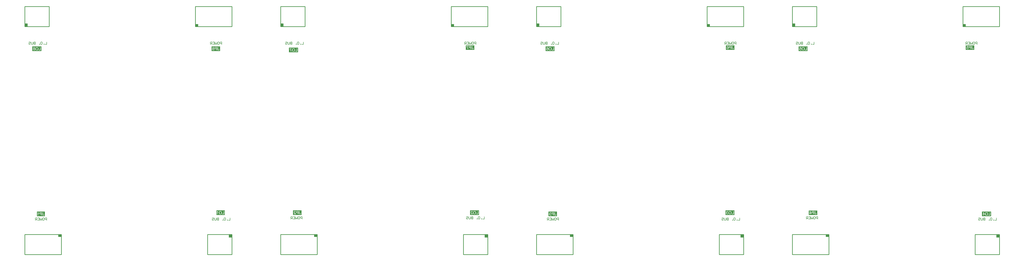
<source format=gbo>
G04 Layer_Color=8421376*
%FSLAX44Y44*%
%MOMM*%
G71*
G01*
G75*
%ADD39C,0.2540*%
%ADD79C,0.1524*%
%ADD135R,1.2700X1.0160*%
G36*
X3290000Y839791D02*
X3252229D01*
Y859032D01*
X3290000D01*
Y839791D01*
D02*
G37*
G36*
X2984962Y844791D02*
X2949474D01*
Y863842D01*
X2984962D01*
Y844791D01*
D02*
G37*
G36*
X3984962D02*
X3949379D01*
Y863804D01*
X3984962D01*
Y844791D01*
D02*
G37*
G36*
X2235000Y839791D02*
X2197324D01*
Y859032D01*
X2235000D01*
Y839791D01*
D02*
G37*
G36*
X95000D02*
X57286D01*
Y859032D01*
X95000D01*
Y839791D01*
D02*
G37*
G36*
X860000Y154791D02*
X824797D01*
Y174032D01*
X860000D01*
Y154791D01*
D02*
G37*
G36*
X1899962Y844791D02*
X1864474D01*
Y863804D01*
X1899962D01*
Y844791D01*
D02*
G37*
G36*
X1920000Y154791D02*
X1882457D01*
Y174032D01*
X1920000D01*
Y154791D01*
D02*
G37*
G36*
X1179962D02*
X1144607D01*
Y173842D01*
X1179962D01*
Y154791D01*
D02*
G37*
G36*
X839962Y839791D02*
X804436D01*
Y858842D01*
X839962D01*
Y839791D01*
D02*
G37*
G36*
X2244962Y149791D02*
X2209474D01*
Y168842D01*
X2244962D01*
Y149791D01*
D02*
G37*
G36*
X4055000D02*
X4017362D01*
Y169032D01*
X4055000D01*
Y149791D01*
D02*
G37*
G36*
X3329962Y154791D02*
X3294512D01*
Y173804D01*
X3329962D01*
Y154791D01*
D02*
G37*
G36*
X2985000D02*
X2947324D01*
Y174032D01*
X2985000D01*
Y154791D01*
D02*
G37*
G36*
X1165000Y834791D02*
X1127324D01*
Y854032D01*
X1165000D01*
Y834791D01*
D02*
G37*
G36*
X109962Y149791D02*
X76947D01*
Y168842D01*
X109962D01*
Y149791D01*
D02*
G37*
%LPC*%
G36*
X3271381Y856032D02*
X3271210D01*
X3271076Y856013D01*
X3270924D01*
X3270753Y855994D01*
X3270544Y855956D01*
X3270316Y855918D01*
X3269821Y855823D01*
X3269288Y855670D01*
X3268736Y855461D01*
X3268451Y855328D01*
X3268185Y855176D01*
X3268166D01*
X3268128Y855138D01*
X3268051Y855081D01*
X3267957Y855023D01*
X3267823Y854928D01*
X3267690Y854833D01*
X3267386Y854567D01*
X3267024Y854224D01*
X3266663Y853825D01*
X3266320Y853349D01*
X3266016Y852817D01*
Y852798D01*
X3265978Y852741D01*
X3265940Y852664D01*
X3265902Y852550D01*
X3265845Y852398D01*
X3265769Y852227D01*
X3265711Y852037D01*
X3265635Y851808D01*
X3265559Y851580D01*
X3265502Y851314D01*
X3265426Y851028D01*
X3265369Y850724D01*
X3265293Y850077D01*
X3265255Y849373D01*
Y849354D01*
Y849278D01*
Y849183D01*
X3265274Y849050D01*
Y848879D01*
X3265293Y848669D01*
X3265312Y848460D01*
X3265350Y848213D01*
X3265445Y847680D01*
X3265597Y847090D01*
X3265788Y846481D01*
X3266054Y845892D01*
Y845873D01*
X3266092Y845835D01*
X3266130Y845740D01*
X3266206Y845644D01*
X3266282Y845511D01*
X3266377Y845378D01*
X3266625Y845036D01*
X3266948Y844655D01*
X3267328Y844275D01*
X3267766Y843894D01*
X3268280Y843571D01*
X3268299D01*
X3268337Y843533D01*
X3268432Y843495D01*
X3268527Y843457D01*
X3268660Y843400D01*
X3268831Y843323D01*
X3269003Y843247D01*
X3269212Y843190D01*
X3269440Y843114D01*
X3269669Y843038D01*
X3270201Y842905D01*
X3270772Y842829D01*
X3271381Y842791D01*
X3271552D01*
X3271685Y842810D01*
X3271856D01*
X3272028Y842829D01*
X3272237Y842867D01*
X3272465Y842905D01*
X3272979Y843000D01*
X3273531Y843152D01*
X3274082Y843362D01*
X3274368Y843495D01*
X3274634Y843647D01*
X3274653Y843666D01*
X3274691Y843685D01*
X3274767Y843742D01*
X3274862Y843799D01*
X3274977Y843894D01*
X3275110Y844008D01*
X3275433Y844275D01*
X3275775Y844617D01*
X3276137Y845017D01*
X3276479Y845492D01*
X3276784Y846025D01*
Y846044D01*
X3276822Y846101D01*
X3276841Y846177D01*
X3276898Y846291D01*
X3276955Y846424D01*
X3277012Y846596D01*
X3277069Y846786D01*
X3277145Y846995D01*
X3277221Y847224D01*
X3277278Y847471D01*
X3277393Y848023D01*
X3277469Y848612D01*
X3277507Y849240D01*
Y849278D01*
Y849373D01*
X3277488Y849545D01*
Y849773D01*
X3277450Y850039D01*
X3277411Y850343D01*
X3277354Y850686D01*
X3277297Y851047D01*
X3277202Y851447D01*
X3277088Y851846D01*
X3276955Y852265D01*
X3276784Y852683D01*
X3276594Y853102D01*
X3276365Y853483D01*
X3276099Y853863D01*
X3275794Y854224D01*
X3275775Y854243D01*
X3275718Y854301D01*
X3275623Y854396D01*
X3275490Y854510D01*
X3275319Y854643D01*
X3275110Y854795D01*
X3274862Y854967D01*
X3274596Y855138D01*
X3274292Y855290D01*
X3273968Y855461D01*
X3273607Y855613D01*
X3273207Y855747D01*
X3272789Y855861D01*
X3272351Y855956D01*
X3271875Y856013D01*
X3271381Y856032D01*
D02*
G37*
G36*
X3287000Y855804D02*
X3285307D01*
Y844503D01*
X3279010D01*
Y843000D01*
X3287000D01*
Y855804D01*
D02*
G37*
G36*
X3262192Y855632D02*
X3255838D01*
Y854129D01*
X3260936D01*
X3261621Y850686D01*
X3261602Y850705D01*
X3261564Y850724D01*
X3261507Y850762D01*
X3261431Y850819D01*
X3261317Y850876D01*
X3261203Y850952D01*
X3260898Y851105D01*
X3260537Y851238D01*
X3260118Y851371D01*
X3259681Y851466D01*
X3259453Y851504D01*
X3259053D01*
X3258939Y851485D01*
X3258806Y851466D01*
X3258634Y851447D01*
X3258444Y851409D01*
X3258235Y851352D01*
X3257797Y851219D01*
X3257569Y851124D01*
X3257321Y851009D01*
X3257074Y850876D01*
X3256846Y850705D01*
X3256618Y850534D01*
X3256389Y850324D01*
X3256371Y850305D01*
X3256332Y850267D01*
X3256275Y850210D01*
X3256199Y850115D01*
X3256123Y850001D01*
X3256028Y849868D01*
X3255914Y849697D01*
X3255800Y849525D01*
X3255705Y849316D01*
X3255591Y849088D01*
X3255495Y848840D01*
X3255400Y848574D01*
X3255343Y848289D01*
X3255286Y847984D01*
X3255248Y847680D01*
X3255229Y847338D01*
Y847319D01*
Y847262D01*
Y847166D01*
X3255248Y847052D01*
X3255267Y846900D01*
X3255286Y846729D01*
X3255305Y846519D01*
X3255362Y846310D01*
X3255476Y845835D01*
X3255667Y845340D01*
X3255781Y845074D01*
X3255914Y844826D01*
X3256066Y844579D01*
X3256256Y844332D01*
X3256275Y844313D01*
X3256313Y844275D01*
X3256389Y844199D01*
X3256484Y844084D01*
X3256599Y843970D01*
X3256751Y843837D01*
X3256922Y843704D01*
X3257131Y843571D01*
X3257360Y843419D01*
X3257607Y843285D01*
X3257892Y843152D01*
X3258178Y843038D01*
X3258501Y842943D01*
X3258844Y842867D01*
X3259224Y842810D01*
X3259604Y842791D01*
X3259776D01*
X3259890Y842810D01*
X3260042Y842829D01*
X3260213Y842848D01*
X3260404Y842867D01*
X3260613Y842905D01*
X3261070Y843019D01*
X3261545Y843209D01*
X3261792Y843304D01*
X3262021Y843438D01*
X3262249Y843590D01*
X3262458Y843761D01*
X3262477Y843780D01*
X3262496Y843799D01*
X3262553Y843856D01*
X3262629Y843932D01*
X3262725Y844027D01*
X3262820Y844161D01*
X3262915Y844294D01*
X3263029Y844446D01*
X3263143Y844636D01*
X3263257Y844826D01*
X3263448Y845264D01*
X3263619Y845778D01*
X3263676Y846063D01*
X3263714Y846367D01*
X3262059Y846481D01*
Y846462D01*
Y846424D01*
X3262040Y846367D01*
X3262021Y846291D01*
X3261964Y846063D01*
X3261888Y845816D01*
X3261773Y845511D01*
X3261640Y845207D01*
X3261450Y844921D01*
X3261222Y844674D01*
X3261183Y844655D01*
X3261107Y844579D01*
X3260955Y844484D01*
X3260765Y844389D01*
X3260537Y844275D01*
X3260251Y844180D01*
X3259947Y844103D01*
X3259604Y844084D01*
X3259490D01*
X3259414Y844103D01*
X3259205Y844122D01*
X3258939Y844199D01*
X3258634Y844294D01*
X3258311Y844446D01*
X3257987Y844655D01*
X3257835Y844788D01*
X3257683Y844940D01*
Y844959D01*
X3257645Y844978D01*
X3257607Y845036D01*
X3257569Y845093D01*
X3257436Y845283D01*
X3257284Y845549D01*
X3257150Y845873D01*
X3257017Y846253D01*
X3256941Y846710D01*
X3256903Y847204D01*
Y847224D01*
Y847262D01*
Y847338D01*
X3256922Y847433D01*
Y847547D01*
X3256941Y847680D01*
X3256998Y847984D01*
X3257093Y848327D01*
X3257227Y848669D01*
X3257417Y849012D01*
X3257664Y849335D01*
X3257702Y849373D01*
X3257797Y849449D01*
X3257968Y849583D01*
X3258197Y849735D01*
X3258463Y849868D01*
X3258806Y850001D01*
X3259205Y850077D01*
X3259643Y850115D01*
X3259776D01*
X3259909Y850096D01*
X3260099Y850077D01*
X3260309Y850020D01*
X3260537Y849963D01*
X3260784Y849868D01*
X3261012Y849754D01*
X3261031Y849735D01*
X3261107Y849697D01*
X3261222Y849602D01*
X3261355Y849506D01*
X3261507Y849373D01*
X3261659Y849221D01*
X3261812Y849031D01*
X3261945Y848840D01*
X3263429Y849050D01*
X3262192Y855632D01*
D02*
G37*
%LPD*%
G36*
X3271685Y854548D02*
X3271837Y854529D01*
X3272009Y854510D01*
X3272218Y854472D01*
X3272427Y854415D01*
X3272922Y854263D01*
X3273169Y854167D01*
X3273435Y854053D01*
X3273702Y853901D01*
X3273949Y853730D01*
X3274215Y853540D01*
X3274463Y853330D01*
X3274482Y853311D01*
X3274520Y853273D01*
X3274577Y853197D01*
X3274672Y853102D01*
X3274767Y852950D01*
X3274862Y852779D01*
X3274995Y852588D01*
X3275110Y852360D01*
X3275224Y852075D01*
X3275338Y851770D01*
X3275452Y851447D01*
X3275547Y851066D01*
X3275642Y850667D01*
X3275699Y850210D01*
X3275737Y849735D01*
X3275757Y849202D01*
Y849183D01*
Y849107D01*
Y848974D01*
X3275737Y848821D01*
X3275718Y848631D01*
X3275699Y848403D01*
X3275661Y848156D01*
X3275604Y847870D01*
X3275452Y847299D01*
X3275357Y846995D01*
X3275243Y846691D01*
X3275091Y846386D01*
X3274919Y846082D01*
X3274729Y845816D01*
X3274520Y845549D01*
X3274501Y845530D01*
X3274463Y845492D01*
X3274387Y845435D01*
X3274292Y845340D01*
X3274178Y845245D01*
X3274025Y845131D01*
X3273854Y845017D01*
X3273664Y844902D01*
X3273455Y844769D01*
X3273207Y844655D01*
X3272960Y844541D01*
X3272675Y844446D01*
X3272389Y844351D01*
X3272066Y844294D01*
X3271742Y844256D01*
X3271400Y844237D01*
X3271210D01*
X3271076Y844256D01*
X3270924Y844275D01*
X3270734Y844313D01*
X3270506Y844351D01*
X3270277Y844408D01*
X3270030Y844465D01*
X3269783Y844560D01*
X3269516Y844674D01*
X3269250Y844807D01*
X3268984Y844959D01*
X3268736Y845131D01*
X3268489Y845340D01*
X3268242Y845568D01*
X3268223Y845587D01*
X3268185Y845625D01*
X3268128Y845702D01*
X3268051Y845816D01*
X3267957Y845949D01*
X3267842Y846120D01*
X3267747Y846329D01*
X3267614Y846558D01*
X3267500Y846805D01*
X3267405Y847090D01*
X3267291Y847414D01*
X3267195Y847756D01*
X3267119Y848118D01*
X3267062Y848517D01*
X3267024Y848936D01*
X3267005Y849392D01*
Y849411D01*
Y849468D01*
Y849545D01*
Y849659D01*
X3267024Y849792D01*
Y849944D01*
X3267043Y850115D01*
X3267062Y850324D01*
X3267138Y850743D01*
X3267233Y851200D01*
X3267367Y851656D01*
X3267538Y852113D01*
Y852132D01*
X3267557Y852170D01*
X3267595Y852227D01*
X3267633Y852303D01*
X3267766Y852512D01*
X3267937Y852779D01*
X3268147Y853064D01*
X3268413Y853368D01*
X3268736Y853654D01*
X3269098Y853920D01*
X3269117D01*
X3269136Y853939D01*
X3269193Y853977D01*
X3269269Y854015D01*
X3269364Y854072D01*
X3269478Y854129D01*
X3269764Y854243D01*
X3270106Y854358D01*
X3270487Y854472D01*
X3270924Y854548D01*
X3271381Y854567D01*
X3271552D01*
X3271685Y854548D01*
D02*
G37*
%LPC*%
G36*
X2976616Y860804D02*
X2974923D01*
Y852071D01*
Y852052D01*
Y851995D01*
Y851919D01*
Y851805D01*
X2974942Y851672D01*
Y851520D01*
X2974980Y851158D01*
X2975018Y850759D01*
X2975094Y850340D01*
X2975189Y849940D01*
X2975322Y849579D01*
X2975341Y849541D01*
X2975399Y849427D01*
X2975493Y849275D01*
X2975627Y849084D01*
X2975798Y848875D01*
X2976007Y848647D01*
X2976255Y848438D01*
X2976559Y848247D01*
X2976597Y848228D01*
X2976711Y848171D01*
X2976882Y848095D01*
X2977111Y848019D01*
X2977415Y847943D01*
X2977739Y847867D01*
X2978119Y847810D01*
X2978538Y847791D01*
X2978690D01*
X2978804Y847810D01*
X2978956Y847829D01*
X2979108Y847848D01*
X2979489Y847905D01*
X2979907Y848019D01*
X2980326Y848190D01*
X2980535Y848304D01*
X2980744Y848438D01*
X2980934Y848571D01*
X2981106Y848742D01*
Y848761D01*
X2981144Y848780D01*
X2981182Y848837D01*
X2981239Y848932D01*
X2981315Y849027D01*
X2981391Y849141D01*
X2981467Y849294D01*
X2981543Y849465D01*
X2981620Y849655D01*
X2981714Y849883D01*
X2981772Y850112D01*
X2981848Y850378D01*
X2981905Y850644D01*
X2981943Y850968D01*
X2981962Y851291D01*
Y851634D01*
X2980440Y851843D01*
Y851824D01*
Y851786D01*
Y851710D01*
X2980421Y851596D01*
Y851481D01*
X2980402Y851348D01*
X2980345Y851044D01*
X2980288Y850702D01*
X2980193Y850359D01*
X2980060Y850074D01*
X2979984Y849940D01*
X2979907Y849826D01*
X2979888Y849807D01*
X2979812Y849750D01*
X2979698Y849655D01*
X2979546Y849560D01*
X2979355Y849465D01*
X2979127Y849370D01*
X2978842Y849313D01*
X2978538Y849294D01*
X2978423D01*
X2978309Y849313D01*
X2978157Y849332D01*
X2978005Y849370D01*
X2977815Y849408D01*
X2977624Y849484D01*
X2977453Y849579D01*
X2977434Y849598D01*
X2977377Y849636D01*
X2977301Y849693D01*
X2977187Y849788D01*
X2977092Y849902D01*
X2976978Y850036D01*
X2976882Y850188D01*
X2976806Y850359D01*
Y850378D01*
X2976768Y850454D01*
X2976749Y850587D01*
X2976711Y850759D01*
X2976673Y850987D01*
X2976654Y851253D01*
X2976616Y851596D01*
Y851976D01*
Y860804D01*
D02*
G37*
G36*
X2972145D02*
X2966895D01*
X2966609Y860785D01*
X2966305Y860766D01*
X2965981Y860747D01*
X2965658Y860708D01*
X2965392Y860670D01*
X2965353D01*
X2965239Y860632D01*
X2965049Y860594D01*
X2964840Y860537D01*
X2964593Y860461D01*
X2964326Y860366D01*
X2964060Y860233D01*
X2963813Y860081D01*
X2963774Y860062D01*
X2963698Y860005D01*
X2963584Y859909D01*
X2963432Y859757D01*
X2963280Y859586D01*
X2963109Y859377D01*
X2962937Y859129D01*
X2962785Y858844D01*
X2962766Y858806D01*
X2962728Y858711D01*
X2962652Y858540D01*
X2962576Y858330D01*
X2962519Y858064D01*
X2962443Y857779D01*
X2962405Y857436D01*
X2962386Y857094D01*
Y857075D01*
Y857018D01*
Y856942D01*
X2962405Y856827D01*
X2962424Y856675D01*
X2962443Y856523D01*
X2962481Y856333D01*
X2962519Y856143D01*
X2962633Y855705D01*
X2962823Y855248D01*
X2962937Y855001D01*
X2963090Y854773D01*
X2963242Y854545D01*
X2963432Y854335D01*
X2963451Y854316D01*
X2963489Y854278D01*
X2963546Y854240D01*
X2963641Y854164D01*
X2963755Y854069D01*
X2963907Y853974D01*
X2964079Y853879D01*
X2964288Y853783D01*
X2964536Y853669D01*
X2964802Y853574D01*
X2965106Y853479D01*
X2965449Y853384D01*
X2965829Y853308D01*
X2966248Y853270D01*
X2966685Y853232D01*
X2967180Y853213D01*
X2970452D01*
Y848000D01*
X2972145D01*
Y860804D01*
D02*
G37*
G36*
X2956336Y860842D02*
X2956183D01*
X2956089Y860823D01*
X2955955D01*
X2955803Y860804D01*
X2955461Y860727D01*
X2955061Y860632D01*
X2954643Y860480D01*
X2954243Y860271D01*
X2954053Y860138D01*
X2953863Y859986D01*
X2953844D01*
X2953824Y859948D01*
X2953767Y859890D01*
X2953710Y859833D01*
X2953539Y859643D01*
X2953349Y859377D01*
X2953140Y859034D01*
X2952950Y858635D01*
X2952797Y858178D01*
X2952683Y857645D01*
X2954243Y857531D01*
Y857550D01*
X2954262Y857569D01*
X2954281Y857683D01*
X2954338Y857836D01*
X2954395Y858045D01*
X2954490Y858254D01*
X2954604Y858483D01*
X2954719Y858692D01*
X2954852Y858863D01*
X2954890Y858901D01*
X2954966Y858977D01*
X2955099Y859072D01*
X2955290Y859205D01*
X2955518Y859339D01*
X2955784Y859434D01*
X2956089Y859510D01*
X2956431Y859548D01*
X2956564D01*
X2956697Y859529D01*
X2956888Y859491D01*
X2957097Y859453D01*
X2957306Y859377D01*
X2957534Y859263D01*
X2957763Y859129D01*
X2957801Y859110D01*
X2957877Y859034D01*
X2958029Y858901D01*
X2958181Y858730D01*
X2958372Y858502D01*
X2958581Y858216D01*
X2958771Y857893D01*
X2958942Y857531D01*
Y857512D01*
X2958961Y857493D01*
X2958980Y857417D01*
X2959018Y857341D01*
X2959037Y857227D01*
X2959075Y857113D01*
X2959113Y856961D01*
X2959152Y856770D01*
X2959208Y856580D01*
X2959247Y856352D01*
X2959285Y856124D01*
X2959304Y855857D01*
X2959342Y855572D01*
X2959361Y855267D01*
X2959380Y854925D01*
Y854602D01*
X2959361Y854621D01*
X2959285Y854716D01*
X2959171Y854868D01*
X2958999Y855058D01*
X2958809Y855267D01*
X2958562Y855477D01*
X2958295Y855686D01*
X2958010Y855857D01*
X2957991D01*
X2957972Y855876D01*
X2957858Y855933D01*
X2957706Y855990D01*
X2957477Y856086D01*
X2957211Y856162D01*
X2956926Y856219D01*
X2956602Y856276D01*
X2956279Y856295D01*
X2956126D01*
X2956012Y856276D01*
X2955879Y856257D01*
X2955727Y856238D01*
X2955346Y856143D01*
X2954928Y856009D01*
X2954700Y855914D01*
X2954471Y855800D01*
X2954262Y855667D01*
X2954034Y855515D01*
X2953806Y855343D01*
X2953596Y855134D01*
X2953577Y855115D01*
X2953539Y855077D01*
X2953501Y855020D01*
X2953425Y854925D01*
X2953330Y854811D01*
X2953235Y854678D01*
X2953140Y854506D01*
X2953026Y854335D01*
X2952930Y854126D01*
X2952835Y853898D01*
X2952740Y853650D01*
X2952645Y853384D01*
X2952569Y853099D01*
X2952531Y852794D01*
X2952493Y852490D01*
X2952474Y852147D01*
Y852128D01*
Y852090D01*
Y852033D01*
Y851938D01*
X2952493Y851843D01*
Y851710D01*
X2952531Y851424D01*
X2952607Y851082D01*
X2952702Y850702D01*
X2952835Y850302D01*
X2953007Y849902D01*
Y849883D01*
X2953026Y849864D01*
X2953064Y849807D01*
X2953102Y849731D01*
X2953216Y849541D01*
X2953368Y849313D01*
X2953577Y849065D01*
X2953824Y848799D01*
X2954110Y848552D01*
X2954433Y848323D01*
X2954453D01*
X2954471Y848304D01*
X2954529Y848266D01*
X2954586Y848247D01*
X2954776Y848152D01*
X2955023Y848057D01*
X2955327Y847962D01*
X2955689Y847867D01*
X2956070Y847810D01*
X2956488Y847791D01*
X2956583D01*
X2956678Y847810D01*
X2956812D01*
X2956983Y847829D01*
X2957173Y847867D01*
X2957401Y847905D01*
X2957629Y847962D01*
X2957877Y848038D01*
X2958143Y848133D01*
X2958409Y848247D01*
X2958676Y848400D01*
X2958942Y848552D01*
X2959208Y848742D01*
X2959456Y848970D01*
X2959703Y849218D01*
X2959722Y849237D01*
X2959760Y849294D01*
X2959817Y849370D01*
X2959893Y849503D01*
X2959988Y849655D01*
X2960103Y849845D01*
X2960198Y850093D01*
X2960312Y850359D01*
X2960445Y850663D01*
X2960540Y851006D01*
X2960654Y851405D01*
X2960750Y851843D01*
X2960826Y852300D01*
X2960883Y852813D01*
X2960921Y853384D01*
X2960940Y853974D01*
Y853993D01*
Y854012D01*
Y854069D01*
Y854145D01*
X2960921Y854335D01*
Y854583D01*
X2960902Y854887D01*
X2960864Y855229D01*
X2960826Y855629D01*
X2960769Y856047D01*
X2960692Y856485D01*
X2960597Y856923D01*
X2960502Y857379D01*
X2960369Y857817D01*
X2960198Y858254D01*
X2960027Y858654D01*
X2959817Y859034D01*
X2959570Y859377D01*
X2959551Y859396D01*
X2959513Y859434D01*
X2959437Y859510D01*
X2959342Y859605D01*
X2959228Y859719D01*
X2959075Y859833D01*
X2958904Y859967D01*
X2958714Y860119D01*
X2958505Y860252D01*
X2958257Y860385D01*
X2957991Y860499D01*
X2957706Y860613D01*
X2957382Y860708D01*
X2957059Y860785D01*
X2956716Y860823D01*
X2956336Y860842D01*
D02*
G37*
%LPD*%
G36*
X2970452Y854716D02*
X2967009D01*
X2966895Y854735D01*
X2966761D01*
X2966609Y854754D01*
X2966248Y854792D01*
X2965867Y854868D01*
X2965487Y854982D01*
X2965144Y855115D01*
X2964973Y855210D01*
X2964840Y855324D01*
X2964802Y855362D01*
X2964726Y855439D01*
X2964612Y855572D01*
X2964478Y855762D01*
X2964364Y856009D01*
X2964250Y856314D01*
X2964174Y856656D01*
X2964136Y857037D01*
Y857056D01*
Y857075D01*
Y857170D01*
X2964155Y857322D01*
X2964193Y857512D01*
X2964231Y857741D01*
X2964307Y857969D01*
X2964421Y858197D01*
X2964554Y858426D01*
X2964573Y858445D01*
X2964630Y858521D01*
X2964707Y858616D01*
X2964840Y858730D01*
X2964992Y858863D01*
X2965163Y858996D01*
X2965392Y859091D01*
X2965620Y859186D01*
X2965639D01*
X2965696Y859205D01*
X2965810Y859224D01*
X2965981Y859243D01*
X2966190Y859263D01*
X2966457Y859282D01*
X2966799Y859301D01*
X2970452D01*
Y854716D01*
D02*
G37*
G36*
X2956754Y854887D02*
X2956964Y854868D01*
X2957211Y854811D01*
X2957496Y854716D01*
X2957801Y854583D01*
X2958105Y854392D01*
X2958391Y854126D01*
X2958429Y854088D01*
X2958505Y853993D01*
X2958619Y853821D01*
X2958752Y853593D01*
X2958904Y853308D01*
X2959018Y852965D01*
X2959095Y852585D01*
X2959132Y852147D01*
Y852109D01*
Y852014D01*
X2959113Y851843D01*
X2959095Y851653D01*
X2959056Y851405D01*
X2958980Y851139D01*
X2958904Y850873D01*
X2958790Y850587D01*
X2958771Y850549D01*
X2958733Y850473D01*
X2958657Y850340D01*
X2958543Y850169D01*
X2958409Y849979D01*
X2958238Y849807D01*
X2958048Y849617D01*
X2957839Y849465D01*
X2957801Y849446D01*
X2957725Y849408D01*
X2957610Y849351D01*
X2957439Y849275D01*
X2957249Y849199D01*
X2957021Y849141D01*
X2956773Y849103D01*
X2956526Y849084D01*
X2956431D01*
X2956355Y849103D01*
X2956165Y849122D01*
X2955936Y849180D01*
X2955670Y849275D01*
X2955385Y849427D01*
X2955080Y849617D01*
X2954814Y849883D01*
X2954776Y849921D01*
X2954700Y850036D01*
X2954586Y850207D01*
X2954453Y850454D01*
X2954319Y850759D01*
X2954205Y851139D01*
X2954129Y851558D01*
X2954091Y852052D01*
Y852071D01*
Y852109D01*
Y852185D01*
X2954110Y852262D01*
Y852376D01*
X2954129Y852509D01*
X2954186Y852813D01*
X2954262Y853137D01*
X2954395Y853479D01*
X2954567Y853821D01*
X2954795Y854126D01*
X2954833Y854164D01*
X2954928Y854240D01*
X2955080Y854373D01*
X2955290Y854525D01*
X2955537Y854659D01*
X2955841Y854792D01*
X2956203Y854868D01*
X2956583Y854906D01*
X2956678D01*
X2956754Y854887D01*
D02*
G37*
%LPC*%
G36*
X3959342Y860632D02*
X3952987D01*
Y859129D01*
X3958086D01*
X3958771Y855686D01*
X3958752Y855705D01*
X3958714Y855724D01*
X3958657Y855762D01*
X3958581Y855819D01*
X3958466Y855876D01*
X3958352Y855952D01*
X3958048Y856105D01*
X3957686Y856238D01*
X3957268Y856371D01*
X3956830Y856466D01*
X3956602Y856504D01*
X3956203D01*
X3956089Y856485D01*
X3955955Y856466D01*
X3955784Y856447D01*
X3955594Y856409D01*
X3955385Y856352D01*
X3954947Y856219D01*
X3954719Y856124D01*
X3954471Y856009D01*
X3954224Y855876D01*
X3953996Y855705D01*
X3953767Y855534D01*
X3953539Y855324D01*
X3953520Y855305D01*
X3953482Y855267D01*
X3953425Y855210D01*
X3953349Y855115D01*
X3953273Y855001D01*
X3953178Y854868D01*
X3953064Y854697D01*
X3952950Y854525D01*
X3952854Y854316D01*
X3952740Y854088D01*
X3952645Y853841D01*
X3952550Y853574D01*
X3952493Y853289D01*
X3952436Y852984D01*
X3952398Y852680D01*
X3952379Y852338D01*
Y852319D01*
Y852262D01*
Y852166D01*
X3952398Y852052D01*
X3952417Y851900D01*
X3952436Y851729D01*
X3952455Y851520D01*
X3952512Y851310D01*
X3952626Y850835D01*
X3952816Y850340D01*
X3952930Y850074D01*
X3953064Y849826D01*
X3953216Y849579D01*
X3953406Y849332D01*
X3953425Y849313D01*
X3953463Y849275D01*
X3953539Y849199D01*
X3953634Y849084D01*
X3953748Y848970D01*
X3953901Y848837D01*
X3954072Y848704D01*
X3954281Y848571D01*
X3954510Y848419D01*
X3954757Y848285D01*
X3955042Y848152D01*
X3955327Y848038D01*
X3955651Y847943D01*
X3955993Y847867D01*
X3956374Y847810D01*
X3956754Y847791D01*
X3956926D01*
X3957040Y847810D01*
X3957192Y847829D01*
X3957363Y847848D01*
X3957553Y847867D01*
X3957763Y847905D01*
X3958219Y848019D01*
X3958695Y848209D01*
X3958942Y848304D01*
X3959171Y848438D01*
X3959399Y848590D01*
X3959608Y848761D01*
X3959627Y848780D01*
X3959646Y848799D01*
X3959703Y848856D01*
X3959779Y848932D01*
X3959874Y849027D01*
X3959969Y849161D01*
X3960065Y849294D01*
X3960179Y849446D01*
X3960293Y849636D01*
X3960407Y849826D01*
X3960597Y850264D01*
X3960769Y850778D01*
X3960826Y851063D01*
X3960864Y851367D01*
X3959208Y851481D01*
Y851462D01*
Y851424D01*
X3959189Y851367D01*
X3959171Y851291D01*
X3959113Y851063D01*
X3959037Y850816D01*
X3958923Y850511D01*
X3958790Y850207D01*
X3958600Y849921D01*
X3958372Y849674D01*
X3958333Y849655D01*
X3958257Y849579D01*
X3958105Y849484D01*
X3957915Y849389D01*
X3957686Y849275D01*
X3957401Y849180D01*
X3957097Y849103D01*
X3956754Y849084D01*
X3956640D01*
X3956564Y849103D01*
X3956355Y849122D01*
X3956089Y849199D01*
X3955784Y849294D01*
X3955461Y849446D01*
X3955137Y849655D01*
X3954985Y849788D01*
X3954833Y849940D01*
Y849959D01*
X3954795Y849979D01*
X3954757Y850036D01*
X3954719Y850093D01*
X3954586Y850283D01*
X3954433Y850549D01*
X3954300Y850873D01*
X3954167Y851253D01*
X3954091Y851710D01*
X3954053Y852204D01*
Y852224D01*
Y852262D01*
Y852338D01*
X3954072Y852433D01*
Y852547D01*
X3954091Y852680D01*
X3954148Y852984D01*
X3954243Y853327D01*
X3954376Y853669D01*
X3954567Y854012D01*
X3954814Y854335D01*
X3954852Y854373D01*
X3954947Y854449D01*
X3955118Y854583D01*
X3955346Y854735D01*
X3955613Y854868D01*
X3955955Y855001D01*
X3956355Y855077D01*
X3956792Y855115D01*
X3956926D01*
X3957059Y855096D01*
X3957249Y855077D01*
X3957458Y855020D01*
X3957686Y854963D01*
X3957934Y854868D01*
X3958162Y854754D01*
X3958181Y854735D01*
X3958257Y854697D01*
X3958372Y854602D01*
X3958505Y854506D01*
X3958657Y854373D01*
X3958809Y854221D01*
X3958961Y854031D01*
X3959095Y853841D01*
X3960578Y854050D01*
X3959342Y860632D01*
D02*
G37*
G36*
X3976616Y860804D02*
X3974923D01*
Y852071D01*
Y852052D01*
Y851995D01*
Y851919D01*
Y851805D01*
X3974942Y851672D01*
Y851520D01*
X3974980Y851158D01*
X3975018Y850759D01*
X3975094Y850340D01*
X3975189Y849940D01*
X3975322Y849579D01*
X3975341Y849541D01*
X3975399Y849427D01*
X3975493Y849275D01*
X3975627Y849084D01*
X3975798Y848875D01*
X3976007Y848647D01*
X3976255Y848438D01*
X3976559Y848247D01*
X3976597Y848228D01*
X3976711Y848171D01*
X3976882Y848095D01*
X3977111Y848019D01*
X3977415Y847943D01*
X3977739Y847867D01*
X3978119Y847810D01*
X3978538Y847791D01*
X3978690D01*
X3978804Y847810D01*
X3978956Y847829D01*
X3979108Y847848D01*
X3979489Y847905D01*
X3979907Y848019D01*
X3980326Y848190D01*
X3980535Y848304D01*
X3980744Y848438D01*
X3980934Y848571D01*
X3981106Y848742D01*
Y848761D01*
X3981144Y848780D01*
X3981182Y848837D01*
X3981239Y848932D01*
X3981315Y849027D01*
X3981391Y849141D01*
X3981467Y849294D01*
X3981543Y849465D01*
X3981620Y849655D01*
X3981714Y849883D01*
X3981772Y850112D01*
X3981848Y850378D01*
X3981905Y850644D01*
X3981943Y850968D01*
X3981962Y851291D01*
Y851634D01*
X3980440Y851843D01*
Y851824D01*
Y851786D01*
Y851710D01*
X3980421Y851596D01*
Y851481D01*
X3980402Y851348D01*
X3980345Y851044D01*
X3980288Y850702D01*
X3980193Y850359D01*
X3980060Y850074D01*
X3979984Y849940D01*
X3979907Y849826D01*
X3979888Y849807D01*
X3979812Y849750D01*
X3979698Y849655D01*
X3979546Y849560D01*
X3979355Y849465D01*
X3979127Y849370D01*
X3978842Y849313D01*
X3978538Y849294D01*
X3978423D01*
X3978309Y849313D01*
X3978157Y849332D01*
X3978005Y849370D01*
X3977815Y849408D01*
X3977625Y849484D01*
X3977453Y849579D01*
X3977434Y849598D01*
X3977377Y849636D01*
X3977301Y849693D01*
X3977187Y849788D01*
X3977092Y849902D01*
X3976978Y850036D01*
X3976882Y850188D01*
X3976806Y850359D01*
Y850378D01*
X3976768Y850454D01*
X3976749Y850587D01*
X3976711Y850759D01*
X3976673Y850987D01*
X3976654Y851253D01*
X3976616Y851596D01*
Y851976D01*
Y860804D01*
D02*
G37*
G36*
X3972145D02*
X3966895D01*
X3966609Y860785D01*
X3966305Y860766D01*
X3965981Y860747D01*
X3965658Y860708D01*
X3965392Y860670D01*
X3965353D01*
X3965239Y860632D01*
X3965049Y860594D01*
X3964840Y860537D01*
X3964593Y860461D01*
X3964326Y860366D01*
X3964060Y860233D01*
X3963813Y860081D01*
X3963774Y860062D01*
X3963698Y860005D01*
X3963584Y859909D01*
X3963432Y859757D01*
X3963280Y859586D01*
X3963109Y859377D01*
X3962937Y859129D01*
X3962785Y858844D01*
X3962766Y858806D01*
X3962728Y858711D01*
X3962652Y858540D01*
X3962576Y858330D01*
X3962519Y858064D01*
X3962443Y857779D01*
X3962405Y857436D01*
X3962386Y857094D01*
Y857075D01*
Y857018D01*
Y856942D01*
X3962405Y856827D01*
X3962424Y856675D01*
X3962443Y856523D01*
X3962481Y856333D01*
X3962519Y856143D01*
X3962633Y855705D01*
X3962823Y855248D01*
X3962937Y855001D01*
X3963090Y854773D01*
X3963242Y854545D01*
X3963432Y854335D01*
X3963451Y854316D01*
X3963489Y854278D01*
X3963546Y854240D01*
X3963641Y854164D01*
X3963755Y854069D01*
X3963907Y853974D01*
X3964079Y853879D01*
X3964288Y853783D01*
X3964536Y853669D01*
X3964802Y853574D01*
X3965106Y853479D01*
X3965449Y853384D01*
X3965829Y853308D01*
X3966248Y853270D01*
X3966685Y853232D01*
X3967180Y853213D01*
X3970452D01*
Y848000D01*
X3972145D01*
Y860804D01*
D02*
G37*
%LPD*%
G36*
X3970452Y854716D02*
X3967009D01*
X3966895Y854735D01*
X3966761D01*
X3966609Y854754D01*
X3966248Y854792D01*
X3965867Y854868D01*
X3965487Y854982D01*
X3965144Y855115D01*
X3964973Y855210D01*
X3964840Y855324D01*
X3964802Y855362D01*
X3964726Y855439D01*
X3964612Y855572D01*
X3964478Y855762D01*
X3964364Y856009D01*
X3964250Y856314D01*
X3964174Y856656D01*
X3964136Y857037D01*
Y857056D01*
Y857075D01*
Y857170D01*
X3964155Y857322D01*
X3964193Y857512D01*
X3964231Y857741D01*
X3964307Y857969D01*
X3964421Y858197D01*
X3964554Y858426D01*
X3964573Y858445D01*
X3964631Y858521D01*
X3964707Y858616D01*
X3964840Y858730D01*
X3964992Y858863D01*
X3965163Y858996D01*
X3965392Y859091D01*
X3965620Y859186D01*
X3965639D01*
X3965696Y859205D01*
X3965810Y859224D01*
X3965981Y859243D01*
X3966190Y859263D01*
X3966457Y859282D01*
X3966799Y859301D01*
X3970452D01*
Y854716D01*
D02*
G37*
%LPC*%
G36*
X2204186Y855842D02*
X2204034D01*
X2203939Y855823D01*
X2203806D01*
X2203653Y855804D01*
X2203311Y855727D01*
X2202911Y855632D01*
X2202493Y855480D01*
X2202093Y855271D01*
X2201903Y855138D01*
X2201713Y854986D01*
X2201694D01*
X2201675Y854947D01*
X2201618Y854890D01*
X2201561Y854833D01*
X2201389Y854643D01*
X2201199Y854377D01*
X2200990Y854034D01*
X2200800Y853635D01*
X2200647Y853178D01*
X2200533Y852645D01*
X2202093Y852531D01*
Y852550D01*
X2202112Y852569D01*
X2202131Y852683D01*
X2202189Y852836D01*
X2202245Y853045D01*
X2202341Y853254D01*
X2202455Y853483D01*
X2202569Y853692D01*
X2202702Y853863D01*
X2202740Y853901D01*
X2202816Y853977D01*
X2202949Y854072D01*
X2203140Y854205D01*
X2203368Y854339D01*
X2203634Y854434D01*
X2203939Y854510D01*
X2204281Y854548D01*
X2204414D01*
X2204547Y854529D01*
X2204738Y854491D01*
X2204947Y854453D01*
X2205156Y854377D01*
X2205385Y854263D01*
X2205613Y854129D01*
X2205651Y854110D01*
X2205727Y854034D01*
X2205879Y853901D01*
X2206031Y853730D01*
X2206222Y853502D01*
X2206431Y853216D01*
X2206621Y852893D01*
X2206792Y852531D01*
Y852512D01*
X2206811Y852493D01*
X2206830Y852417D01*
X2206868Y852341D01*
X2206888Y852227D01*
X2206926Y852113D01*
X2206964Y851961D01*
X2207002Y851770D01*
X2207059Y851580D01*
X2207097Y851352D01*
X2207135Y851124D01*
X2207154Y850857D01*
X2207192Y850572D01*
X2207211Y850267D01*
X2207230Y849925D01*
Y849602D01*
X2207211Y849621D01*
X2207135Y849716D01*
X2207021Y849868D01*
X2206850Y850058D01*
X2206659Y850267D01*
X2206412Y850477D01*
X2206146Y850686D01*
X2205860Y850857D01*
X2205841D01*
X2205822Y850876D01*
X2205708Y850933D01*
X2205556Y850990D01*
X2205327Y851085D01*
X2205061Y851161D01*
X2204776Y851219D01*
X2204452Y851276D01*
X2204129Y851295D01*
X2203977D01*
X2203863Y851276D01*
X2203730Y851257D01*
X2203577Y851238D01*
X2203197Y851143D01*
X2202778Y851009D01*
X2202550Y850914D01*
X2202322Y850800D01*
X2202112Y850667D01*
X2201884Y850515D01*
X2201656Y850343D01*
X2201447Y850134D01*
X2201427Y850115D01*
X2201389Y850077D01*
X2201351Y850020D01*
X2201275Y849925D01*
X2201180Y849811D01*
X2201085Y849678D01*
X2200990Y849506D01*
X2200876Y849335D01*
X2200781Y849126D01*
X2200685Y848898D01*
X2200590Y848650D01*
X2200495Y848384D01*
X2200419Y848099D01*
X2200381Y847794D01*
X2200343Y847490D01*
X2200324Y847147D01*
Y847128D01*
Y847090D01*
Y847033D01*
Y846938D01*
X2200343Y846843D01*
Y846710D01*
X2200381Y846424D01*
X2200457Y846082D01*
X2200552Y845702D01*
X2200685Y845302D01*
X2200857Y844902D01*
Y844883D01*
X2200876Y844864D01*
X2200914Y844807D01*
X2200952Y844731D01*
X2201066Y844541D01*
X2201218Y844313D01*
X2201427Y844065D01*
X2201675Y843799D01*
X2201960Y843552D01*
X2202284Y843323D01*
X2202303D01*
X2202322Y843304D01*
X2202379Y843266D01*
X2202436Y843247D01*
X2202626Y843152D01*
X2202873Y843057D01*
X2203178Y842962D01*
X2203539Y842867D01*
X2203920Y842810D01*
X2204338Y842791D01*
X2204433D01*
X2204529Y842810D01*
X2204662D01*
X2204833Y842829D01*
X2205023Y842867D01*
X2205251Y842905D01*
X2205480Y842962D01*
X2205727Y843038D01*
X2205993Y843133D01*
X2206260Y843247D01*
X2206526Y843400D01*
X2206792Y843552D01*
X2207059Y843742D01*
X2207306Y843970D01*
X2207553Y844218D01*
X2207572Y844237D01*
X2207610Y844294D01*
X2207668Y844370D01*
X2207744Y844503D01*
X2207839Y844655D01*
X2207953Y844845D01*
X2208048Y845093D01*
X2208162Y845359D01*
X2208295Y845663D01*
X2208391Y846006D01*
X2208505Y846405D01*
X2208600Y846843D01*
X2208676Y847299D01*
X2208733Y847813D01*
X2208771Y848384D01*
X2208790Y848974D01*
Y848993D01*
Y849012D01*
Y849069D01*
Y849145D01*
X2208771Y849335D01*
Y849583D01*
X2208752Y849887D01*
X2208714Y850229D01*
X2208676Y850629D01*
X2208619Y851047D01*
X2208543Y851485D01*
X2208448Y851923D01*
X2208352Y852379D01*
X2208219Y852817D01*
X2208048Y853254D01*
X2207877Y853654D01*
X2207668Y854034D01*
X2207420Y854377D01*
X2207401Y854396D01*
X2207363Y854434D01*
X2207287Y854510D01*
X2207192Y854605D01*
X2207078Y854719D01*
X2206926Y854833D01*
X2206754Y854967D01*
X2206564Y855119D01*
X2206355Y855252D01*
X2206107Y855385D01*
X2205841Y855499D01*
X2205556Y855613D01*
X2205232Y855708D01*
X2204909Y855785D01*
X2204566Y855823D01*
X2204186Y855842D01*
D02*
G37*
G36*
X2216381Y856032D02*
X2216210D01*
X2216076Y856013D01*
X2215924D01*
X2215753Y855994D01*
X2215544Y855956D01*
X2215315Y855918D01*
X2214821Y855823D01*
X2214288Y855670D01*
X2213736Y855461D01*
X2213451Y855328D01*
X2213185Y855176D01*
X2213166D01*
X2213128Y855138D01*
X2213051Y855081D01*
X2212956Y855023D01*
X2212823Y854928D01*
X2212690Y854833D01*
X2212386Y854567D01*
X2212024Y854224D01*
X2211663Y853825D01*
X2211320Y853349D01*
X2211016Y852817D01*
Y852798D01*
X2210978Y852741D01*
X2210940Y852664D01*
X2210902Y852550D01*
X2210845Y852398D01*
X2210769Y852227D01*
X2210712Y852037D01*
X2210635Y851808D01*
X2210559Y851580D01*
X2210502Y851314D01*
X2210426Y851028D01*
X2210369Y850724D01*
X2210293Y850077D01*
X2210255Y849373D01*
Y849354D01*
Y849278D01*
Y849183D01*
X2210274Y849050D01*
Y848879D01*
X2210293Y848669D01*
X2210312Y848460D01*
X2210350Y848213D01*
X2210445Y847680D01*
X2210597Y847090D01*
X2210788Y846481D01*
X2211054Y845892D01*
Y845873D01*
X2211092Y845835D01*
X2211130Y845740D01*
X2211206Y845644D01*
X2211282Y845511D01*
X2211377Y845378D01*
X2211625Y845036D01*
X2211948Y844655D01*
X2212329Y844275D01*
X2212766Y843894D01*
X2213280Y843571D01*
X2213299D01*
X2213337Y843533D01*
X2213432Y843495D01*
X2213527Y843457D01*
X2213660Y843400D01*
X2213831Y843323D01*
X2214003Y843247D01*
X2214212Y843190D01*
X2214440Y843114D01*
X2214669Y843038D01*
X2215201Y842905D01*
X2215772Y842829D01*
X2216381Y842791D01*
X2216552D01*
X2216685Y842810D01*
X2216856D01*
X2217028Y842829D01*
X2217237Y842867D01*
X2217465Y842905D01*
X2217979Y843000D01*
X2218531Y843152D01*
X2219082Y843362D01*
X2219368Y843495D01*
X2219634Y843647D01*
X2219653Y843666D01*
X2219691Y843685D01*
X2219767Y843742D01*
X2219862Y843799D01*
X2219977Y843894D01*
X2220110Y844008D01*
X2220433Y844275D01*
X2220775Y844617D01*
X2221137Y845017D01*
X2221479Y845492D01*
X2221784Y846025D01*
Y846044D01*
X2221822Y846101D01*
X2221841Y846177D01*
X2221898Y846291D01*
X2221955Y846424D01*
X2222012Y846596D01*
X2222069Y846786D01*
X2222145Y846995D01*
X2222221Y847224D01*
X2222278Y847471D01*
X2222393Y848023D01*
X2222469Y848612D01*
X2222507Y849240D01*
Y849278D01*
Y849373D01*
X2222488Y849545D01*
Y849773D01*
X2222450Y850039D01*
X2222412Y850343D01*
X2222354Y850686D01*
X2222298Y851047D01*
X2222202Y851447D01*
X2222088Y851846D01*
X2221955Y852265D01*
X2221784Y852683D01*
X2221594Y853102D01*
X2221365Y853483D01*
X2221099Y853863D01*
X2220795Y854224D01*
X2220775Y854243D01*
X2220718Y854301D01*
X2220623Y854396D01*
X2220490Y854510D01*
X2220319Y854643D01*
X2220110Y854795D01*
X2219862Y854967D01*
X2219596Y855138D01*
X2219292Y855290D01*
X2218968Y855461D01*
X2218607Y855613D01*
X2218207Y855747D01*
X2217789Y855861D01*
X2217351Y855956D01*
X2216875Y856013D01*
X2216381Y856032D01*
D02*
G37*
G36*
X2232000Y855804D02*
X2230307D01*
Y844503D01*
X2224010D01*
Y843000D01*
X2232000D01*
Y855804D01*
D02*
G37*
%LPD*%
G36*
X2204605Y849887D02*
X2204814Y849868D01*
X2205061Y849811D01*
X2205347Y849716D01*
X2205651Y849583D01*
X2205955Y849392D01*
X2206241Y849126D01*
X2206279Y849088D01*
X2206355Y848993D01*
X2206469Y848821D01*
X2206602Y848593D01*
X2206754Y848308D01*
X2206868Y847965D01*
X2206945Y847585D01*
X2206983Y847147D01*
Y847109D01*
Y847014D01*
X2206964Y846843D01*
X2206945Y846653D01*
X2206907Y846405D01*
X2206830Y846139D01*
X2206754Y845873D01*
X2206640Y845587D01*
X2206621Y845549D01*
X2206583Y845473D01*
X2206507Y845340D01*
X2206393Y845169D01*
X2206260Y844978D01*
X2206089Y844807D01*
X2205898Y844617D01*
X2205689Y844465D01*
X2205651Y844446D01*
X2205575Y844408D01*
X2205461Y844351D01*
X2205289Y844275D01*
X2205099Y844199D01*
X2204871Y844141D01*
X2204624Y844103D01*
X2204376Y844084D01*
X2204281D01*
X2204205Y844103D01*
X2204015Y844122D01*
X2203786Y844180D01*
X2203520Y844275D01*
X2203235Y844427D01*
X2202930Y844617D01*
X2202664Y844883D01*
X2202626Y844921D01*
X2202550Y845036D01*
X2202436Y845207D01*
X2202303Y845454D01*
X2202169Y845759D01*
X2202055Y846139D01*
X2201979Y846558D01*
X2201941Y847052D01*
Y847071D01*
Y847109D01*
Y847185D01*
X2201960Y847262D01*
Y847376D01*
X2201979Y847509D01*
X2202036Y847813D01*
X2202112Y848137D01*
X2202245Y848479D01*
X2202417Y848821D01*
X2202645Y849126D01*
X2202683Y849164D01*
X2202778Y849240D01*
X2202930Y849373D01*
X2203140Y849525D01*
X2203387Y849659D01*
X2203691Y849792D01*
X2204053Y849868D01*
X2204433Y849906D01*
X2204529D01*
X2204605Y849887D01*
D02*
G37*
G36*
X2216685Y854548D02*
X2216837Y854529D01*
X2217009Y854510D01*
X2217218Y854472D01*
X2217427Y854415D01*
X2217922Y854263D01*
X2218169Y854167D01*
X2218436Y854053D01*
X2218702Y853901D01*
X2218949Y853730D01*
X2219216Y853540D01*
X2219463Y853330D01*
X2219482Y853311D01*
X2219520Y853273D01*
X2219577Y853197D01*
X2219672Y853102D01*
X2219767Y852950D01*
X2219862Y852779D01*
X2219996Y852588D01*
X2220110Y852360D01*
X2220224Y852075D01*
X2220338Y851770D01*
X2220452Y851447D01*
X2220547Y851066D01*
X2220642Y850667D01*
X2220699Y850210D01*
X2220737Y849735D01*
X2220757Y849202D01*
Y849183D01*
Y849107D01*
Y848974D01*
X2220737Y848821D01*
X2220718Y848631D01*
X2220699Y848403D01*
X2220661Y848156D01*
X2220604Y847870D01*
X2220452Y847299D01*
X2220357Y846995D01*
X2220243Y846691D01*
X2220091Y846386D01*
X2219919Y846082D01*
X2219729Y845816D01*
X2219520Y845549D01*
X2219501Y845530D01*
X2219463Y845492D01*
X2219387Y845435D01*
X2219292Y845340D01*
X2219177Y845245D01*
X2219025Y845131D01*
X2218854Y845017D01*
X2218664Y844902D01*
X2218454Y844769D01*
X2218207Y844655D01*
X2217960Y844541D01*
X2217675Y844446D01*
X2217389Y844351D01*
X2217066Y844294D01*
X2216742Y844256D01*
X2216400Y844237D01*
X2216210D01*
X2216076Y844256D01*
X2215924Y844275D01*
X2215734Y844313D01*
X2215506Y844351D01*
X2215277Y844408D01*
X2215030Y844465D01*
X2214783Y844560D01*
X2214516Y844674D01*
X2214250Y844807D01*
X2213984Y844959D01*
X2213736Y845131D01*
X2213489Y845340D01*
X2213242Y845568D01*
X2213223Y845587D01*
X2213185Y845625D01*
X2213128Y845702D01*
X2213051Y845816D01*
X2212956Y845949D01*
X2212842Y846120D01*
X2212747Y846329D01*
X2212614Y846558D01*
X2212500Y846805D01*
X2212405Y847090D01*
X2212290Y847414D01*
X2212195Y847756D01*
X2212119Y848118D01*
X2212062Y848517D01*
X2212024Y848936D01*
X2212005Y849392D01*
Y849411D01*
Y849468D01*
Y849545D01*
Y849659D01*
X2212024Y849792D01*
Y849944D01*
X2212043Y850115D01*
X2212062Y850324D01*
X2212138Y850743D01*
X2212233Y851200D01*
X2212367Y851656D01*
X2212538Y852113D01*
Y852132D01*
X2212557Y852170D01*
X2212595Y852227D01*
X2212633Y852303D01*
X2212766Y852512D01*
X2212937Y852779D01*
X2213147Y853064D01*
X2213413Y853368D01*
X2213736Y853654D01*
X2214098Y853920D01*
X2214117D01*
X2214136Y853939D01*
X2214193Y853977D01*
X2214269Y854015D01*
X2214364Y854072D01*
X2214478Y854129D01*
X2214764Y854243D01*
X2215106Y854358D01*
X2215487Y854472D01*
X2215924Y854548D01*
X2216381Y854567D01*
X2216552D01*
X2216685Y854548D01*
D02*
G37*
%LPC*%
G36*
X92000Y855804D02*
X90307D01*
Y844503D01*
X84010D01*
Y843000D01*
X92000D01*
Y855804D01*
D02*
G37*
G36*
X64548Y855842D02*
X64376D01*
X64262Y855823D01*
X64129Y855804D01*
X63958Y855785D01*
X63577Y855727D01*
X63159Y855594D01*
X62702Y855423D01*
X62474Y855309D01*
X62264Y855176D01*
X62036Y855023D01*
X61846Y854852D01*
X61827Y854833D01*
X61808Y854814D01*
X61751Y854757D01*
X61694Y854681D01*
X61599Y854586D01*
X61523Y854472D01*
X61332Y854186D01*
X61142Y853844D01*
X60971Y853445D01*
X60857Y852988D01*
X60838Y852741D01*
X60819Y852493D01*
Y852474D01*
Y852455D01*
Y852341D01*
X60838Y852170D01*
X60876Y851961D01*
X60933Y851713D01*
X61028Y851466D01*
X61142Y851200D01*
X61294Y850933D01*
X61313Y850914D01*
X61389Y850819D01*
X61504Y850705D01*
X61656Y850572D01*
X61846Y850401D01*
X62093Y850229D01*
X62379Y850077D01*
X62721Y849925D01*
X62702D01*
X62664Y849906D01*
X62607Y849887D01*
X62531Y849849D01*
X62303Y849754D01*
X62036Y849621D01*
X61751Y849449D01*
X61446Y849240D01*
X61161Y848993D01*
X60914Y848688D01*
X60895Y848650D01*
X60819Y848536D01*
X60724Y848365D01*
X60590Y848118D01*
X60476Y847813D01*
X60381Y847471D01*
X60305Y847071D01*
X60286Y846653D01*
Y846634D01*
Y846577D01*
Y846500D01*
X60305Y846386D01*
X60324Y846234D01*
X60343Y846082D01*
X60381Y845892D01*
X60438Y845702D01*
X60571Y845264D01*
X60666Y845036D01*
X60781Y844807D01*
X60914Y844560D01*
X61085Y844332D01*
X61256Y844103D01*
X61466Y843894D01*
X61484Y843875D01*
X61523Y843856D01*
X61580Y843799D01*
X61675Y843723D01*
X61789Y843647D01*
X61922Y843552D01*
X62093Y843438D01*
X62284Y843342D01*
X62493Y843247D01*
X62721Y843133D01*
X62969Y843038D01*
X63235Y842962D01*
X63520Y842886D01*
X63844Y842848D01*
X64167Y842810D01*
X64509Y842791D01*
X64700D01*
X64833Y842810D01*
X64985Y842829D01*
X65175Y842848D01*
X65385Y842886D01*
X65613Y842924D01*
X66089Y843057D01*
X66355Y843152D01*
X66602Y843266D01*
X66849Y843381D01*
X67116Y843533D01*
X67344Y843704D01*
X67572Y843894D01*
X67591Y843913D01*
X67629Y843951D01*
X67687Y844008D01*
X67744Y844103D01*
X67839Y844199D01*
X67934Y844332D01*
X68048Y844484D01*
X68143Y844674D01*
X68257Y844864D01*
X68371Y845074D01*
X68543Y845549D01*
X68619Y845816D01*
X68676Y846082D01*
X68714Y846386D01*
X68733Y846691D01*
Y846710D01*
Y846748D01*
Y846805D01*
X68714Y846900D01*
Y847014D01*
X68695Y847128D01*
X68657Y847433D01*
X68581Y847756D01*
X68467Y848099D01*
X68314Y848460D01*
X68105Y848783D01*
Y848802D01*
X68067Y848821D01*
X67991Y848917D01*
X67839Y849069D01*
X67649Y849240D01*
X67382Y849430D01*
X67078Y849621D01*
X66716Y849792D01*
X66298Y849925D01*
X66317D01*
X66336Y849944D01*
X66450Y850001D01*
X66640Y850077D01*
X66849Y850191D01*
X67097Y850343D01*
X67325Y850515D01*
X67553Y850724D01*
X67763Y850952D01*
X67782Y850990D01*
X67839Y851066D01*
X67915Y851219D01*
X67991Y851409D01*
X68067Y851637D01*
X68143Y851904D01*
X68200Y852208D01*
X68219Y852531D01*
Y852550D01*
Y852588D01*
Y852664D01*
X68200Y852760D01*
X68181Y852893D01*
X68162Y853026D01*
X68086Y853349D01*
X67972Y853730D01*
X67801Y854129D01*
X67687Y854320D01*
X67553Y854510D01*
X67401Y854700D01*
X67230Y854890D01*
X67211Y854909D01*
X67192Y854928D01*
X67116Y854986D01*
X67040Y855043D01*
X66945Y855119D01*
X66830Y855195D01*
X66678Y855271D01*
X66507Y855366D01*
X66336Y855461D01*
X66126Y855537D01*
X65670Y855689D01*
X65137Y855804D01*
X64852Y855823D01*
X64548Y855842D01*
D02*
G37*
G36*
X76381Y856032D02*
X76210D01*
X76076Y856013D01*
X75924D01*
X75753Y855994D01*
X75544Y855956D01*
X75315Y855918D01*
X74821Y855823D01*
X74288Y855670D01*
X73736Y855461D01*
X73451Y855328D01*
X73185Y855176D01*
X73166D01*
X73128Y855138D01*
X73052Y855081D01*
X72956Y855023D01*
X72823Y854928D01*
X72690Y854833D01*
X72386Y854567D01*
X72024Y854224D01*
X71663Y853825D01*
X71320Y853349D01*
X71016Y852817D01*
Y852798D01*
X70978Y852741D01*
X70940Y852664D01*
X70902Y852550D01*
X70845Y852398D01*
X70768Y852227D01*
X70711Y852037D01*
X70635Y851808D01*
X70559Y851580D01*
X70502Y851314D01*
X70426Y851028D01*
X70369Y850724D01*
X70293Y850077D01*
X70255Y849373D01*
Y849354D01*
Y849278D01*
Y849183D01*
X70274Y849050D01*
Y848879D01*
X70293Y848669D01*
X70312Y848460D01*
X70350Y848213D01*
X70445Y847680D01*
X70597Y847090D01*
X70788Y846481D01*
X71054Y845892D01*
Y845873D01*
X71092Y845835D01*
X71130Y845740D01*
X71206Y845644D01*
X71282Y845511D01*
X71377Y845378D01*
X71625Y845036D01*
X71948Y844655D01*
X72329Y844275D01*
X72766Y843894D01*
X73280Y843571D01*
X73299D01*
X73337Y843533D01*
X73432Y843495D01*
X73527Y843457D01*
X73660Y843400D01*
X73832Y843323D01*
X74003Y843247D01*
X74212Y843190D01*
X74440Y843114D01*
X74669Y843038D01*
X75201Y842905D01*
X75772Y842829D01*
X76381Y842791D01*
X76552D01*
X76685Y842810D01*
X76856D01*
X77028Y842829D01*
X77237Y842867D01*
X77465Y842905D01*
X77979Y843000D01*
X78531Y843152D01*
X79082Y843362D01*
X79368Y843495D01*
X79634Y843647D01*
X79653Y843666D01*
X79691Y843685D01*
X79767Y843742D01*
X79862Y843799D01*
X79976Y843894D01*
X80110Y844008D01*
X80433Y844275D01*
X80775Y844617D01*
X81137Y845017D01*
X81479Y845492D01*
X81784Y846025D01*
Y846044D01*
X81822Y846101D01*
X81841Y846177D01*
X81898Y846291D01*
X81955Y846424D01*
X82012Y846596D01*
X82069Y846786D01*
X82145Y846995D01*
X82221Y847224D01*
X82278Y847471D01*
X82393Y848023D01*
X82469Y848612D01*
X82507Y849240D01*
Y849278D01*
Y849373D01*
X82488Y849545D01*
Y849773D01*
X82450Y850039D01*
X82412Y850343D01*
X82354Y850686D01*
X82297Y851047D01*
X82202Y851447D01*
X82088Y851846D01*
X81955Y852265D01*
X81784Y852683D01*
X81594Y853102D01*
X81365Y853483D01*
X81099Y853863D01*
X80794Y854224D01*
X80775Y854243D01*
X80718Y854301D01*
X80623Y854396D01*
X80490Y854510D01*
X80319Y854643D01*
X80110Y854795D01*
X79862Y854967D01*
X79596Y855138D01*
X79292Y855290D01*
X78968Y855461D01*
X78607Y855613D01*
X78207Y855747D01*
X77789Y855861D01*
X77351Y855956D01*
X76875Y856013D01*
X76381Y856032D01*
D02*
G37*
%LPD*%
G36*
X64852Y854510D02*
X65061Y854472D01*
X65290Y854396D01*
X65556Y854301D01*
X65803Y854148D01*
X66031Y853958D01*
X66050Y853939D01*
X66126Y853863D01*
X66203Y853730D01*
X66317Y853578D01*
X66412Y853368D01*
X66507Y853140D01*
X66583Y852874D01*
X66602Y852588D01*
Y852569D01*
Y852550D01*
X66583Y852436D01*
X66564Y852265D01*
X66526Y852056D01*
X66469Y851827D01*
X66355Y851580D01*
X66222Y851333D01*
X66031Y851105D01*
X66012Y851085D01*
X65917Y851009D01*
X65803Y850933D01*
X65632Y850819D01*
X65404Y850724D01*
X65156Y850629D01*
X64852Y850553D01*
X64509Y850534D01*
X64471D01*
X64357Y850553D01*
X64186Y850572D01*
X63977Y850610D01*
X63748Y850667D01*
X63501Y850781D01*
X63254Y850914D01*
X63025Y851105D01*
X63007Y851124D01*
X62930Y851200D01*
X62835Y851333D01*
X62721Y851485D01*
X62626Y851694D01*
X62531Y851923D01*
X62455Y852208D01*
X62436Y852493D01*
Y852512D01*
Y852531D01*
Y852645D01*
X62474Y852798D01*
X62512Y853007D01*
X62588Y853235D01*
X62683Y853483D01*
X62835Y853730D01*
X63045Y853958D01*
X63064Y853977D01*
X63159Y854053D01*
X63273Y854148D01*
X63444Y854263D01*
X63672Y854358D01*
X63920Y854453D01*
X64205Y854529D01*
X64528Y854548D01*
X64681D01*
X64852Y854510D01*
D02*
G37*
G36*
X64757Y849240D02*
X64947Y849221D01*
X65213Y849164D01*
X65499Y849088D01*
X65803Y848955D01*
X66108Y848764D01*
X66393Y848517D01*
X66431Y848479D01*
X66507Y848384D01*
X66621Y848232D01*
X66754Y848023D01*
X66887Y847756D01*
X67002Y847452D01*
X67078Y847090D01*
X67116Y846691D01*
Y846653D01*
Y846577D01*
X67097Y846443D01*
X67078Y846272D01*
X67040Y846082D01*
X66983Y845873D01*
X66906Y845625D01*
X66811Y845397D01*
X66792Y845378D01*
X66754Y845302D01*
X66678Y845188D01*
X66564Y845036D01*
X66431Y844883D01*
X66279Y844731D01*
X66089Y844560D01*
X65860Y844427D01*
X65822Y844408D01*
X65746Y844370D01*
X65632Y844313D01*
X65461Y844256D01*
X65251Y844199D01*
X65023Y844141D01*
X64776Y844103D01*
X64509Y844084D01*
X64395D01*
X64319Y844103D01*
X64110Y844122D01*
X63844Y844180D01*
X63558Y844256D01*
X63235Y844389D01*
X62930Y844560D01*
X62645Y844807D01*
X62607Y844845D01*
X62531Y844940D01*
X62417Y845093D01*
X62264Y845302D01*
X62131Y845568D01*
X62017Y845892D01*
X61941Y846234D01*
X61903Y846634D01*
Y846653D01*
Y846691D01*
Y846748D01*
X61922Y846824D01*
X61941Y847033D01*
X61998Y847299D01*
X62093Y847604D01*
X62227Y847908D01*
X62417Y848232D01*
X62664Y848517D01*
X62702Y848555D01*
X62797Y848631D01*
X62969Y848745D01*
X63178Y848898D01*
X63463Y849031D01*
X63787Y849145D01*
X64148Y849221D01*
X64566Y849259D01*
X64681D01*
X64757Y849240D01*
D02*
G37*
G36*
X76685Y854548D02*
X76837Y854529D01*
X77009Y854510D01*
X77218Y854472D01*
X77427Y854415D01*
X77922Y854263D01*
X78169Y854167D01*
X78436Y854053D01*
X78702Y853901D01*
X78949Y853730D01*
X79215Y853540D01*
X79463Y853330D01*
X79482Y853311D01*
X79520Y853273D01*
X79577Y853197D01*
X79672Y853102D01*
X79767Y852950D01*
X79862Y852779D01*
X79995Y852588D01*
X80110Y852360D01*
X80224Y852075D01*
X80338Y851770D01*
X80452Y851447D01*
X80547Y851066D01*
X80642Y850667D01*
X80699Y850210D01*
X80737Y849735D01*
X80757Y849202D01*
Y849183D01*
Y849107D01*
Y848974D01*
X80737Y848821D01*
X80718Y848631D01*
X80699Y848403D01*
X80661Y848156D01*
X80604Y847870D01*
X80452Y847299D01*
X80357Y846995D01*
X80243Y846691D01*
X80091Y846386D01*
X79919Y846082D01*
X79729Y845816D01*
X79520Y845549D01*
X79501Y845530D01*
X79463Y845492D01*
X79387Y845435D01*
X79292Y845340D01*
X79177Y845245D01*
X79025Y845131D01*
X78854Y845017D01*
X78664Y844902D01*
X78454Y844769D01*
X78207Y844655D01*
X77960Y844541D01*
X77674Y844446D01*
X77389Y844351D01*
X77066Y844294D01*
X76742Y844256D01*
X76400Y844237D01*
X76210D01*
X76076Y844256D01*
X75924Y844275D01*
X75734Y844313D01*
X75506Y844351D01*
X75277Y844408D01*
X75030Y844465D01*
X74783Y844560D01*
X74516Y844674D01*
X74250Y844807D01*
X73984Y844959D01*
X73736Y845131D01*
X73489Y845340D01*
X73242Y845568D01*
X73223Y845587D01*
X73185Y845625D01*
X73128Y845702D01*
X73052Y845816D01*
X72956Y845949D01*
X72842Y846120D01*
X72747Y846329D01*
X72614Y846558D01*
X72500Y846805D01*
X72405Y847090D01*
X72291Y847414D01*
X72195Y847756D01*
X72119Y848118D01*
X72062Y848517D01*
X72024Y848936D01*
X72005Y849392D01*
Y849411D01*
Y849468D01*
Y849545D01*
Y849659D01*
X72024Y849792D01*
Y849944D01*
X72043Y850115D01*
X72062Y850324D01*
X72138Y850743D01*
X72233Y851200D01*
X72367Y851656D01*
X72538Y852113D01*
Y852132D01*
X72557Y852170D01*
X72595Y852227D01*
X72633Y852303D01*
X72766Y852512D01*
X72937Y852779D01*
X73147Y853064D01*
X73413Y853368D01*
X73736Y853654D01*
X74098Y853920D01*
X74117D01*
X74136Y853939D01*
X74193Y853977D01*
X74269Y854015D01*
X74364Y854072D01*
X74478Y854129D01*
X74764Y854243D01*
X75106Y854358D01*
X75487Y854472D01*
X75924Y854548D01*
X76381Y854567D01*
X76552D01*
X76685Y854548D01*
D02*
G37*
%LPC*%
G36*
X841381Y171032D02*
X841210D01*
X841076Y171013D01*
X840924D01*
X840753Y170994D01*
X840544Y170956D01*
X840315Y170918D01*
X839821Y170823D01*
X839288Y170670D01*
X838736Y170461D01*
X838451Y170328D01*
X838185Y170176D01*
X838166D01*
X838128Y170138D01*
X838052Y170081D01*
X837956Y170023D01*
X837823Y169928D01*
X837690Y169833D01*
X837386Y169567D01*
X837024Y169224D01*
X836663Y168825D01*
X836320Y168349D01*
X836016Y167817D01*
Y167798D01*
X835978Y167741D01*
X835940Y167665D01*
X835902Y167550D01*
X835845Y167398D01*
X835769Y167227D01*
X835712Y167037D01*
X835635Y166808D01*
X835559Y166580D01*
X835502Y166314D01*
X835426Y166028D01*
X835369Y165724D01*
X835293Y165077D01*
X835255Y164373D01*
Y164354D01*
Y164278D01*
Y164183D01*
X835274Y164050D01*
Y163879D01*
X835293Y163669D01*
X835312Y163460D01*
X835350Y163213D01*
X835445Y162680D01*
X835597Y162090D01*
X835788Y161481D01*
X836054Y160892D01*
Y160873D01*
X836092Y160835D01*
X836130Y160739D01*
X836206Y160644D01*
X836282Y160511D01*
X836377Y160378D01*
X836625Y160036D01*
X836948Y159655D01*
X837329Y159275D01*
X837766Y158894D01*
X838280Y158571D01*
X838299D01*
X838337Y158533D01*
X838432Y158495D01*
X838527Y158457D01*
X838660Y158399D01*
X838831Y158323D01*
X839003Y158247D01*
X839212Y158190D01*
X839440Y158114D01*
X839669Y158038D01*
X840201Y157905D01*
X840772Y157829D01*
X841381Y157791D01*
X841552D01*
X841685Y157810D01*
X841856D01*
X842028Y157829D01*
X842237Y157867D01*
X842465Y157905D01*
X842979Y158000D01*
X843531Y158152D01*
X844082Y158362D01*
X844368Y158495D01*
X844634Y158647D01*
X844653Y158666D01*
X844691Y158685D01*
X844767Y158742D01*
X844862Y158799D01*
X844976Y158894D01*
X845110Y159008D01*
X845433Y159275D01*
X845776Y159617D01*
X846137Y160017D01*
X846479Y160492D01*
X846784Y161025D01*
Y161044D01*
X846822Y161101D01*
X846841Y161177D01*
X846898Y161291D01*
X846955Y161424D01*
X847012Y161596D01*
X847069Y161786D01*
X847145Y161995D01*
X847221Y162223D01*
X847278Y162471D01*
X847393Y163022D01*
X847469Y163612D01*
X847507Y164240D01*
Y164278D01*
Y164373D01*
X847488Y164545D01*
Y164773D01*
X847450Y165039D01*
X847412Y165343D01*
X847355Y165686D01*
X847297Y166047D01*
X847202Y166447D01*
X847088Y166846D01*
X846955Y167265D01*
X846784Y167684D01*
X846593Y168102D01*
X846365Y168482D01*
X846099Y168863D01*
X845795Y169224D01*
X845776Y169244D01*
X845718Y169301D01*
X845623Y169396D01*
X845490Y169510D01*
X845319Y169643D01*
X845110Y169795D01*
X844862Y169967D01*
X844596Y170138D01*
X844292Y170290D01*
X843968Y170461D01*
X843607Y170613D01*
X843207Y170746D01*
X842789Y170861D01*
X842351Y170956D01*
X841875Y171013D01*
X841381Y171032D01*
D02*
G37*
G36*
X857000Y170804D02*
X855307D01*
Y159503D01*
X849010D01*
Y158000D01*
X857000D01*
Y170804D01*
D02*
G37*
G36*
X828825Y170842D02*
X827797D01*
Y158000D01*
X829376D01*
Y167988D01*
X829395Y167969D01*
X829471Y167893D01*
X829605Y167798D01*
X829776Y167645D01*
X829985Y167493D01*
X830251Y167303D01*
X830556Y167113D01*
X830879Y166903D01*
X830898D01*
X830917Y166884D01*
X831031Y166808D01*
X831203Y166713D01*
X831431Y166599D01*
X831678Y166466D01*
X831945Y166352D01*
X832230Y166219D01*
X832515Y166105D01*
Y167626D01*
X832496D01*
X832458Y167645D01*
X832382Y167684D01*
X832287Y167741D01*
X832173Y167798D01*
X832040Y167874D01*
X831735Y168045D01*
X831374Y168254D01*
X830993Y168502D01*
X830613Y168787D01*
X830232Y169110D01*
X830213Y169129D01*
X830194Y169148D01*
X830061Y169263D01*
X829890Y169434D01*
X829681Y169662D01*
X829452Y169928D01*
X829224Y170214D01*
X828996Y170518D01*
X828825Y170842D01*
D02*
G37*
%LPD*%
G36*
X841685Y169548D02*
X841837Y169529D01*
X842009Y169510D01*
X842218Y169472D01*
X842427Y169415D01*
X842922Y169263D01*
X843169Y169167D01*
X843435Y169053D01*
X843702Y168901D01*
X843949Y168730D01*
X844215Y168540D01*
X844463Y168330D01*
X844482Y168311D01*
X844520Y168273D01*
X844577Y168197D01*
X844672Y168102D01*
X844767Y167950D01*
X844862Y167779D01*
X844995Y167588D01*
X845110Y167360D01*
X845224Y167075D01*
X845338Y166770D01*
X845452Y166447D01*
X845547Y166066D01*
X845642Y165667D01*
X845699Y165210D01*
X845737Y164735D01*
X845756Y164202D01*
Y164183D01*
Y164107D01*
Y163974D01*
X845737Y163822D01*
X845718Y163631D01*
X845699Y163403D01*
X845661Y163156D01*
X845604Y162870D01*
X845452Y162299D01*
X845357Y161995D01*
X845243Y161691D01*
X845091Y161386D01*
X844919Y161082D01*
X844729Y160816D01*
X844520Y160549D01*
X844501Y160530D01*
X844463Y160492D01*
X844387Y160435D01*
X844292Y160340D01*
X844177Y160245D01*
X844025Y160131D01*
X843854Y160017D01*
X843664Y159902D01*
X843455Y159769D01*
X843207Y159655D01*
X842960Y159541D01*
X842674Y159446D01*
X842389Y159351D01*
X842066Y159294D01*
X841742Y159256D01*
X841400Y159237D01*
X841210D01*
X841076Y159256D01*
X840924Y159275D01*
X840734Y159313D01*
X840506Y159351D01*
X840277Y159408D01*
X840030Y159465D01*
X839783Y159560D01*
X839516Y159674D01*
X839250Y159807D01*
X838984Y159959D01*
X838736Y160131D01*
X838489Y160340D01*
X838242Y160568D01*
X838223Y160587D01*
X838185Y160625D01*
X838128Y160702D01*
X838052Y160816D01*
X837956Y160949D01*
X837842Y161120D01*
X837747Y161329D01*
X837614Y161558D01*
X837500Y161805D01*
X837405Y162090D01*
X837290Y162414D01*
X837195Y162756D01*
X837119Y163118D01*
X837062Y163517D01*
X837024Y163936D01*
X837005Y164392D01*
Y164411D01*
Y164468D01*
Y164545D01*
Y164659D01*
X837024Y164792D01*
Y164944D01*
X837043Y165115D01*
X837062Y165324D01*
X837138Y165743D01*
X837233Y166200D01*
X837367Y166656D01*
X837538Y167113D01*
Y167132D01*
X837557Y167170D01*
X837595Y167227D01*
X837633Y167303D01*
X837766Y167512D01*
X837937Y167779D01*
X838147Y168064D01*
X838413Y168368D01*
X838736Y168654D01*
X839098Y168920D01*
X839117D01*
X839136Y168939D01*
X839193Y168977D01*
X839269Y169015D01*
X839364Y169072D01*
X839478Y169129D01*
X839764Y169244D01*
X840106Y169358D01*
X840487Y169472D01*
X840924Y169548D01*
X841381Y169567D01*
X841552D01*
X841685Y169548D01*
D02*
G37*
%LPC*%
G36*
X1887145Y860804D02*
X1881895D01*
X1881609Y860785D01*
X1881305Y860766D01*
X1880981Y860747D01*
X1880658Y860708D01*
X1880392Y860670D01*
X1880354D01*
X1880239Y860632D01*
X1880049Y860594D01*
X1879840Y860537D01*
X1879592Y860461D01*
X1879326Y860366D01*
X1879060Y860233D01*
X1878813Y860081D01*
X1878774Y860062D01*
X1878698Y860005D01*
X1878584Y859909D01*
X1878432Y859757D01*
X1878280Y859586D01*
X1878109Y859377D01*
X1877937Y859129D01*
X1877785Y858844D01*
X1877766Y858806D01*
X1877728Y858711D01*
X1877652Y858540D01*
X1877576Y858330D01*
X1877519Y858064D01*
X1877443Y857779D01*
X1877405Y857436D01*
X1877386Y857094D01*
Y857075D01*
Y857018D01*
Y856942D01*
X1877405Y856827D01*
X1877424Y856675D01*
X1877443Y856523D01*
X1877481Y856333D01*
X1877519Y856143D01*
X1877633Y855705D01*
X1877823Y855248D01*
X1877937Y855001D01*
X1878089Y854773D01*
X1878242Y854545D01*
X1878432Y854335D01*
X1878451Y854316D01*
X1878489Y854278D01*
X1878546Y854240D01*
X1878641Y854164D01*
X1878755Y854069D01*
X1878908Y853974D01*
X1879079Y853879D01*
X1879288Y853783D01*
X1879535Y853669D01*
X1879802Y853574D01*
X1880106Y853479D01*
X1880449Y853384D01*
X1880829Y853308D01*
X1881248Y853270D01*
X1881685Y853232D01*
X1882180Y853213D01*
X1885452D01*
Y848000D01*
X1887145D01*
Y860804D01*
D02*
G37*
G36*
X1891616D02*
X1889923D01*
Y852071D01*
Y852052D01*
Y851995D01*
Y851919D01*
Y851805D01*
X1889942Y851672D01*
Y851520D01*
X1889980Y851158D01*
X1890018Y850759D01*
X1890094Y850340D01*
X1890189Y849940D01*
X1890322Y849579D01*
X1890341Y849541D01*
X1890399Y849427D01*
X1890494Y849275D01*
X1890627Y849084D01*
X1890798Y848875D01*
X1891007Y848647D01*
X1891255Y848438D01*
X1891559Y848247D01*
X1891597Y848228D01*
X1891711Y848171D01*
X1891882Y848095D01*
X1892111Y848019D01*
X1892415Y847943D01*
X1892738Y847867D01*
X1893119Y847810D01*
X1893537Y847791D01*
X1893690D01*
X1893804Y847810D01*
X1893956Y847829D01*
X1894108Y847848D01*
X1894489Y847905D01*
X1894907Y848019D01*
X1895326Y848190D01*
X1895535Y848304D01*
X1895744Y848438D01*
X1895935Y848571D01*
X1896106Y848742D01*
Y848761D01*
X1896144Y848780D01*
X1896182Y848837D01*
X1896239Y848932D01*
X1896315Y849027D01*
X1896391Y849141D01*
X1896467Y849294D01*
X1896543Y849465D01*
X1896620Y849655D01*
X1896715Y849883D01*
X1896772Y850112D01*
X1896848Y850378D01*
X1896905Y850644D01*
X1896943Y850968D01*
X1896962Y851291D01*
Y851634D01*
X1895440Y851843D01*
Y851824D01*
Y851786D01*
Y851710D01*
X1895421Y851596D01*
Y851481D01*
X1895402Y851348D01*
X1895345Y851044D01*
X1895288Y850702D01*
X1895193Y850359D01*
X1895060Y850074D01*
X1894983Y849940D01*
X1894907Y849826D01*
X1894888Y849807D01*
X1894812Y849750D01*
X1894698Y849655D01*
X1894546Y849560D01*
X1894356Y849465D01*
X1894127Y849370D01*
X1893842Y849313D01*
X1893537Y849294D01*
X1893423D01*
X1893309Y849313D01*
X1893157Y849332D01*
X1893005Y849370D01*
X1892815Y849408D01*
X1892624Y849484D01*
X1892453Y849579D01*
X1892434Y849598D01*
X1892377Y849636D01*
X1892301Y849693D01*
X1892187Y849788D01*
X1892092Y849902D01*
X1891978Y850036D01*
X1891882Y850188D01*
X1891806Y850359D01*
Y850378D01*
X1891768Y850454D01*
X1891749Y850587D01*
X1891711Y850759D01*
X1891673Y850987D01*
X1891654Y851253D01*
X1891616Y851596D01*
Y851976D01*
Y860804D01*
D02*
G37*
G36*
X1875768Y860632D02*
X1867474D01*
Y859415D01*
X1867493Y859396D01*
X1867531Y859358D01*
X1867588Y859282D01*
X1867683Y859167D01*
X1867797Y859053D01*
X1867930Y858882D01*
X1868083Y858692D01*
X1868235Y858483D01*
X1868425Y858254D01*
X1868615Y857988D01*
X1868806Y857703D01*
X1869015Y857398D01*
X1869243Y857056D01*
X1869452Y856713D01*
X1869681Y856333D01*
X1869909Y855933D01*
X1869928Y855914D01*
X1869966Y855838D01*
X1870023Y855724D01*
X1870099Y855572D01*
X1870213Y855362D01*
X1870327Y855134D01*
X1870461Y854868D01*
X1870594Y854583D01*
X1870746Y854259D01*
X1870898Y853917D01*
X1871050Y853555D01*
X1871203Y853156D01*
X1871507Y852357D01*
X1871773Y851520D01*
Y851500D01*
X1871792Y851443D01*
X1871811Y851367D01*
X1871850Y851234D01*
X1871888Y851082D01*
X1871926Y850911D01*
X1871983Y850702D01*
X1872021Y850473D01*
X1872078Y850226D01*
X1872135Y849959D01*
X1872230Y849351D01*
X1872306Y848704D01*
X1872363Y848000D01*
X1873980D01*
Y848019D01*
Y848076D01*
Y848152D01*
X1873961Y848266D01*
Y848419D01*
X1873942Y848590D01*
X1873923Y848799D01*
X1873904Y849027D01*
X1873866Y849275D01*
X1873828Y849541D01*
X1873771Y849845D01*
X1873714Y850169D01*
X1873657Y850511D01*
X1873581Y850873D01*
X1873391Y851634D01*
Y851653D01*
X1873371Y851729D01*
X1873333Y851843D01*
X1873276Y851995D01*
X1873219Y852185D01*
X1873162Y852414D01*
X1873067Y852680D01*
X1872972Y852965D01*
X1872858Y853270D01*
X1872744Y853593D01*
X1872458Y854278D01*
X1872135Y855020D01*
X1871773Y855762D01*
X1871754Y855781D01*
X1871716Y855857D01*
X1871659Y855952D01*
X1871583Y856105D01*
X1871488Y856276D01*
X1871374Y856466D01*
X1871241Y856694D01*
X1871089Y856942D01*
X1870746Y857455D01*
X1870366Y858026D01*
X1869928Y858597D01*
X1869490Y859129D01*
X1875768D01*
Y860632D01*
D02*
G37*
%LPD*%
G36*
X1885452Y854716D02*
X1882009D01*
X1881895Y854735D01*
X1881761D01*
X1881609Y854754D01*
X1881248Y854792D01*
X1880867Y854868D01*
X1880487Y854982D01*
X1880144Y855115D01*
X1879973Y855210D01*
X1879840Y855324D01*
X1879802Y855362D01*
X1879726Y855439D01*
X1879612Y855572D01*
X1879478Y855762D01*
X1879364Y856009D01*
X1879250Y856314D01*
X1879174Y856656D01*
X1879136Y857037D01*
Y857056D01*
Y857075D01*
Y857170D01*
X1879155Y857322D01*
X1879193Y857512D01*
X1879231Y857741D01*
X1879307Y857969D01*
X1879421Y858197D01*
X1879554Y858426D01*
X1879574Y858445D01*
X1879630Y858521D01*
X1879707Y858616D01*
X1879840Y858730D01*
X1879992Y858863D01*
X1880163Y858996D01*
X1880392Y859091D01*
X1880620Y859186D01*
X1880639D01*
X1880696Y859205D01*
X1880810Y859224D01*
X1880981Y859243D01*
X1881190Y859263D01*
X1881457Y859282D01*
X1881799Y859301D01*
X1885452D01*
Y854716D01*
D02*
G37*
%LPC*%
G36*
X1889471Y170842D02*
X1889300D01*
X1889167Y170823D01*
X1889015Y170804D01*
X1888825Y170784D01*
X1888634Y170765D01*
X1888406Y170708D01*
X1887949Y170594D01*
X1887455Y170404D01*
X1887227Y170290D01*
X1886998Y170157D01*
X1886770Y170005D01*
X1886561Y169814D01*
X1886542Y169795D01*
X1886523Y169776D01*
X1886465Y169719D01*
X1886389Y169624D01*
X1886313Y169529D01*
X1886218Y169415D01*
X1886123Y169263D01*
X1886009Y169110D01*
X1885819Y168749D01*
X1885647Y168311D01*
X1885571Y168083D01*
X1885514Y167817D01*
X1885495Y167569D01*
X1885476Y167284D01*
Y167246D01*
Y167151D01*
X1885495Y166999D01*
X1885514Y166808D01*
X1885552Y166561D01*
X1885609Y166314D01*
X1885685Y166047D01*
X1885800Y165762D01*
X1885819Y165724D01*
X1885857Y165629D01*
X1885933Y165496D01*
X1886047Y165305D01*
X1886199Y165058D01*
X1886370Y164792D01*
X1886599Y164506D01*
X1886846Y164202D01*
X1886884Y164164D01*
X1886979Y164050D01*
X1887055Y163974D01*
X1887169Y163860D01*
X1887284Y163745D01*
X1887417Y163612D01*
X1887569Y163460D01*
X1887759Y163289D01*
X1887949Y163118D01*
X1888178Y162908D01*
X1888406Y162699D01*
X1888672Y162471D01*
X1888958Y162223D01*
X1889262Y161957D01*
X1889281Y161938D01*
X1889319Y161900D01*
X1889395Y161843D01*
X1889490Y161767D01*
X1889719Y161558D01*
X1890023Y161310D01*
X1890327Y161044D01*
X1890613Y160778D01*
X1890879Y160530D01*
X1890974Y160435D01*
X1891069Y160340D01*
X1891089Y160321D01*
X1891127Y160264D01*
X1891203Y160188D01*
X1891298Y160074D01*
X1891412Y159959D01*
X1891526Y159807D01*
X1891735Y159503D01*
X1885457D01*
Y158000D01*
X1893923D01*
Y158019D01*
Y158095D01*
Y158209D01*
X1893904Y158342D01*
X1893885Y158514D01*
X1893866Y158685D01*
X1893809Y158894D01*
X1893752Y159084D01*
Y159103D01*
X1893733Y159122D01*
X1893695Y159237D01*
X1893619Y159408D01*
X1893505Y159617D01*
X1893352Y159883D01*
X1893181Y160169D01*
X1892972Y160473D01*
X1892725Y160778D01*
Y160797D01*
X1892687Y160816D01*
X1892591Y160930D01*
X1892420Y161101D01*
X1892192Y161329D01*
X1891907Y161615D01*
X1891545Y161957D01*
X1891127Y162319D01*
X1890651Y162718D01*
X1890632Y162737D01*
X1890556Y162794D01*
X1890461Y162889D01*
X1890309Y163004D01*
X1890137Y163137D01*
X1889947Y163308D01*
X1889529Y163707D01*
X1889053Y164126D01*
X1888596Y164583D01*
X1888368Y164811D01*
X1888178Y165020D01*
X1887988Y165229D01*
X1887835Y165420D01*
Y165439D01*
X1887797Y165458D01*
X1887759Y165515D01*
X1887721Y165591D01*
X1887607Y165781D01*
X1887455Y166028D01*
X1887322Y166333D01*
X1887207Y166656D01*
X1887131Y166980D01*
X1887093Y167322D01*
Y167341D01*
Y167360D01*
X1887112Y167474D01*
X1887131Y167645D01*
X1887169Y167874D01*
X1887265Y168121D01*
X1887379Y168387D01*
X1887550Y168654D01*
X1887778Y168901D01*
X1887816Y168920D01*
X1887892Y168996D01*
X1888045Y169110D01*
X1888235Y169224D01*
X1888501Y169339D01*
X1888786Y169453D01*
X1889129Y169529D01*
X1889509Y169548D01*
X1889624D01*
X1889700Y169529D01*
X1889909Y169510D01*
X1890156Y169453D01*
X1890461Y169377D01*
X1890765Y169244D01*
X1891069Y169072D01*
X1891336Y168844D01*
X1891355Y168806D01*
X1891431Y168711D01*
X1891545Y168559D01*
X1891659Y168349D01*
X1891792Y168083D01*
X1891888Y167760D01*
X1891964Y167379D01*
X1892002Y166961D01*
X1893619Y167132D01*
Y167151D01*
Y167208D01*
X1893600Y167303D01*
X1893581Y167436D01*
X1893543Y167588D01*
X1893505Y167760D01*
X1893409Y168159D01*
X1893257Y168597D01*
X1893029Y169053D01*
X1892896Y169282D01*
X1892744Y169491D01*
X1892572Y169700D01*
X1892382Y169890D01*
X1892363Y169909D01*
X1892325Y169928D01*
X1892268Y169986D01*
X1892192Y170043D01*
X1892078Y170119D01*
X1891945Y170195D01*
X1891792Y170271D01*
X1891602Y170366D01*
X1891412Y170461D01*
X1891203Y170537D01*
X1890955Y170613D01*
X1890689Y170689D01*
X1890423Y170746D01*
X1890118Y170804D01*
X1889814Y170823D01*
X1889471Y170842D01*
D02*
G37*
G36*
X1917000Y170804D02*
X1915307D01*
Y159503D01*
X1909010D01*
Y158000D01*
X1917000D01*
Y170804D01*
D02*
G37*
G36*
X1901381Y171032D02*
X1901210D01*
X1901076Y171013D01*
X1900924D01*
X1900753Y170994D01*
X1900544Y170956D01*
X1900315Y170918D01*
X1899821Y170823D01*
X1899288Y170670D01*
X1898736Y170461D01*
X1898451Y170328D01*
X1898185Y170176D01*
X1898166D01*
X1898128Y170138D01*
X1898051Y170081D01*
X1897956Y170023D01*
X1897823Y169928D01*
X1897690Y169833D01*
X1897386Y169567D01*
X1897024Y169224D01*
X1896663Y168825D01*
X1896320Y168349D01*
X1896016Y167817D01*
Y167798D01*
X1895978Y167741D01*
X1895940Y167665D01*
X1895902Y167550D01*
X1895845Y167398D01*
X1895768Y167227D01*
X1895712Y167037D01*
X1895635Y166808D01*
X1895559Y166580D01*
X1895502Y166314D01*
X1895426Y166028D01*
X1895369Y165724D01*
X1895293Y165077D01*
X1895255Y164373D01*
Y164354D01*
Y164278D01*
Y164183D01*
X1895274Y164050D01*
Y163879D01*
X1895293Y163669D01*
X1895312Y163460D01*
X1895350Y163213D01*
X1895445Y162680D01*
X1895597Y162090D01*
X1895788Y161481D01*
X1896054Y160892D01*
Y160873D01*
X1896092Y160835D01*
X1896130Y160739D01*
X1896206Y160644D01*
X1896282Y160511D01*
X1896377Y160378D01*
X1896625Y160036D01*
X1896948Y159655D01*
X1897329Y159275D01*
X1897766Y158894D01*
X1898280Y158571D01*
X1898299D01*
X1898337Y158533D01*
X1898432Y158495D01*
X1898527Y158457D01*
X1898660Y158399D01*
X1898831Y158323D01*
X1899003Y158247D01*
X1899212Y158190D01*
X1899440Y158114D01*
X1899669Y158038D01*
X1900201Y157905D01*
X1900772Y157829D01*
X1901381Y157791D01*
X1901552D01*
X1901685Y157810D01*
X1901856D01*
X1902028Y157829D01*
X1902237Y157867D01*
X1902465Y157905D01*
X1902979Y158000D01*
X1903531Y158152D01*
X1904082Y158362D01*
X1904368Y158495D01*
X1904634Y158647D01*
X1904653Y158666D01*
X1904691Y158685D01*
X1904767Y158742D01*
X1904862Y158799D01*
X1904977Y158894D01*
X1905110Y159008D01*
X1905433Y159275D01*
X1905775Y159617D01*
X1906137Y160017D01*
X1906479Y160492D01*
X1906784Y161025D01*
Y161044D01*
X1906822Y161101D01*
X1906841Y161177D01*
X1906898Y161291D01*
X1906955Y161424D01*
X1907012Y161596D01*
X1907069Y161786D01*
X1907145Y161995D01*
X1907221Y162223D01*
X1907278Y162471D01*
X1907393Y163022D01*
X1907469Y163612D01*
X1907507Y164240D01*
Y164278D01*
Y164373D01*
X1907488Y164545D01*
Y164773D01*
X1907450Y165039D01*
X1907412Y165343D01*
X1907354Y165686D01*
X1907298Y166047D01*
X1907202Y166447D01*
X1907088Y166846D01*
X1906955Y167265D01*
X1906784Y167684D01*
X1906593Y168102D01*
X1906365Y168482D01*
X1906099Y168863D01*
X1905795Y169224D01*
X1905775Y169244D01*
X1905718Y169301D01*
X1905623Y169396D01*
X1905490Y169510D01*
X1905319Y169643D01*
X1905110Y169795D01*
X1904862Y169967D01*
X1904596Y170138D01*
X1904292Y170290D01*
X1903968Y170461D01*
X1903607Y170613D01*
X1903207Y170746D01*
X1902789Y170861D01*
X1902351Y170956D01*
X1901875Y171013D01*
X1901381Y171032D01*
D02*
G37*
%LPD*%
G36*
X1901685Y169548D02*
X1901837Y169529D01*
X1902009Y169510D01*
X1902218Y169472D01*
X1902427Y169415D01*
X1902922Y169263D01*
X1903169Y169167D01*
X1903436Y169053D01*
X1903702Y168901D01*
X1903949Y168730D01*
X1904216Y168540D01*
X1904463Y168330D01*
X1904482Y168311D01*
X1904520Y168273D01*
X1904577Y168197D01*
X1904672Y168102D01*
X1904767Y167950D01*
X1904862Y167779D01*
X1904996Y167588D01*
X1905110Y167360D01*
X1905224Y167075D01*
X1905338Y166770D01*
X1905452Y166447D01*
X1905547Y166066D01*
X1905642Y165667D01*
X1905699Y165210D01*
X1905737Y164735D01*
X1905757Y164202D01*
Y164183D01*
Y164107D01*
Y163974D01*
X1905737Y163822D01*
X1905718Y163631D01*
X1905699Y163403D01*
X1905661Y163156D01*
X1905604Y162870D01*
X1905452Y162299D01*
X1905357Y161995D01*
X1905243Y161691D01*
X1905091Y161386D01*
X1904919Y161082D01*
X1904729Y160816D01*
X1904520Y160549D01*
X1904501Y160530D01*
X1904463Y160492D01*
X1904387Y160435D01*
X1904292Y160340D01*
X1904177Y160245D01*
X1904025Y160131D01*
X1903854Y160017D01*
X1903664Y159902D01*
X1903454Y159769D01*
X1903207Y159655D01*
X1902960Y159541D01*
X1902675Y159446D01*
X1902389Y159351D01*
X1902066Y159294D01*
X1901742Y159256D01*
X1901400Y159237D01*
X1901210D01*
X1901076Y159256D01*
X1900924Y159275D01*
X1900734Y159313D01*
X1900506Y159351D01*
X1900277Y159408D01*
X1900030Y159465D01*
X1899783Y159560D01*
X1899516Y159674D01*
X1899250Y159807D01*
X1898984Y159959D01*
X1898736Y160131D01*
X1898489Y160340D01*
X1898242Y160568D01*
X1898223Y160587D01*
X1898185Y160625D01*
X1898128Y160702D01*
X1898051Y160816D01*
X1897956Y160949D01*
X1897842Y161120D01*
X1897747Y161329D01*
X1897614Y161558D01*
X1897500Y161805D01*
X1897405Y162090D01*
X1897290Y162414D01*
X1897195Y162756D01*
X1897119Y163118D01*
X1897062Y163517D01*
X1897024Y163936D01*
X1897005Y164392D01*
Y164411D01*
Y164468D01*
Y164545D01*
Y164659D01*
X1897024Y164792D01*
Y164944D01*
X1897043Y165115D01*
X1897062Y165324D01*
X1897138Y165743D01*
X1897233Y166200D01*
X1897367Y166656D01*
X1897538Y167113D01*
Y167132D01*
X1897557Y167170D01*
X1897595Y167227D01*
X1897633Y167303D01*
X1897766Y167512D01*
X1897937Y167779D01*
X1898147Y168064D01*
X1898413Y168368D01*
X1898736Y168654D01*
X1899098Y168920D01*
X1899117D01*
X1899136Y168939D01*
X1899193Y168977D01*
X1899269Y169015D01*
X1899364Y169072D01*
X1899478Y169129D01*
X1899764Y169244D01*
X1900106Y169358D01*
X1900487Y169472D01*
X1900924Y169548D01*
X1901381Y169567D01*
X1901552D01*
X1901685Y169548D01*
D02*
G37*
%LPC*%
G36*
X1151621Y170842D02*
X1151450D01*
X1151317Y170823D01*
X1151165Y170804D01*
X1150974Y170784D01*
X1150784Y170765D01*
X1150556Y170708D01*
X1150099Y170594D01*
X1149605Y170404D01*
X1149376Y170290D01*
X1149148Y170157D01*
X1148920Y170005D01*
X1148710Y169814D01*
X1148691Y169795D01*
X1148672Y169776D01*
X1148615Y169719D01*
X1148539Y169624D01*
X1148463Y169529D01*
X1148368Y169415D01*
X1148273Y169263D01*
X1148159Y169110D01*
X1147969Y168749D01*
X1147797Y168311D01*
X1147721Y168083D01*
X1147664Y167817D01*
X1147645Y167569D01*
X1147626Y167284D01*
Y167246D01*
Y167151D01*
X1147645Y166999D01*
X1147664Y166808D01*
X1147702Y166561D01*
X1147759Y166314D01*
X1147835Y166047D01*
X1147949Y165762D01*
X1147969Y165724D01*
X1148007Y165629D01*
X1148083Y165496D01*
X1148197Y165305D01*
X1148349Y165058D01*
X1148520Y164792D01*
X1148748Y164506D01*
X1148996Y164202D01*
X1149034Y164164D01*
X1149129Y164050D01*
X1149205Y163974D01*
X1149319Y163860D01*
X1149433Y163745D01*
X1149566Y163612D01*
X1149719Y163460D01*
X1149909Y163289D01*
X1150099Y163118D01*
X1150328Y162908D01*
X1150556Y162699D01*
X1150822Y162471D01*
X1151107Y162223D01*
X1151412Y161957D01*
X1151431Y161938D01*
X1151469Y161900D01*
X1151545Y161843D01*
X1151640Y161767D01*
X1151869Y161558D01*
X1152173Y161310D01*
X1152477Y161044D01*
X1152763Y160778D01*
X1153029Y160530D01*
X1153124Y160435D01*
X1153219Y160340D01*
X1153238Y160321D01*
X1153276Y160264D01*
X1153352Y160188D01*
X1153448Y160074D01*
X1153562Y159959D01*
X1153676Y159807D01*
X1153885Y159503D01*
X1147607D01*
Y158000D01*
X1156073D01*
Y158019D01*
Y158095D01*
Y158209D01*
X1156054Y158342D01*
X1156035Y158514D01*
X1156016Y158685D01*
X1155959Y158894D01*
X1155902Y159084D01*
Y159103D01*
X1155883Y159122D01*
X1155845Y159237D01*
X1155769Y159408D01*
X1155654Y159617D01*
X1155502Y159883D01*
X1155331Y160169D01*
X1155122Y160473D01*
X1154874Y160778D01*
Y160797D01*
X1154836Y160816D01*
X1154741Y160930D01*
X1154570Y161101D01*
X1154342Y161329D01*
X1154056Y161615D01*
X1153695Y161957D01*
X1153276Y162319D01*
X1152801Y162718D01*
X1152782Y162737D01*
X1152706Y162794D01*
X1152610Y162889D01*
X1152458Y163004D01*
X1152287Y163137D01*
X1152097Y163308D01*
X1151678Y163707D01*
X1151203Y164126D01*
X1150746Y164583D01*
X1150518Y164811D01*
X1150328Y165020D01*
X1150137Y165229D01*
X1149985Y165420D01*
Y165439D01*
X1149947Y165458D01*
X1149909Y165515D01*
X1149871Y165591D01*
X1149757Y165781D01*
X1149605Y166028D01*
X1149471Y166333D01*
X1149357Y166656D01*
X1149281Y166980D01*
X1149243Y167322D01*
Y167341D01*
Y167360D01*
X1149262Y167474D01*
X1149281Y167645D01*
X1149319Y167874D01*
X1149414Y168121D01*
X1149529Y168387D01*
X1149700Y168654D01*
X1149928Y168901D01*
X1149966Y168920D01*
X1150042Y168996D01*
X1150194Y169110D01*
X1150385Y169224D01*
X1150651Y169339D01*
X1150936Y169453D01*
X1151279Y169529D01*
X1151659Y169548D01*
X1151773D01*
X1151850Y169529D01*
X1152059Y169510D01*
X1152306Y169453D01*
X1152610Y169377D01*
X1152915Y169244D01*
X1153219Y169072D01*
X1153486Y168844D01*
X1153505Y168806D01*
X1153581Y168711D01*
X1153695Y168559D01*
X1153809Y168349D01*
X1153942Y168083D01*
X1154037Y167760D01*
X1154113Y167379D01*
X1154152Y166961D01*
X1155769Y167132D01*
Y167151D01*
Y167208D01*
X1155750Y167303D01*
X1155731Y167436D01*
X1155693Y167588D01*
X1155654Y167760D01*
X1155559Y168159D01*
X1155407Y168597D01*
X1155179Y169053D01*
X1155046Y169282D01*
X1154893Y169491D01*
X1154722Y169700D01*
X1154532Y169890D01*
X1154513Y169909D01*
X1154475Y169928D01*
X1154418Y169986D01*
X1154342Y170043D01*
X1154228Y170119D01*
X1154094Y170195D01*
X1153942Y170271D01*
X1153752Y170366D01*
X1153562Y170461D01*
X1153352Y170537D01*
X1153105Y170613D01*
X1152839Y170689D01*
X1152572Y170746D01*
X1152268Y170804D01*
X1151964Y170823D01*
X1151621Y170842D01*
D02*
G37*
G36*
X1167145Y170804D02*
X1161895D01*
X1161609Y170784D01*
X1161305Y170765D01*
X1160981Y170746D01*
X1160658Y170708D01*
X1160391Y170670D01*
X1160353D01*
X1160239Y170632D01*
X1160049Y170594D01*
X1159840Y170537D01*
X1159593Y170461D01*
X1159326Y170366D01*
X1159060Y170233D01*
X1158812Y170081D01*
X1158774Y170062D01*
X1158698Y170005D01*
X1158584Y169909D01*
X1158432Y169757D01*
X1158280Y169586D01*
X1158109Y169377D01*
X1157937Y169129D01*
X1157785Y168844D01*
X1157766Y168806D01*
X1157728Y168711D01*
X1157652Y168540D01*
X1157576Y168330D01*
X1157519Y168064D01*
X1157443Y167779D01*
X1157405Y167436D01*
X1157386Y167094D01*
Y167075D01*
Y167018D01*
Y166942D01*
X1157405Y166827D01*
X1157424Y166675D01*
X1157443Y166523D01*
X1157481Y166333D01*
X1157519Y166143D01*
X1157633Y165705D01*
X1157823Y165248D01*
X1157937Y165001D01*
X1158090Y164773D01*
X1158242Y164545D01*
X1158432Y164335D01*
X1158451Y164316D01*
X1158489Y164278D01*
X1158546Y164240D01*
X1158641Y164164D01*
X1158755Y164069D01*
X1158908Y163974D01*
X1159079Y163879D01*
X1159288Y163783D01*
X1159535Y163669D01*
X1159802Y163574D01*
X1160106Y163479D01*
X1160449Y163384D01*
X1160829Y163308D01*
X1161248Y163270D01*
X1161685Y163232D01*
X1162180Y163213D01*
X1165452D01*
Y158000D01*
X1167145D01*
Y170804D01*
D02*
G37*
G36*
X1171616D02*
X1169923D01*
Y162071D01*
Y162052D01*
Y161995D01*
Y161919D01*
Y161805D01*
X1169942Y161672D01*
Y161520D01*
X1169980Y161158D01*
X1170018Y160759D01*
X1170094Y160340D01*
X1170189Y159941D01*
X1170322Y159579D01*
X1170341Y159541D01*
X1170398Y159427D01*
X1170494Y159275D01*
X1170627Y159084D01*
X1170798Y158875D01*
X1171007Y158647D01*
X1171255Y158438D01*
X1171559Y158247D01*
X1171597Y158228D01*
X1171711Y158171D01*
X1171882Y158095D01*
X1172111Y158019D01*
X1172415Y157943D01*
X1172738Y157867D01*
X1173119Y157810D01*
X1173538Y157791D01*
X1173690D01*
X1173804Y157810D01*
X1173956Y157829D01*
X1174108Y157848D01*
X1174489Y157905D01*
X1174907Y158019D01*
X1175326Y158190D01*
X1175535Y158304D01*
X1175744Y158438D01*
X1175935Y158571D01*
X1176106Y158742D01*
Y158761D01*
X1176144Y158780D01*
X1176182Y158837D01*
X1176239Y158932D01*
X1176315Y159027D01*
X1176391Y159142D01*
X1176467Y159294D01*
X1176543Y159465D01*
X1176619Y159655D01*
X1176715Y159883D01*
X1176772Y160112D01*
X1176848Y160378D01*
X1176905Y160644D01*
X1176943Y160968D01*
X1176962Y161291D01*
Y161634D01*
X1175440Y161843D01*
Y161824D01*
Y161786D01*
Y161710D01*
X1175421Y161596D01*
Y161481D01*
X1175402Y161348D01*
X1175345Y161044D01*
X1175288Y160702D01*
X1175193Y160359D01*
X1175060Y160074D01*
X1174983Y159941D01*
X1174907Y159826D01*
X1174888Y159807D01*
X1174812Y159750D01*
X1174698Y159655D01*
X1174546Y159560D01*
X1174356Y159465D01*
X1174127Y159370D01*
X1173842Y159313D01*
X1173538Y159294D01*
X1173423D01*
X1173309Y159313D01*
X1173157Y159332D01*
X1173005Y159370D01*
X1172815Y159408D01*
X1172624Y159484D01*
X1172453Y159579D01*
X1172434Y159598D01*
X1172377Y159636D01*
X1172301Y159693D01*
X1172187Y159788D01*
X1172092Y159902D01*
X1171977Y160036D01*
X1171882Y160188D01*
X1171806Y160359D01*
Y160378D01*
X1171768Y160454D01*
X1171749Y160587D01*
X1171711Y160759D01*
X1171673Y160987D01*
X1171654Y161253D01*
X1171616Y161596D01*
Y161976D01*
Y170804D01*
D02*
G37*
%LPD*%
G36*
X1165452Y164716D02*
X1162009D01*
X1161895Y164735D01*
X1161761D01*
X1161609Y164754D01*
X1161248Y164792D01*
X1160867Y164868D01*
X1160487Y164982D01*
X1160144Y165115D01*
X1159973Y165210D01*
X1159840Y165324D01*
X1159802Y165362D01*
X1159726Y165439D01*
X1159612Y165572D01*
X1159478Y165762D01*
X1159364Y166009D01*
X1159250Y166314D01*
X1159174Y166656D01*
X1159136Y167037D01*
Y167056D01*
Y167075D01*
Y167170D01*
X1159155Y167322D01*
X1159193Y167512D01*
X1159231Y167741D01*
X1159307Y167969D01*
X1159421Y168197D01*
X1159554Y168426D01*
X1159574Y168444D01*
X1159631Y168521D01*
X1159707Y168616D01*
X1159840Y168730D01*
X1159992Y168863D01*
X1160163Y168996D01*
X1160391Y169091D01*
X1160620Y169186D01*
X1160639D01*
X1160696Y169205D01*
X1160810Y169224D01*
X1160981Y169244D01*
X1161191Y169263D01*
X1161457Y169282D01*
X1161799Y169301D01*
X1165452D01*
Y164716D01*
D02*
G37*
%LPC*%
G36*
X831616Y855804D02*
X829923D01*
Y847071D01*
Y847052D01*
Y846995D01*
Y846919D01*
Y846805D01*
X829942Y846672D01*
Y846519D01*
X829980Y846158D01*
X830018Y845759D01*
X830094Y845340D01*
X830189Y844940D01*
X830322Y844579D01*
X830341Y844541D01*
X830398Y844427D01*
X830494Y844275D01*
X830627Y844084D01*
X830798Y843875D01*
X831007Y843647D01*
X831255Y843438D01*
X831559Y843247D01*
X831597Y843228D01*
X831711Y843171D01*
X831882Y843095D01*
X832111Y843019D01*
X832415Y842943D01*
X832738Y842867D01*
X833119Y842810D01*
X833538Y842791D01*
X833690D01*
X833804Y842810D01*
X833956Y842829D01*
X834108Y842848D01*
X834489Y842905D01*
X834907Y843019D01*
X835326Y843190D01*
X835535Y843304D01*
X835744Y843438D01*
X835935Y843571D01*
X836106Y843742D01*
Y843761D01*
X836144Y843780D01*
X836182Y843837D01*
X836239Y843932D01*
X836315Y844027D01*
X836391Y844141D01*
X836467Y844294D01*
X836543Y844465D01*
X836619Y844655D01*
X836715Y844883D01*
X836772Y845112D01*
X836848Y845378D01*
X836905Y845644D01*
X836943Y845968D01*
X836962Y846291D01*
Y846634D01*
X835440Y846843D01*
Y846824D01*
Y846786D01*
Y846710D01*
X835421Y846596D01*
Y846481D01*
X835402Y846348D01*
X835345Y846044D01*
X835288Y845702D01*
X835193Y845359D01*
X835060Y845074D01*
X834983Y844940D01*
X834907Y844826D01*
X834888Y844807D01*
X834812Y844750D01*
X834698Y844655D01*
X834546Y844560D01*
X834356Y844465D01*
X834127Y844370D01*
X833842Y844313D01*
X833538Y844294D01*
X833423D01*
X833309Y844313D01*
X833157Y844332D01*
X833005Y844370D01*
X832815Y844408D01*
X832624Y844484D01*
X832453Y844579D01*
X832434Y844598D01*
X832377Y844636D01*
X832301Y844693D01*
X832187Y844788D01*
X832092Y844902D01*
X831977Y845036D01*
X831882Y845188D01*
X831806Y845359D01*
Y845378D01*
X831768Y845454D01*
X831749Y845587D01*
X831711Y845759D01*
X831673Y845987D01*
X831654Y846253D01*
X831616Y846596D01*
Y846976D01*
Y855804D01*
D02*
G37*
G36*
X811697Y855842D02*
X811526D01*
X811412Y855823D01*
X811279Y855804D01*
X811107Y855785D01*
X810727Y855727D01*
X810309Y855594D01*
X809852Y855423D01*
X809624Y855309D01*
X809414Y855176D01*
X809186Y855023D01*
X808996Y854852D01*
X808977Y854833D01*
X808958Y854814D01*
X808901Y854757D01*
X808844Y854681D01*
X808748Y854586D01*
X808672Y854472D01*
X808482Y854186D01*
X808292Y853844D01*
X808121Y853445D01*
X808007Y852988D01*
X807988Y852741D01*
X807969Y852493D01*
Y852474D01*
Y852455D01*
Y852341D01*
X807988Y852170D01*
X808026Y851961D01*
X808083Y851713D01*
X808178Y851466D01*
X808292Y851200D01*
X808444Y850933D01*
X808463Y850914D01*
X808539Y850819D01*
X808653Y850705D01*
X808805Y850572D01*
X808996Y850401D01*
X809243Y850229D01*
X809529Y850077D01*
X809871Y849925D01*
X809852D01*
X809814Y849906D01*
X809757Y849887D01*
X809681Y849849D01*
X809452Y849754D01*
X809186Y849621D01*
X808901Y849449D01*
X808596Y849240D01*
X808311Y848993D01*
X808064Y848688D01*
X808045Y848650D01*
X807969Y848536D01*
X807873Y848365D01*
X807740Y848118D01*
X807626Y847813D01*
X807531Y847471D01*
X807455Y847071D01*
X807436Y846653D01*
Y846634D01*
Y846577D01*
Y846500D01*
X807455Y846386D01*
X807474Y846234D01*
X807493Y846082D01*
X807531Y845892D01*
X807588Y845702D01*
X807721Y845264D01*
X807816Y845036D01*
X807930Y844807D01*
X808064Y844560D01*
X808235Y844332D01*
X808406Y844103D01*
X808615Y843894D01*
X808634Y843875D01*
X808672Y843856D01*
X808729Y843799D01*
X808825Y843723D01*
X808939Y843647D01*
X809072Y843552D01*
X809243Y843438D01*
X809433Y843342D01*
X809643Y843247D01*
X809871Y843133D01*
X810118Y843038D01*
X810385Y842962D01*
X810670Y842886D01*
X810993Y842848D01*
X811317Y842810D01*
X811659Y842791D01*
X811850D01*
X811983Y842810D01*
X812135Y842829D01*
X812325Y842848D01*
X812534Y842886D01*
X812763Y842924D01*
X813238Y843057D01*
X813505Y843152D01*
X813752Y843266D01*
X813999Y843381D01*
X814266Y843533D01*
X814494Y843704D01*
X814722Y843894D01*
X814741Y843913D01*
X814779Y843951D01*
X814836Y844008D01*
X814893Y844103D01*
X814988Y844199D01*
X815084Y844332D01*
X815198Y844484D01*
X815293Y844674D01*
X815407Y844864D01*
X815521Y845074D01*
X815693Y845549D01*
X815769Y845816D01*
X815826Y846082D01*
X815864Y846386D01*
X815883Y846691D01*
Y846710D01*
Y846748D01*
Y846805D01*
X815864Y846900D01*
Y847014D01*
X815845Y847128D01*
X815807Y847433D01*
X815731Y847756D01*
X815616Y848099D01*
X815464Y848460D01*
X815255Y848783D01*
Y848802D01*
X815217Y848821D01*
X815141Y848917D01*
X814988Y849069D01*
X814798Y849240D01*
X814532Y849430D01*
X814228Y849621D01*
X813866Y849792D01*
X813447Y849925D01*
X813467D01*
X813486Y849944D01*
X813600Y850001D01*
X813790Y850077D01*
X813999Y850191D01*
X814247Y850343D01*
X814475Y850515D01*
X814703Y850724D01*
X814912Y850952D01*
X814931Y850990D01*
X814988Y851066D01*
X815065Y851219D01*
X815141Y851409D01*
X815217Y851637D01*
X815293Y851904D01*
X815350Y852208D01*
X815369Y852531D01*
Y852550D01*
Y852588D01*
Y852664D01*
X815350Y852760D01*
X815331Y852893D01*
X815312Y853026D01*
X815236Y853349D01*
X815122Y853730D01*
X814950Y854129D01*
X814836Y854320D01*
X814703Y854510D01*
X814551Y854700D01*
X814380Y854890D01*
X814361Y854909D01*
X814342Y854928D01*
X814266Y854986D01*
X814190Y855043D01*
X814094Y855119D01*
X813980Y855195D01*
X813828Y855271D01*
X813657Y855366D01*
X813486Y855461D01*
X813276Y855537D01*
X812820Y855689D01*
X812287Y855804D01*
X812002Y855823D01*
X811697Y855842D01*
D02*
G37*
G36*
X827145Y855804D02*
X821895D01*
X821609Y855785D01*
X821305Y855766D01*
X820981Y855747D01*
X820658Y855708D01*
X820391Y855670D01*
X820353D01*
X820239Y855632D01*
X820049Y855594D01*
X819840Y855537D01*
X819593Y855461D01*
X819326Y855366D01*
X819060Y855233D01*
X818812Y855081D01*
X818774Y855062D01*
X818698Y855005D01*
X818584Y854909D01*
X818432Y854757D01*
X818280Y854586D01*
X818109Y854377D01*
X817937Y854129D01*
X817785Y853844D01*
X817766Y853806D01*
X817728Y853711D01*
X817652Y853540D01*
X817576Y853330D01*
X817519Y853064D01*
X817443Y852779D01*
X817405Y852436D01*
X817386Y852094D01*
Y852075D01*
Y852018D01*
Y851942D01*
X817405Y851827D01*
X817424Y851675D01*
X817443Y851523D01*
X817481Y851333D01*
X817519Y851143D01*
X817633Y850705D01*
X817823Y850248D01*
X817937Y850001D01*
X818090Y849773D01*
X818242Y849545D01*
X818432Y849335D01*
X818451Y849316D01*
X818489Y849278D01*
X818546Y849240D01*
X818641Y849164D01*
X818755Y849069D01*
X818908Y848974D01*
X819079Y848879D01*
X819288Y848783D01*
X819535Y848669D01*
X819802Y848574D01*
X820106Y848479D01*
X820449Y848384D01*
X820829Y848308D01*
X821248Y848270D01*
X821685Y848232D01*
X822180Y848213D01*
X825452D01*
Y843000D01*
X827145D01*
Y855804D01*
D02*
G37*
%LPD*%
G36*
X812002Y854510D02*
X812211Y854472D01*
X812439Y854396D01*
X812706Y854301D01*
X812953Y854148D01*
X813181Y853958D01*
X813200Y853939D01*
X813276Y853863D01*
X813352Y853730D01*
X813467Y853578D01*
X813562Y853368D01*
X813657Y853140D01*
X813733Y852874D01*
X813752Y852588D01*
Y852569D01*
Y852550D01*
X813733Y852436D01*
X813714Y852265D01*
X813676Y852056D01*
X813619Y851827D01*
X813505Y851580D01*
X813371Y851333D01*
X813181Y851105D01*
X813162Y851085D01*
X813067Y851009D01*
X812953Y850933D01*
X812782Y850819D01*
X812553Y850724D01*
X812306Y850629D01*
X812002Y850553D01*
X811659Y850534D01*
X811621D01*
X811507Y850553D01*
X811336Y850572D01*
X811126Y850610D01*
X810898Y850667D01*
X810651Y850781D01*
X810404Y850914D01*
X810175Y851105D01*
X810156Y851124D01*
X810080Y851200D01*
X809985Y851333D01*
X809871Y851485D01*
X809776Y851694D01*
X809681Y851923D01*
X809605Y852208D01*
X809586Y852493D01*
Y852512D01*
Y852531D01*
Y852645D01*
X809624Y852798D01*
X809662Y853007D01*
X809738Y853235D01*
X809833Y853483D01*
X809985Y853730D01*
X810194Y853958D01*
X810213Y853977D01*
X810309Y854053D01*
X810423Y854148D01*
X810594Y854263D01*
X810822Y854358D01*
X811069Y854453D01*
X811355Y854529D01*
X811678Y854548D01*
X811831D01*
X812002Y854510D01*
D02*
G37*
G36*
X811907Y849240D02*
X812097Y849221D01*
X812363Y849164D01*
X812648Y849088D01*
X812953Y848955D01*
X813257Y848764D01*
X813543Y848517D01*
X813581Y848479D01*
X813657Y848384D01*
X813771Y848232D01*
X813904Y848023D01*
X814037Y847756D01*
X814152Y847452D01*
X814228Y847090D01*
X814266Y846691D01*
Y846653D01*
Y846577D01*
X814247Y846443D01*
X814228Y846272D01*
X814190Y846082D01*
X814132Y845873D01*
X814056Y845625D01*
X813961Y845397D01*
X813942Y845378D01*
X813904Y845302D01*
X813828Y845188D01*
X813714Y845036D01*
X813581Y844883D01*
X813428Y844731D01*
X813238Y844560D01*
X813010Y844427D01*
X812972Y844408D01*
X812896Y844370D01*
X812782Y844313D01*
X812610Y844256D01*
X812401Y844199D01*
X812173Y844141D01*
X811926Y844103D01*
X811659Y844084D01*
X811545D01*
X811469Y844103D01*
X811260Y844122D01*
X810993Y844180D01*
X810708Y844256D01*
X810385Y844389D01*
X810080Y844560D01*
X809795Y844807D01*
X809757Y844845D01*
X809681Y844940D01*
X809566Y845093D01*
X809414Y845302D01*
X809281Y845568D01*
X809167Y845892D01*
X809091Y846234D01*
X809053Y846634D01*
Y846653D01*
Y846691D01*
Y846748D01*
X809072Y846824D01*
X809091Y847033D01*
X809148Y847299D01*
X809243Y847604D01*
X809376Y847908D01*
X809566Y848232D01*
X809814Y848517D01*
X809852Y848555D01*
X809947Y848631D01*
X810118Y848745D01*
X810328Y848898D01*
X810613Y849031D01*
X810936Y849145D01*
X811298Y849221D01*
X811716Y849259D01*
X811831D01*
X811907Y849240D01*
D02*
G37*
G36*
X825452Y849716D02*
X822009D01*
X821895Y849735D01*
X821761D01*
X821609Y849754D01*
X821248Y849792D01*
X820867Y849868D01*
X820487Y849982D01*
X820144Y850115D01*
X819973Y850210D01*
X819840Y850324D01*
X819802Y850362D01*
X819726Y850439D01*
X819612Y850572D01*
X819478Y850762D01*
X819364Y851009D01*
X819250Y851314D01*
X819174Y851656D01*
X819136Y852037D01*
Y852056D01*
Y852075D01*
Y852170D01*
X819155Y852322D01*
X819193Y852512D01*
X819231Y852741D01*
X819307Y852969D01*
X819421Y853197D01*
X819554Y853426D01*
X819574Y853445D01*
X819631Y853521D01*
X819707Y853616D01*
X819840Y853730D01*
X819992Y853863D01*
X820163Y853996D01*
X820391Y854091D01*
X820620Y854186D01*
X820639D01*
X820696Y854205D01*
X820810Y854224D01*
X820981Y854243D01*
X821191Y854263D01*
X821457Y854282D01*
X821799Y854301D01*
X825452D01*
Y849716D01*
D02*
G37*
%LPC*%
G36*
X2217154Y165842D02*
X2216697D01*
X2216488Y165823D01*
X2216241Y165784D01*
X2215936Y165728D01*
X2215613Y165651D01*
X2215289Y165537D01*
X2214947Y165385D01*
X2214928D01*
X2214909Y165366D01*
X2214795Y165309D01*
X2214643Y165195D01*
X2214433Y165062D01*
X2214224Y164890D01*
X2213996Y164662D01*
X2213768Y164434D01*
X2213577Y164148D01*
X2213558Y164110D01*
X2213501Y164015D01*
X2213425Y163863D01*
X2213330Y163654D01*
X2213254Y163407D01*
X2213178Y163140D01*
X2213121Y162836D01*
X2213102Y162512D01*
Y162474D01*
Y162379D01*
X2213121Y162208D01*
X2213159Y162018D01*
X2213216Y161770D01*
X2213292Y161523D01*
X2213406Y161257D01*
X2213558Y160990D01*
X2213577Y160952D01*
X2213634Y160876D01*
X2213748Y160762D01*
X2213882Y160610D01*
X2214072Y160439D01*
X2214300Y160267D01*
X2214566Y160077D01*
X2214871Y159925D01*
X2214852D01*
X2214814Y159906D01*
X2214757Y159887D01*
X2214681Y159868D01*
X2214490Y159792D01*
X2214224Y159697D01*
X2213958Y159544D01*
X2213653Y159354D01*
X2213368Y159126D01*
X2213121Y158841D01*
X2213102Y158802D01*
X2213026Y158688D01*
X2212911Y158517D01*
X2212797Y158270D01*
X2212683Y157984D01*
X2212569Y157623D01*
X2212493Y157224D01*
X2212474Y156786D01*
Y156767D01*
Y156710D01*
Y156634D01*
X2212493Y156501D01*
X2212512Y156367D01*
X2212531Y156196D01*
X2212569Y156006D01*
X2212626Y155797D01*
X2212778Y155359D01*
X2212873Y155131D01*
X2212988Y154883D01*
X2213140Y154636D01*
X2213311Y154408D01*
X2213501Y154179D01*
X2213710Y153951D01*
X2213730Y153932D01*
X2213768Y153894D01*
X2213844Y153837D01*
X2213920Y153780D01*
X2214053Y153685D01*
X2214186Y153590D01*
X2214357Y153476D01*
X2214547Y153380D01*
X2214757Y153266D01*
X2215004Y153152D01*
X2215251Y153057D01*
X2215518Y152981D01*
X2215822Y152905D01*
X2216127Y152848D01*
X2216450Y152810D01*
X2216792Y152791D01*
X2216964D01*
X2217078Y152810D01*
X2217211Y152829D01*
X2217382Y152848D01*
X2217572Y152867D01*
X2217782Y152924D01*
X2218219Y153038D01*
X2218695Y153209D01*
X2218923Y153323D01*
X2219171Y153457D01*
X2219399Y153609D01*
X2219608Y153780D01*
X2219627Y153799D01*
X2219646Y153818D01*
X2219703Y153875D01*
X2219779Y153970D01*
X2219874Y154065D01*
X2219969Y154179D01*
X2220065Y154332D01*
X2220179Y154484D01*
X2220407Y154864D01*
X2220597Y155321D01*
X2220769Y155835D01*
X2220826Y156101D01*
X2220864Y156405D01*
X2219285Y156615D01*
Y156596D01*
X2219266Y156558D01*
X2219247Y156482D01*
X2219228Y156386D01*
X2219209Y156291D01*
X2219171Y156158D01*
X2219075Y155873D01*
X2218942Y155549D01*
X2218790Y155226D01*
X2218600Y154922D01*
X2218371Y154674D01*
X2218333Y154655D01*
X2218257Y154579D01*
X2218124Y154484D01*
X2217934Y154389D01*
X2217706Y154275D01*
X2217439Y154179D01*
X2217135Y154103D01*
X2216792Y154084D01*
X2216678D01*
X2216602Y154103D01*
X2216393Y154122D01*
X2216127Y154179D01*
X2215841Y154275D01*
X2215518Y154408D01*
X2215213Y154598D01*
X2214909Y154845D01*
X2214871Y154883D01*
X2214795Y154979D01*
X2214662Y155150D01*
X2214529Y155359D01*
X2214395Y155644D01*
X2214262Y155968D01*
X2214186Y156329D01*
X2214148Y156729D01*
Y156748D01*
Y156786D01*
Y156843D01*
X2214167Y156919D01*
X2214186Y157109D01*
X2214243Y157357D01*
X2214319Y157642D01*
X2214452Y157946D01*
X2214624Y158232D01*
X2214871Y158517D01*
X2214909Y158555D01*
X2215004Y158631D01*
X2215156Y158745D01*
X2215366Y158879D01*
X2215613Y158993D01*
X2215917Y159107D01*
X2216279Y159183D01*
X2216659Y159221D01*
X2216830D01*
X2216964Y159202D01*
X2217116Y159183D01*
X2217306Y159145D01*
X2217515Y159107D01*
X2217763Y159050D01*
X2217591Y160439D01*
X2217496D01*
X2217420Y160420D01*
X2217173D01*
X2216983Y160439D01*
X2216735Y160477D01*
X2216450Y160553D01*
X2216165Y160629D01*
X2215841Y160762D01*
X2215537Y160933D01*
X2215518D01*
X2215499Y160952D01*
X2215404Y161028D01*
X2215270Y161162D01*
X2215118Y161333D01*
X2214985Y161561D01*
X2214852Y161846D01*
X2214757Y162170D01*
X2214719Y162360D01*
Y162550D01*
Y162569D01*
Y162588D01*
Y162703D01*
X2214757Y162855D01*
X2214795Y163045D01*
X2214871Y163273D01*
X2214966Y163521D01*
X2215118Y163749D01*
X2215309Y163977D01*
X2215327Y163996D01*
X2215423Y164072D01*
X2215537Y164167D01*
X2215727Y164263D01*
X2215936Y164377D01*
X2216203Y164453D01*
X2216488Y164529D01*
X2216830Y164548D01*
X2216983D01*
X2217154Y164510D01*
X2217363Y164472D01*
X2217610Y164396D01*
X2217858Y164301D01*
X2218105Y164148D01*
X2218352Y163958D01*
X2218371Y163939D01*
X2218448Y163844D01*
X2218562Y163711D01*
X2218676Y163540D01*
X2218809Y163292D01*
X2218942Y162988D01*
X2219056Y162645D01*
X2219132Y162246D01*
X2220712Y162531D01*
Y162550D01*
X2220692Y162607D01*
X2220673Y162684D01*
X2220654Y162798D01*
X2220616Y162912D01*
X2220559Y163064D01*
X2220445Y163426D01*
X2220274Y163806D01*
X2220046Y164224D01*
X2219760Y164605D01*
X2219418Y164967D01*
X2219399Y164986D01*
X2219361Y165005D01*
X2219304Y165043D01*
X2219228Y165100D01*
X2219132Y165176D01*
X2219018Y165252D01*
X2218866Y165328D01*
X2218714Y165404D01*
X2218352Y165556D01*
X2217915Y165708D01*
X2217420Y165804D01*
X2217154Y165842D01*
D02*
G37*
G36*
X2236616Y165804D02*
X2234923D01*
Y157071D01*
Y157052D01*
Y156995D01*
Y156919D01*
Y156805D01*
X2234942Y156672D01*
Y156519D01*
X2234980Y156158D01*
X2235018Y155759D01*
X2235094Y155340D01*
X2235189Y154941D01*
X2235322Y154579D01*
X2235341Y154541D01*
X2235399Y154427D01*
X2235494Y154275D01*
X2235627Y154084D01*
X2235798Y153875D01*
X2236007Y153647D01*
X2236255Y153438D01*
X2236559Y153247D01*
X2236597Y153228D01*
X2236711Y153171D01*
X2236882Y153095D01*
X2237111Y153019D01*
X2237415Y152943D01*
X2237738Y152867D01*
X2238119Y152810D01*
X2238537Y152791D01*
X2238690D01*
X2238804Y152810D01*
X2238956Y152829D01*
X2239108Y152848D01*
X2239489Y152905D01*
X2239907Y153019D01*
X2240326Y153190D01*
X2240535Y153304D01*
X2240744Y153438D01*
X2240935Y153571D01*
X2241106Y153742D01*
Y153761D01*
X2241144Y153780D01*
X2241182Y153837D01*
X2241239Y153932D01*
X2241315Y154027D01*
X2241391Y154142D01*
X2241467Y154294D01*
X2241543Y154465D01*
X2241620Y154655D01*
X2241715Y154883D01*
X2241772Y155112D01*
X2241848Y155378D01*
X2241905Y155644D01*
X2241943Y155968D01*
X2241962Y156291D01*
Y156634D01*
X2240440Y156843D01*
Y156824D01*
Y156786D01*
Y156710D01*
X2240421Y156596D01*
Y156482D01*
X2240402Y156348D01*
X2240345Y156044D01*
X2240288Y155702D01*
X2240193Y155359D01*
X2240060Y155074D01*
X2239983Y154941D01*
X2239907Y154826D01*
X2239888Y154807D01*
X2239812Y154750D01*
X2239698Y154655D01*
X2239546Y154560D01*
X2239356Y154465D01*
X2239127Y154370D01*
X2238842Y154313D01*
X2238537Y154294D01*
X2238423D01*
X2238309Y154313D01*
X2238157Y154332D01*
X2238005Y154370D01*
X2237815Y154408D01*
X2237624Y154484D01*
X2237453Y154579D01*
X2237434Y154598D01*
X2237377Y154636D01*
X2237301Y154693D01*
X2237187Y154788D01*
X2237092Y154902D01*
X2236978Y155036D01*
X2236882Y155188D01*
X2236806Y155359D01*
Y155378D01*
X2236768Y155454D01*
X2236749Y155587D01*
X2236711Y155759D01*
X2236673Y155987D01*
X2236654Y156253D01*
X2236616Y156596D01*
Y156976D01*
Y165804D01*
D02*
G37*
G36*
X2232145D02*
X2226895D01*
X2226609Y165784D01*
X2226305Y165765D01*
X2225981Y165746D01*
X2225658Y165708D01*
X2225392Y165670D01*
X2225354D01*
X2225239Y165632D01*
X2225049Y165594D01*
X2224840Y165537D01*
X2224592Y165461D01*
X2224326Y165366D01*
X2224060Y165233D01*
X2223813Y165081D01*
X2223774Y165062D01*
X2223698Y165005D01*
X2223584Y164909D01*
X2223432Y164757D01*
X2223280Y164586D01*
X2223109Y164377D01*
X2222937Y164129D01*
X2222785Y163844D01*
X2222766Y163806D01*
X2222728Y163711D01*
X2222652Y163540D01*
X2222576Y163330D01*
X2222519Y163064D01*
X2222443Y162779D01*
X2222405Y162436D01*
X2222386Y162094D01*
Y162075D01*
Y162018D01*
Y161942D01*
X2222405Y161827D01*
X2222424Y161675D01*
X2222443Y161523D01*
X2222481Y161333D01*
X2222519Y161143D01*
X2222633Y160705D01*
X2222823Y160248D01*
X2222937Y160001D01*
X2223090Y159773D01*
X2223242Y159544D01*
X2223432Y159335D01*
X2223451Y159316D01*
X2223489Y159278D01*
X2223546Y159240D01*
X2223641Y159164D01*
X2223755Y159069D01*
X2223908Y158974D01*
X2224079Y158879D01*
X2224288Y158784D01*
X2224535Y158669D01*
X2224802Y158574D01*
X2225106Y158479D01*
X2225449Y158384D01*
X2225829Y158308D01*
X2226248Y158270D01*
X2226685Y158232D01*
X2227180Y158213D01*
X2230452D01*
Y153000D01*
X2232145D01*
Y165804D01*
D02*
G37*
%LPD*%
G36*
X2230452Y159716D02*
X2227009D01*
X2226895Y159735D01*
X2226761D01*
X2226609Y159754D01*
X2226248Y159792D01*
X2225867Y159868D01*
X2225487Y159982D01*
X2225144Y160115D01*
X2224973Y160210D01*
X2224840Y160324D01*
X2224802Y160362D01*
X2224726Y160439D01*
X2224612Y160572D01*
X2224478Y160762D01*
X2224364Y161009D01*
X2224250Y161314D01*
X2224174Y161656D01*
X2224136Y162037D01*
Y162056D01*
Y162075D01*
Y162170D01*
X2224155Y162322D01*
X2224193Y162512D01*
X2224231Y162741D01*
X2224307Y162969D01*
X2224421Y163197D01*
X2224554Y163426D01*
X2224574Y163444D01*
X2224631Y163521D01*
X2224707Y163616D01*
X2224840Y163730D01*
X2224992Y163863D01*
X2225163Y163996D01*
X2225392Y164091D01*
X2225620Y164186D01*
X2225639D01*
X2225696Y164205D01*
X2225810Y164224D01*
X2225981Y164244D01*
X2226191Y164263D01*
X2226457Y164282D01*
X2226799Y164301D01*
X2230452D01*
Y159716D01*
D02*
G37*
%LPC*%
G36*
X4052000Y165804D02*
X4050307D01*
Y154503D01*
X4044010D01*
Y153000D01*
X4052000D01*
Y165804D01*
D02*
G37*
G36*
X4023368D02*
X4022093D01*
Y157509D01*
X4020362D01*
Y156063D01*
X4022093D01*
Y153000D01*
X4023672D01*
Y156063D01*
X4029247D01*
Y157509D01*
X4023368Y165804D01*
D02*
G37*
G36*
X4036381Y166032D02*
X4036210D01*
X4036076Y166013D01*
X4035924D01*
X4035753Y165994D01*
X4035544Y165956D01*
X4035316Y165918D01*
X4034821Y165823D01*
X4034288Y165670D01*
X4033736Y165461D01*
X4033451Y165328D01*
X4033185Y165176D01*
X4033166D01*
X4033128Y165138D01*
X4033051Y165081D01*
X4032957Y165023D01*
X4032823Y164928D01*
X4032690Y164833D01*
X4032386Y164567D01*
X4032024Y164224D01*
X4031663Y163825D01*
X4031320Y163349D01*
X4031016Y162817D01*
Y162798D01*
X4030978Y162741D01*
X4030940Y162665D01*
X4030902Y162550D01*
X4030845Y162398D01*
X4030768Y162227D01*
X4030711Y162037D01*
X4030635Y161808D01*
X4030559Y161580D01*
X4030502Y161314D01*
X4030426Y161028D01*
X4030369Y160724D01*
X4030293Y160077D01*
X4030255Y159373D01*
Y159354D01*
Y159278D01*
Y159183D01*
X4030274Y159050D01*
Y158879D01*
X4030293Y158669D01*
X4030312Y158460D01*
X4030350Y158213D01*
X4030445Y157680D01*
X4030597Y157090D01*
X4030788Y156482D01*
X4031054Y155892D01*
Y155873D01*
X4031092Y155835D01*
X4031130Y155739D01*
X4031206Y155644D01*
X4031282Y155511D01*
X4031377Y155378D01*
X4031625Y155036D01*
X4031948Y154655D01*
X4032328Y154275D01*
X4032766Y153894D01*
X4033280Y153571D01*
X4033299D01*
X4033337Y153533D01*
X4033432Y153495D01*
X4033527Y153457D01*
X4033660Y153399D01*
X4033831Y153323D01*
X4034003Y153247D01*
X4034212Y153190D01*
X4034440Y153114D01*
X4034669Y153038D01*
X4035201Y152905D01*
X4035772Y152829D01*
X4036381Y152791D01*
X4036552D01*
X4036685Y152810D01*
X4036856D01*
X4037028Y152829D01*
X4037237Y152867D01*
X4037465Y152905D01*
X4037979Y153000D01*
X4038531Y153152D01*
X4039082Y153362D01*
X4039368Y153495D01*
X4039634Y153647D01*
X4039653Y153666D01*
X4039691Y153685D01*
X4039767Y153742D01*
X4039862Y153799D01*
X4039977Y153894D01*
X4040110Y154008D01*
X4040433Y154275D01*
X4040775Y154617D01*
X4041137Y155017D01*
X4041479Y155492D01*
X4041784Y156025D01*
Y156044D01*
X4041822Y156101D01*
X4041841Y156177D01*
X4041898Y156291D01*
X4041955Y156424D01*
X4042012Y156596D01*
X4042069Y156786D01*
X4042145Y156995D01*
X4042221Y157224D01*
X4042278Y157471D01*
X4042393Y158022D01*
X4042469Y158612D01*
X4042507Y159240D01*
Y159278D01*
Y159373D01*
X4042488Y159544D01*
Y159773D01*
X4042450Y160039D01*
X4042411Y160343D01*
X4042354Y160686D01*
X4042297Y161047D01*
X4042202Y161447D01*
X4042088Y161846D01*
X4041955Y162265D01*
X4041784Y162684D01*
X4041594Y163102D01*
X4041365Y163483D01*
X4041099Y163863D01*
X4040794Y164224D01*
X4040775Y164244D01*
X4040718Y164301D01*
X4040623Y164396D01*
X4040490Y164510D01*
X4040319Y164643D01*
X4040110Y164795D01*
X4039862Y164967D01*
X4039596Y165138D01*
X4039292Y165290D01*
X4038968Y165461D01*
X4038607Y165613D01*
X4038207Y165746D01*
X4037789Y165861D01*
X4037351Y165956D01*
X4036875Y166013D01*
X4036381Y166032D01*
D02*
G37*
%LPD*%
G36*
X4027706Y157509D02*
X4023672D01*
Y163235D01*
X4027706Y157509D01*
D02*
G37*
G36*
X4036685Y164548D02*
X4036837Y164529D01*
X4037009Y164510D01*
X4037218Y164472D01*
X4037427Y164415D01*
X4037922Y164263D01*
X4038169Y164167D01*
X4038435Y164053D01*
X4038702Y163901D01*
X4038949Y163730D01*
X4039215Y163540D01*
X4039463Y163330D01*
X4039482Y163311D01*
X4039520Y163273D01*
X4039577Y163197D01*
X4039672Y163102D01*
X4039767Y162950D01*
X4039862Y162779D01*
X4039995Y162588D01*
X4040110Y162360D01*
X4040224Y162075D01*
X4040338Y161770D01*
X4040452Y161447D01*
X4040547Y161066D01*
X4040642Y160667D01*
X4040699Y160210D01*
X4040737Y159735D01*
X4040757Y159202D01*
Y159183D01*
Y159107D01*
Y158974D01*
X4040737Y158821D01*
X4040718Y158631D01*
X4040699Y158403D01*
X4040661Y158156D01*
X4040604Y157870D01*
X4040452Y157300D01*
X4040357Y156995D01*
X4040243Y156691D01*
X4040091Y156386D01*
X4039919Y156082D01*
X4039729Y155816D01*
X4039520Y155549D01*
X4039501Y155530D01*
X4039463Y155492D01*
X4039387Y155435D01*
X4039292Y155340D01*
X4039178Y155245D01*
X4039025Y155131D01*
X4038854Y155017D01*
X4038664Y154902D01*
X4038455Y154769D01*
X4038207Y154655D01*
X4037960Y154541D01*
X4037675Y154446D01*
X4037389Y154351D01*
X4037066Y154294D01*
X4036742Y154256D01*
X4036400Y154237D01*
X4036210D01*
X4036076Y154256D01*
X4035924Y154275D01*
X4035734Y154313D01*
X4035506Y154351D01*
X4035277Y154408D01*
X4035030Y154465D01*
X4034783Y154560D01*
X4034516Y154674D01*
X4034250Y154807D01*
X4033984Y154959D01*
X4033736Y155131D01*
X4033489Y155340D01*
X4033242Y155568D01*
X4033223Y155587D01*
X4033185Y155625D01*
X4033128Y155702D01*
X4033051Y155816D01*
X4032957Y155949D01*
X4032842Y156120D01*
X4032747Y156329D01*
X4032614Y156558D01*
X4032500Y156805D01*
X4032405Y157090D01*
X4032291Y157414D01*
X4032195Y157756D01*
X4032119Y158118D01*
X4032062Y158517D01*
X4032024Y158936D01*
X4032005Y159392D01*
Y159411D01*
Y159468D01*
Y159544D01*
Y159659D01*
X4032024Y159792D01*
Y159944D01*
X4032043Y160115D01*
X4032062Y160324D01*
X4032138Y160743D01*
X4032233Y161200D01*
X4032367Y161656D01*
X4032538Y162113D01*
Y162132D01*
X4032557Y162170D01*
X4032595Y162227D01*
X4032633Y162303D01*
X4032766Y162512D01*
X4032937Y162779D01*
X4033147Y163064D01*
X4033413Y163368D01*
X4033736Y163654D01*
X4034098Y163920D01*
X4034117D01*
X4034136Y163939D01*
X4034193Y163977D01*
X4034269Y164015D01*
X4034364Y164072D01*
X4034478Y164129D01*
X4034764Y164244D01*
X4035106Y164358D01*
X4035486Y164472D01*
X4035924Y164548D01*
X4036381Y164567D01*
X4036552D01*
X4036685Y164548D01*
D02*
G37*
%LPC*%
G36*
X3317145Y170804D02*
X3311895D01*
X3311609Y170784D01*
X3311305Y170765D01*
X3310981Y170746D01*
X3310658Y170708D01*
X3310392Y170670D01*
X3310353D01*
X3310239Y170632D01*
X3310049Y170594D01*
X3309840Y170537D01*
X3309593Y170461D01*
X3309326Y170366D01*
X3309060Y170233D01*
X3308813Y170081D01*
X3308774Y170062D01*
X3308698Y170005D01*
X3308584Y169909D01*
X3308432Y169757D01*
X3308280Y169586D01*
X3308109Y169377D01*
X3307937Y169129D01*
X3307785Y168844D01*
X3307766Y168806D01*
X3307728Y168711D01*
X3307652Y168540D01*
X3307576Y168330D01*
X3307519Y168064D01*
X3307443Y167779D01*
X3307405Y167436D01*
X3307386Y167094D01*
Y167075D01*
Y167018D01*
Y166942D01*
X3307405Y166827D01*
X3307424Y166675D01*
X3307443Y166523D01*
X3307481Y166333D01*
X3307519Y166143D01*
X3307633Y165705D01*
X3307823Y165248D01*
X3307937Y165001D01*
X3308090Y164773D01*
X3308242Y164545D01*
X3308432Y164335D01*
X3308451Y164316D01*
X3308489Y164278D01*
X3308546Y164240D01*
X3308641Y164164D01*
X3308755Y164069D01*
X3308907Y163974D01*
X3309079Y163879D01*
X3309288Y163783D01*
X3309536Y163669D01*
X3309802Y163574D01*
X3310106Y163479D01*
X3310449Y163384D01*
X3310829Y163308D01*
X3311248Y163270D01*
X3311685Y163232D01*
X3312180Y163213D01*
X3315452D01*
Y158000D01*
X3317145D01*
Y170804D01*
D02*
G37*
G36*
X3321616D02*
X3319923D01*
Y162071D01*
Y162052D01*
Y161995D01*
Y161919D01*
Y161805D01*
X3319942Y161672D01*
Y161520D01*
X3319980Y161158D01*
X3320018Y160759D01*
X3320094Y160340D01*
X3320189Y159941D01*
X3320322Y159579D01*
X3320341Y159541D01*
X3320399Y159427D01*
X3320493Y159275D01*
X3320627Y159084D01*
X3320798Y158875D01*
X3321007Y158647D01*
X3321255Y158438D01*
X3321559Y158247D01*
X3321597Y158228D01*
X3321711Y158171D01*
X3321882Y158095D01*
X3322111Y158019D01*
X3322415Y157943D01*
X3322739Y157867D01*
X3323119Y157810D01*
X3323538Y157791D01*
X3323690D01*
X3323804Y157810D01*
X3323956Y157829D01*
X3324108Y157848D01*
X3324489Y157905D01*
X3324907Y158019D01*
X3325326Y158190D01*
X3325535Y158304D01*
X3325744Y158438D01*
X3325934Y158571D01*
X3326106Y158742D01*
Y158761D01*
X3326144Y158780D01*
X3326182Y158837D01*
X3326239Y158932D01*
X3326315Y159027D01*
X3326391Y159142D01*
X3326467Y159294D01*
X3326543Y159465D01*
X3326620Y159655D01*
X3326714Y159883D01*
X3326772Y160112D01*
X3326848Y160378D01*
X3326905Y160644D01*
X3326943Y160968D01*
X3326962Y161291D01*
Y161634D01*
X3325440Y161843D01*
Y161824D01*
Y161786D01*
Y161710D01*
X3325421Y161596D01*
Y161481D01*
X3325402Y161348D01*
X3325345Y161044D01*
X3325288Y160702D01*
X3325193Y160359D01*
X3325060Y160074D01*
X3324984Y159941D01*
X3324907Y159826D01*
X3324888Y159807D01*
X3324812Y159750D01*
X3324698Y159655D01*
X3324546Y159560D01*
X3324355Y159465D01*
X3324127Y159370D01*
X3323842Y159313D01*
X3323538Y159294D01*
X3323423D01*
X3323309Y159313D01*
X3323157Y159332D01*
X3323005Y159370D01*
X3322815Y159408D01*
X3322624Y159484D01*
X3322453Y159579D01*
X3322434Y159598D01*
X3322377Y159636D01*
X3322301Y159693D01*
X3322187Y159788D01*
X3322092Y159902D01*
X3321978Y160036D01*
X3321882Y160188D01*
X3321806Y160359D01*
Y160378D01*
X3321768Y160454D01*
X3321749Y160587D01*
X3321711Y160759D01*
X3321673Y160987D01*
X3321654Y161253D01*
X3321616Y161596D01*
Y161976D01*
Y170804D01*
D02*
G37*
G36*
X3300518D02*
X3299243D01*
Y162509D01*
X3297512D01*
Y161063D01*
X3299243D01*
Y158000D01*
X3300822D01*
Y161063D01*
X3306396D01*
Y162509D01*
X3300518Y170804D01*
D02*
G37*
%LPD*%
G36*
X3315452Y164716D02*
X3312009D01*
X3311895Y164735D01*
X3311761D01*
X3311609Y164754D01*
X3311248Y164792D01*
X3310867Y164868D01*
X3310486Y164982D01*
X3310144Y165115D01*
X3309973Y165210D01*
X3309840Y165324D01*
X3309802Y165362D01*
X3309726Y165439D01*
X3309612Y165572D01*
X3309478Y165762D01*
X3309364Y166009D01*
X3309250Y166314D01*
X3309174Y166656D01*
X3309136Y167037D01*
Y167056D01*
Y167075D01*
Y167170D01*
X3309155Y167322D01*
X3309193Y167512D01*
X3309231Y167741D01*
X3309307Y167969D01*
X3309421Y168197D01*
X3309554Y168426D01*
X3309573Y168444D01*
X3309630Y168521D01*
X3309707Y168616D01*
X3309840Y168730D01*
X3309992Y168863D01*
X3310163Y168996D01*
X3310392Y169091D01*
X3310620Y169186D01*
X3310639D01*
X3310696Y169205D01*
X3310810Y169224D01*
X3310981Y169244D01*
X3311190Y169263D01*
X3311457Y169282D01*
X3311799Y169301D01*
X3315452D01*
Y164716D01*
D02*
G37*
G36*
X3304855Y162509D02*
X3300822D01*
Y168235D01*
X3304855Y162509D01*
D02*
G37*
%LPC*%
G36*
X2966381Y171032D02*
X2966210D01*
X2966076Y171013D01*
X2965924D01*
X2965753Y170994D01*
X2965544Y170956D01*
X2965316Y170918D01*
X2964821Y170823D01*
X2964288Y170670D01*
X2963736Y170461D01*
X2963451Y170328D01*
X2963185Y170176D01*
X2963166D01*
X2963128Y170138D01*
X2963051Y170081D01*
X2962957Y170023D01*
X2962823Y169928D01*
X2962690Y169833D01*
X2962386Y169567D01*
X2962024Y169224D01*
X2961663Y168825D01*
X2961320Y168349D01*
X2961016Y167817D01*
Y167798D01*
X2960978Y167741D01*
X2960940Y167665D01*
X2960902Y167550D01*
X2960845Y167398D01*
X2960769Y167227D01*
X2960711Y167037D01*
X2960635Y166808D01*
X2960559Y166580D01*
X2960502Y166314D01*
X2960426Y166028D01*
X2960369Y165724D01*
X2960293Y165077D01*
X2960255Y164373D01*
Y164354D01*
Y164278D01*
Y164183D01*
X2960274Y164050D01*
Y163879D01*
X2960293Y163669D01*
X2960312Y163460D01*
X2960350Y163213D01*
X2960445Y162680D01*
X2960597Y162090D01*
X2960788Y161481D01*
X2961054Y160892D01*
Y160873D01*
X2961092Y160835D01*
X2961130Y160739D01*
X2961206Y160644D01*
X2961282Y160511D01*
X2961377Y160378D01*
X2961625Y160036D01*
X2961948Y159655D01*
X2962328Y159275D01*
X2962766Y158894D01*
X2963280Y158571D01*
X2963299D01*
X2963337Y158533D01*
X2963432Y158495D01*
X2963527Y158457D01*
X2963660Y158399D01*
X2963831Y158323D01*
X2964003Y158247D01*
X2964212Y158190D01*
X2964440Y158114D01*
X2964669Y158038D01*
X2965201Y157905D01*
X2965772Y157829D01*
X2966381Y157791D01*
X2966552D01*
X2966685Y157810D01*
X2966856D01*
X2967028Y157829D01*
X2967237Y157867D01*
X2967465Y157905D01*
X2967979Y158000D01*
X2968531Y158152D01*
X2969082Y158362D01*
X2969368Y158495D01*
X2969634Y158647D01*
X2969653Y158666D01*
X2969691Y158685D01*
X2969767Y158742D01*
X2969862Y158799D01*
X2969977Y158894D01*
X2970110Y159008D01*
X2970433Y159275D01*
X2970775Y159617D01*
X2971137Y160017D01*
X2971479Y160492D01*
X2971784Y161025D01*
Y161044D01*
X2971822Y161101D01*
X2971841Y161177D01*
X2971898Y161291D01*
X2971955Y161424D01*
X2972012Y161596D01*
X2972069Y161786D01*
X2972145Y161995D01*
X2972221Y162223D01*
X2972278Y162471D01*
X2972393Y163022D01*
X2972469Y163612D01*
X2972507Y164240D01*
Y164278D01*
Y164373D01*
X2972488Y164545D01*
Y164773D01*
X2972450Y165039D01*
X2972411Y165343D01*
X2972354Y165686D01*
X2972297Y166047D01*
X2972202Y166447D01*
X2972088Y166846D01*
X2971955Y167265D01*
X2971784Y167684D01*
X2971594Y168102D01*
X2971365Y168482D01*
X2971099Y168863D01*
X2970794Y169224D01*
X2970775Y169244D01*
X2970718Y169301D01*
X2970623Y169396D01*
X2970490Y169510D01*
X2970319Y169643D01*
X2970110Y169795D01*
X2969862Y169967D01*
X2969596Y170138D01*
X2969292Y170290D01*
X2968968Y170461D01*
X2968607Y170613D01*
X2968207Y170746D01*
X2967789Y170861D01*
X2967351Y170956D01*
X2966875Y171013D01*
X2966381Y171032D01*
D02*
G37*
G36*
X2982000Y170804D02*
X2980307D01*
Y159503D01*
X2974010D01*
Y158000D01*
X2982000D01*
Y170804D01*
D02*
G37*
G36*
X2955004Y170842D02*
X2954547D01*
X2954338Y170823D01*
X2954091Y170784D01*
X2953787Y170727D01*
X2953463Y170651D01*
X2953140Y170537D01*
X2952797Y170385D01*
X2952778D01*
X2952759Y170366D01*
X2952645Y170309D01*
X2952493Y170195D01*
X2952284Y170062D01*
X2952074Y169890D01*
X2951846Y169662D01*
X2951618Y169434D01*
X2951428Y169148D01*
X2951408Y169110D01*
X2951351Y169015D01*
X2951275Y168863D01*
X2951180Y168654D01*
X2951104Y168406D01*
X2951028Y168140D01*
X2950971Y167836D01*
X2950952Y167512D01*
Y167474D01*
Y167379D01*
X2950971Y167208D01*
X2951009Y167018D01*
X2951066Y166770D01*
X2951142Y166523D01*
X2951256Y166257D01*
X2951408Y165990D01*
X2951428Y165952D01*
X2951484Y165876D01*
X2951599Y165762D01*
X2951732Y165610D01*
X2951922Y165439D01*
X2952150Y165267D01*
X2952417Y165077D01*
X2952721Y164925D01*
X2952702D01*
X2952664Y164906D01*
X2952607Y164887D01*
X2952531Y164868D01*
X2952341Y164792D01*
X2952074Y164697D01*
X2951808Y164545D01*
X2951504Y164354D01*
X2951218Y164126D01*
X2950971Y163841D01*
X2950952Y163803D01*
X2950876Y163688D01*
X2950762Y163517D01*
X2950648Y163270D01*
X2950533Y162984D01*
X2950419Y162623D01*
X2950343Y162223D01*
X2950324Y161786D01*
Y161767D01*
Y161710D01*
Y161634D01*
X2950343Y161500D01*
X2950362Y161367D01*
X2950381Y161196D01*
X2950419Y161006D01*
X2950476Y160797D01*
X2950628Y160359D01*
X2950724Y160131D01*
X2950838Y159883D01*
X2950990Y159636D01*
X2951161Y159408D01*
X2951351Y159179D01*
X2951561Y158951D01*
X2951580Y158932D01*
X2951618Y158894D01*
X2951694Y158837D01*
X2951770Y158780D01*
X2951903Y158685D01*
X2952036Y158590D01*
X2952208Y158476D01*
X2952398Y158380D01*
X2952607Y158266D01*
X2952854Y158152D01*
X2953102Y158057D01*
X2953368Y157981D01*
X2953672Y157905D01*
X2953977Y157848D01*
X2954300Y157810D01*
X2954643Y157791D01*
X2954814D01*
X2954928Y157810D01*
X2955061Y157829D01*
X2955233Y157848D01*
X2955423Y157867D01*
X2955632Y157924D01*
X2956070Y158038D01*
X2956545Y158209D01*
X2956773Y158323D01*
X2957021Y158457D01*
X2957249Y158609D01*
X2957458Y158780D01*
X2957477Y158799D01*
X2957496Y158818D01*
X2957553Y158875D01*
X2957629Y158970D01*
X2957725Y159065D01*
X2957820Y159179D01*
X2957915Y159332D01*
X2958029Y159484D01*
X2958257Y159864D01*
X2958448Y160321D01*
X2958619Y160835D01*
X2958676Y161101D01*
X2958714Y161405D01*
X2957135Y161615D01*
Y161596D01*
X2957116Y161558D01*
X2957097Y161481D01*
X2957078Y161386D01*
X2957059Y161291D01*
X2957021Y161158D01*
X2956926Y160873D01*
X2956792Y160549D01*
X2956640Y160226D01*
X2956450Y159922D01*
X2956222Y159674D01*
X2956183Y159655D01*
X2956107Y159579D01*
X2955974Y159484D01*
X2955784Y159389D01*
X2955556Y159275D01*
X2955290Y159179D01*
X2954985Y159103D01*
X2954643Y159084D01*
X2954529D01*
X2954453Y159103D01*
X2954243Y159122D01*
X2953977Y159179D01*
X2953691Y159275D01*
X2953368Y159408D01*
X2953064Y159598D01*
X2952759Y159845D01*
X2952721Y159883D01*
X2952645Y159979D01*
X2952512Y160150D01*
X2952379Y160359D01*
X2952245Y160644D01*
X2952112Y160968D01*
X2952036Y161329D01*
X2951998Y161729D01*
Y161748D01*
Y161786D01*
Y161843D01*
X2952017Y161919D01*
X2952036Y162109D01*
X2952093Y162357D01*
X2952169Y162642D01*
X2952303Y162946D01*
X2952474Y163232D01*
X2952721Y163517D01*
X2952759Y163555D01*
X2952854Y163631D01*
X2953007Y163745D01*
X2953216Y163879D01*
X2953463Y163993D01*
X2953767Y164107D01*
X2954129Y164183D01*
X2954510Y164221D01*
X2954681D01*
X2954814Y164202D01*
X2954966Y164183D01*
X2955156Y164145D01*
X2955366Y164107D01*
X2955613Y164050D01*
X2955442Y165439D01*
X2955346D01*
X2955270Y165420D01*
X2955023D01*
X2954833Y165439D01*
X2954586Y165477D01*
X2954300Y165553D01*
X2954015Y165629D01*
X2953691Y165762D01*
X2953387Y165933D01*
X2953368D01*
X2953349Y165952D01*
X2953254Y166028D01*
X2953121Y166161D01*
X2952968Y166333D01*
X2952835Y166561D01*
X2952702Y166846D01*
X2952607Y167170D01*
X2952569Y167360D01*
Y167550D01*
Y167569D01*
Y167588D01*
Y167703D01*
X2952607Y167855D01*
X2952645Y168045D01*
X2952721Y168273D01*
X2952816Y168521D01*
X2952968Y168749D01*
X2953159Y168977D01*
X2953178Y168996D01*
X2953273Y169072D01*
X2953387Y169167D01*
X2953577Y169263D01*
X2953787Y169377D01*
X2954053Y169453D01*
X2954338Y169529D01*
X2954681Y169548D01*
X2954833D01*
X2955004Y169510D01*
X2955213Y169472D01*
X2955461Y169396D01*
X2955708Y169301D01*
X2955955Y169148D01*
X2956203Y168958D01*
X2956222Y168939D01*
X2956298Y168844D01*
X2956412Y168711D01*
X2956526Y168540D01*
X2956659Y168292D01*
X2956792Y167988D01*
X2956907Y167645D01*
X2956983Y167246D01*
X2958562Y167531D01*
Y167550D01*
X2958543Y167607D01*
X2958524Y167684D01*
X2958505Y167798D01*
X2958466Y167912D01*
X2958409Y168064D01*
X2958295Y168426D01*
X2958124Y168806D01*
X2957896Y169224D01*
X2957610Y169605D01*
X2957268Y169967D01*
X2957249Y169986D01*
X2957211Y170005D01*
X2957154Y170043D01*
X2957078Y170100D01*
X2956983Y170176D01*
X2956869Y170252D01*
X2956716Y170328D01*
X2956564Y170404D01*
X2956203Y170556D01*
X2955765Y170708D01*
X2955270Y170804D01*
X2955004Y170842D01*
D02*
G37*
%LPD*%
G36*
X2966685Y169548D02*
X2966837Y169529D01*
X2967009Y169510D01*
X2967218Y169472D01*
X2967427Y169415D01*
X2967922Y169263D01*
X2968169Y169167D01*
X2968435Y169053D01*
X2968702Y168901D01*
X2968949Y168730D01*
X2969215Y168540D01*
X2969463Y168330D01*
X2969482Y168311D01*
X2969520Y168273D01*
X2969577Y168197D01*
X2969672Y168102D01*
X2969767Y167950D01*
X2969862Y167779D01*
X2969995Y167588D01*
X2970110Y167360D01*
X2970224Y167075D01*
X2970338Y166770D01*
X2970452Y166447D01*
X2970547Y166066D01*
X2970642Y165667D01*
X2970699Y165210D01*
X2970737Y164735D01*
X2970757Y164202D01*
Y164183D01*
Y164107D01*
Y163974D01*
X2970737Y163822D01*
X2970718Y163631D01*
X2970699Y163403D01*
X2970661Y163156D01*
X2970604Y162870D01*
X2970452Y162299D01*
X2970357Y161995D01*
X2970243Y161691D01*
X2970091Y161386D01*
X2969919Y161082D01*
X2969729Y160816D01*
X2969520Y160549D01*
X2969501Y160530D01*
X2969463Y160492D01*
X2969387Y160435D01*
X2969292Y160340D01*
X2969178Y160245D01*
X2969025Y160131D01*
X2968854Y160017D01*
X2968664Y159902D01*
X2968455Y159769D01*
X2968207Y159655D01*
X2967960Y159541D01*
X2967675Y159446D01*
X2967389Y159351D01*
X2967066Y159294D01*
X2966742Y159256D01*
X2966400Y159237D01*
X2966210D01*
X2966076Y159256D01*
X2965924Y159275D01*
X2965734Y159313D01*
X2965506Y159351D01*
X2965277Y159408D01*
X2965030Y159465D01*
X2964783Y159560D01*
X2964516Y159674D01*
X2964250Y159807D01*
X2963984Y159959D01*
X2963736Y160131D01*
X2963489Y160340D01*
X2963242Y160568D01*
X2963223Y160587D01*
X2963185Y160625D01*
X2963128Y160702D01*
X2963051Y160816D01*
X2962957Y160949D01*
X2962842Y161120D01*
X2962747Y161329D01*
X2962614Y161558D01*
X2962500Y161805D01*
X2962405Y162090D01*
X2962291Y162414D01*
X2962195Y162756D01*
X2962119Y163118D01*
X2962062Y163517D01*
X2962024Y163936D01*
X2962005Y164392D01*
Y164411D01*
Y164468D01*
Y164545D01*
Y164659D01*
X2962024Y164792D01*
Y164944D01*
X2962043Y165115D01*
X2962062Y165324D01*
X2962138Y165743D01*
X2962233Y166200D01*
X2962367Y166656D01*
X2962538Y167113D01*
Y167132D01*
X2962557Y167170D01*
X2962595Y167227D01*
X2962633Y167303D01*
X2962766Y167512D01*
X2962937Y167779D01*
X2963147Y168064D01*
X2963413Y168368D01*
X2963736Y168654D01*
X2964098Y168920D01*
X2964117D01*
X2964136Y168939D01*
X2964193Y168977D01*
X2964269Y169015D01*
X2964364Y169072D01*
X2964478Y169129D01*
X2964764Y169244D01*
X2965106Y169358D01*
X2965487Y169472D01*
X2965924Y169548D01*
X2966381Y169567D01*
X2966552D01*
X2966685Y169548D01*
D02*
G37*
%LPC*%
G36*
X1162000Y850804D02*
X1160307D01*
Y839503D01*
X1154010D01*
Y838000D01*
X1162000D01*
Y850804D01*
D02*
G37*
G36*
X1146381Y851032D02*
X1146210D01*
X1146076Y851013D01*
X1145924D01*
X1145753Y850994D01*
X1145544Y850956D01*
X1145315Y850918D01*
X1144821Y850823D01*
X1144288Y850670D01*
X1143736Y850461D01*
X1143451Y850328D01*
X1143185Y850176D01*
X1143166D01*
X1143128Y850138D01*
X1143052Y850081D01*
X1142956Y850023D01*
X1142823Y849928D01*
X1142690Y849833D01*
X1142386Y849567D01*
X1142024Y849224D01*
X1141663Y848825D01*
X1141320Y848349D01*
X1141016Y847817D01*
Y847798D01*
X1140978Y847741D01*
X1140940Y847664D01*
X1140902Y847550D01*
X1140845Y847398D01*
X1140769Y847227D01*
X1140712Y847037D01*
X1140635Y846808D01*
X1140559Y846580D01*
X1140502Y846314D01*
X1140426Y846028D01*
X1140369Y845724D01*
X1140293Y845077D01*
X1140255Y844373D01*
Y844354D01*
Y844278D01*
Y844183D01*
X1140274Y844050D01*
Y843879D01*
X1140293Y843669D01*
X1140312Y843460D01*
X1140350Y843213D01*
X1140445Y842680D01*
X1140597Y842090D01*
X1140788Y841481D01*
X1141054Y840892D01*
Y840873D01*
X1141092Y840835D01*
X1141130Y840740D01*
X1141206Y840644D01*
X1141282Y840511D01*
X1141377Y840378D01*
X1141625Y840036D01*
X1141948Y839655D01*
X1142329Y839275D01*
X1142766Y838894D01*
X1143280Y838571D01*
X1143299D01*
X1143337Y838533D01*
X1143432Y838495D01*
X1143527Y838457D01*
X1143660Y838400D01*
X1143831Y838323D01*
X1144003Y838247D01*
X1144212Y838190D01*
X1144440Y838114D01*
X1144669Y838038D01*
X1145201Y837905D01*
X1145772Y837829D01*
X1146381Y837791D01*
X1146552D01*
X1146685Y837810D01*
X1146856D01*
X1147028Y837829D01*
X1147237Y837867D01*
X1147465Y837905D01*
X1147979Y838000D01*
X1148531Y838152D01*
X1149082Y838362D01*
X1149368Y838495D01*
X1149634Y838647D01*
X1149653Y838666D01*
X1149691Y838685D01*
X1149767Y838742D01*
X1149862Y838799D01*
X1149976Y838894D01*
X1150110Y839008D01*
X1150433Y839275D01*
X1150776Y839617D01*
X1151137Y840017D01*
X1151479Y840492D01*
X1151784Y841025D01*
Y841044D01*
X1151822Y841101D01*
X1151841Y841177D01*
X1151898Y841291D01*
X1151955Y841424D01*
X1152012Y841596D01*
X1152069Y841786D01*
X1152145Y841995D01*
X1152221Y842224D01*
X1152278Y842471D01*
X1152393Y843023D01*
X1152469Y843612D01*
X1152507Y844240D01*
Y844278D01*
Y844373D01*
X1152488Y844545D01*
Y844773D01*
X1152450Y845039D01*
X1152412Y845343D01*
X1152355Y845686D01*
X1152297Y846047D01*
X1152202Y846447D01*
X1152088Y846846D01*
X1151955Y847265D01*
X1151784Y847683D01*
X1151593Y848102D01*
X1151365Y848483D01*
X1151099Y848863D01*
X1150795Y849224D01*
X1150776Y849243D01*
X1150718Y849301D01*
X1150623Y849396D01*
X1150490Y849510D01*
X1150319Y849643D01*
X1150110Y849795D01*
X1149862Y849967D01*
X1149596Y850138D01*
X1149292Y850290D01*
X1148968Y850461D01*
X1148607Y850613D01*
X1148207Y850747D01*
X1147789Y850861D01*
X1147351Y850956D01*
X1146875Y851013D01*
X1146381Y851032D01*
D02*
G37*
G36*
X1138619Y850632D02*
X1130324D01*
Y849415D01*
X1130343Y849396D01*
X1130381Y849358D01*
X1130438Y849282D01*
X1130533Y849167D01*
X1130647Y849053D01*
X1130781Y848882D01*
X1130933Y848692D01*
X1131085Y848483D01*
X1131275Y848254D01*
X1131466Y847988D01*
X1131656Y847702D01*
X1131865Y847398D01*
X1132093Y847056D01*
X1132303Y846713D01*
X1132531Y846333D01*
X1132759Y845933D01*
X1132778Y845914D01*
X1132816Y845838D01*
X1132873Y845724D01*
X1132949Y845572D01*
X1133064Y845362D01*
X1133178Y845134D01*
X1133311Y844868D01*
X1133444Y844583D01*
X1133596Y844259D01*
X1133748Y843917D01*
X1133901Y843555D01*
X1134053Y843156D01*
X1134357Y842357D01*
X1134624Y841520D01*
Y841500D01*
X1134643Y841443D01*
X1134662Y841367D01*
X1134700Y841234D01*
X1134738Y841082D01*
X1134776Y840911D01*
X1134833Y840702D01*
X1134871Y840473D01*
X1134928Y840226D01*
X1134985Y839959D01*
X1135080Y839351D01*
X1135156Y838704D01*
X1135213Y838000D01*
X1136830D01*
Y838019D01*
Y838076D01*
Y838152D01*
X1136811Y838266D01*
Y838419D01*
X1136792Y838590D01*
X1136773Y838799D01*
X1136754Y839027D01*
X1136716Y839275D01*
X1136678Y839541D01*
X1136621Y839845D01*
X1136564Y840169D01*
X1136507Y840511D01*
X1136431Y840873D01*
X1136241Y841634D01*
Y841653D01*
X1136222Y841729D01*
X1136184Y841843D01*
X1136126Y841995D01*
X1136069Y842185D01*
X1136012Y842414D01*
X1135917Y842680D01*
X1135822Y842965D01*
X1135708Y843270D01*
X1135594Y843593D01*
X1135309Y844278D01*
X1134985Y845020D01*
X1134624Y845762D01*
X1134605Y845781D01*
X1134566Y845857D01*
X1134509Y845952D01*
X1134433Y846105D01*
X1134338Y846276D01*
X1134224Y846466D01*
X1134091Y846694D01*
X1133939Y846942D01*
X1133596Y847455D01*
X1133216Y848026D01*
X1132778Y848597D01*
X1132341Y849129D01*
X1138619D01*
Y850632D01*
D02*
G37*
%LPD*%
G36*
X1146685Y849548D02*
X1146837Y849529D01*
X1147009Y849510D01*
X1147218Y849472D01*
X1147427Y849415D01*
X1147922Y849263D01*
X1148169Y849167D01*
X1148435Y849053D01*
X1148702Y848901D01*
X1148949Y848730D01*
X1149215Y848540D01*
X1149463Y848330D01*
X1149482Y848311D01*
X1149520Y848273D01*
X1149577Y848197D01*
X1149672Y848102D01*
X1149767Y847950D01*
X1149862Y847779D01*
X1149995Y847588D01*
X1150110Y847360D01*
X1150224Y847075D01*
X1150338Y846770D01*
X1150452Y846447D01*
X1150547Y846066D01*
X1150642Y845667D01*
X1150699Y845210D01*
X1150737Y844735D01*
X1150756Y844202D01*
Y844183D01*
Y844107D01*
Y843974D01*
X1150737Y843821D01*
X1150718Y843631D01*
X1150699Y843403D01*
X1150661Y843156D01*
X1150604Y842870D01*
X1150452Y842300D01*
X1150357Y841995D01*
X1150243Y841691D01*
X1150091Y841386D01*
X1149919Y841082D01*
X1149729Y840816D01*
X1149520Y840549D01*
X1149501Y840530D01*
X1149463Y840492D01*
X1149387Y840435D01*
X1149292Y840340D01*
X1149177Y840245D01*
X1149025Y840131D01*
X1148854Y840017D01*
X1148664Y839902D01*
X1148455Y839769D01*
X1148207Y839655D01*
X1147960Y839541D01*
X1147674Y839446D01*
X1147389Y839351D01*
X1147066Y839294D01*
X1146742Y839256D01*
X1146400Y839237D01*
X1146210D01*
X1146076Y839256D01*
X1145924Y839275D01*
X1145734Y839313D01*
X1145506Y839351D01*
X1145277Y839408D01*
X1145030Y839465D01*
X1144783Y839560D01*
X1144516Y839674D01*
X1144250Y839807D01*
X1143984Y839959D01*
X1143736Y840131D01*
X1143489Y840340D01*
X1143242Y840568D01*
X1143223Y840587D01*
X1143185Y840625D01*
X1143128Y840702D01*
X1143052Y840816D01*
X1142956Y840949D01*
X1142842Y841120D01*
X1142747Y841329D01*
X1142614Y841558D01*
X1142500Y841805D01*
X1142405Y842090D01*
X1142290Y842414D01*
X1142195Y842756D01*
X1142119Y843118D01*
X1142062Y843517D01*
X1142024Y843936D01*
X1142005Y844392D01*
Y844411D01*
Y844468D01*
Y844545D01*
Y844659D01*
X1142024Y844792D01*
Y844944D01*
X1142043Y845115D01*
X1142062Y845324D01*
X1142138Y845743D01*
X1142233Y846200D01*
X1142367Y846656D01*
X1142538Y847113D01*
Y847132D01*
X1142557Y847170D01*
X1142595Y847227D01*
X1142633Y847303D01*
X1142766Y847512D01*
X1142937Y847779D01*
X1143147Y848064D01*
X1143413Y848368D01*
X1143736Y848654D01*
X1144098Y848920D01*
X1144117D01*
X1144136Y848939D01*
X1144193Y848977D01*
X1144269Y849015D01*
X1144364Y849072D01*
X1144478Y849129D01*
X1144764Y849243D01*
X1145106Y849358D01*
X1145487Y849472D01*
X1145924Y849548D01*
X1146381Y849567D01*
X1146552D01*
X1146685Y849548D01*
D02*
G37*
%LPC*%
G36*
X97145Y165804D02*
X91895D01*
X91609Y165784D01*
X91305Y165765D01*
X90981Y165746D01*
X90658Y165708D01*
X90392Y165670D01*
X90353D01*
X90239Y165632D01*
X90049Y165594D01*
X89840Y165537D01*
X89593Y165461D01*
X89326Y165366D01*
X89060Y165233D01*
X88813Y165081D01*
X88774Y165062D01*
X88698Y165005D01*
X88584Y164909D01*
X88432Y164757D01*
X88280Y164586D01*
X88109Y164377D01*
X87937Y164129D01*
X87785Y163844D01*
X87766Y163806D01*
X87728Y163711D01*
X87652Y163540D01*
X87576Y163330D01*
X87519Y163064D01*
X87443Y162779D01*
X87405Y162436D01*
X87386Y162094D01*
Y162075D01*
Y162018D01*
Y161942D01*
X87405Y161827D01*
X87424Y161675D01*
X87443Y161523D01*
X87481Y161333D01*
X87519Y161143D01*
X87633Y160705D01*
X87823Y160248D01*
X87937Y160001D01*
X88090Y159773D01*
X88242Y159544D01*
X88432Y159335D01*
X88451Y159316D01*
X88489Y159278D01*
X88546Y159240D01*
X88641Y159164D01*
X88755Y159069D01*
X88908Y158974D01*
X89079Y158879D01*
X89288Y158784D01*
X89535Y158669D01*
X89802Y158574D01*
X90106Y158479D01*
X90449Y158384D01*
X90829Y158308D01*
X91248Y158270D01*
X91685Y158232D01*
X92180Y158213D01*
X95452D01*
Y153000D01*
X97145D01*
Y165804D01*
D02*
G37*
G36*
X101616D02*
X99923D01*
Y157071D01*
Y157052D01*
Y156995D01*
Y156919D01*
Y156805D01*
X99942Y156672D01*
Y156519D01*
X99980Y156158D01*
X100018Y155759D01*
X100094Y155340D01*
X100189Y154941D01*
X100322Y154579D01*
X100341Y154541D01*
X100399Y154427D01*
X100494Y154275D01*
X100627Y154084D01*
X100798Y153875D01*
X101007Y153647D01*
X101255Y153438D01*
X101559Y153247D01*
X101597Y153228D01*
X101711Y153171D01*
X101882Y153095D01*
X102111Y153019D01*
X102415Y152943D01*
X102739Y152867D01*
X103119Y152810D01*
X103538Y152791D01*
X103690D01*
X103804Y152810D01*
X103956Y152829D01*
X104108Y152848D01*
X104489Y152905D01*
X104907Y153019D01*
X105326Y153190D01*
X105535Y153304D01*
X105744Y153438D01*
X105935Y153571D01*
X106106Y153742D01*
Y153761D01*
X106144Y153780D01*
X106182Y153837D01*
X106239Y153932D01*
X106315Y154027D01*
X106391Y154142D01*
X106467Y154294D01*
X106543Y154465D01*
X106620Y154655D01*
X106715Y154883D01*
X106772Y155112D01*
X106848Y155378D01*
X106905Y155644D01*
X106943Y155968D01*
X106962Y156291D01*
Y156634D01*
X105440Y156843D01*
Y156824D01*
Y156786D01*
Y156710D01*
X105421Y156596D01*
Y156482D01*
X105402Y156348D01*
X105345Y156044D01*
X105288Y155702D01*
X105193Y155359D01*
X105059Y155074D01*
X104983Y154941D01*
X104907Y154826D01*
X104888Y154807D01*
X104812Y154750D01*
X104698Y154655D01*
X104546Y154560D01*
X104356Y154465D01*
X104127Y154370D01*
X103842Y154313D01*
X103538Y154294D01*
X103423D01*
X103309Y154313D01*
X103157Y154332D01*
X103005Y154370D01*
X102815Y154408D01*
X102624Y154484D01*
X102453Y154579D01*
X102434Y154598D01*
X102377Y154636D01*
X102301Y154693D01*
X102187Y154788D01*
X102092Y154902D01*
X101978Y155036D01*
X101882Y155188D01*
X101806Y155359D01*
Y155378D01*
X101768Y155454D01*
X101749Y155587D01*
X101711Y155759D01*
X101673Y155987D01*
X101654Y156253D01*
X101616Y156596D01*
Y156976D01*
Y165804D01*
D02*
G37*
G36*
X80974Y165842D02*
X79947D01*
Y153000D01*
X81526D01*
Y162988D01*
X81545Y162969D01*
X81621Y162893D01*
X81754Y162798D01*
X81926Y162645D01*
X82135Y162493D01*
X82401Y162303D01*
X82706Y162113D01*
X83029Y161903D01*
X83048D01*
X83067Y161884D01*
X83181Y161808D01*
X83352Y161713D01*
X83581Y161599D01*
X83828Y161466D01*
X84094Y161352D01*
X84380Y161219D01*
X84665Y161105D01*
Y162626D01*
X84646D01*
X84608Y162645D01*
X84532Y162684D01*
X84437Y162741D01*
X84323Y162798D01*
X84190Y162874D01*
X83885Y163045D01*
X83524Y163254D01*
X83143Y163502D01*
X82763Y163787D01*
X82382Y164110D01*
X82363Y164129D01*
X82344Y164148D01*
X82211Y164263D01*
X82040Y164434D01*
X81830Y164662D01*
X81602Y164928D01*
X81374Y165214D01*
X81146Y165518D01*
X80974Y165842D01*
D02*
G37*
%LPD*%
G36*
X95452Y159716D02*
X92009D01*
X91895Y159735D01*
X91761D01*
X91609Y159754D01*
X91248Y159792D01*
X90867Y159868D01*
X90487Y159982D01*
X90144Y160115D01*
X89973Y160210D01*
X89840Y160324D01*
X89802Y160362D01*
X89726Y160439D01*
X89612Y160572D01*
X89478Y160762D01*
X89364Y161009D01*
X89250Y161314D01*
X89174Y161656D01*
X89136Y162037D01*
Y162056D01*
Y162075D01*
Y162170D01*
X89155Y162322D01*
X89193Y162512D01*
X89231Y162741D01*
X89307Y162969D01*
X89421Y163197D01*
X89554Y163426D01*
X89573Y163444D01*
X89630Y163521D01*
X89707Y163616D01*
X89840Y163730D01*
X89992Y163863D01*
X90163Y163996D01*
X90392Y164091D01*
X90620Y164186D01*
X90639D01*
X90696Y164205D01*
X90810Y164224D01*
X90981Y164244D01*
X91191Y164263D01*
X91457Y164282D01*
X91799Y164301D01*
X95452D01*
Y159716D01*
D02*
G37*
D39*
X25400Y-10160D02*
Y73660D01*
X177800Y-10160D02*
Y73660D01*
X25400Y-10160D02*
X177800D01*
X25400Y73660D02*
X177800D01*
X1092200Y942340D02*
X1193800D01*
X1092200Y1026160D02*
X1193800D01*
X1092200Y942340D02*
Y1026160D01*
X1193800Y942340D02*
Y1026160D01*
X127000Y942340D02*
Y1026160D01*
X25400Y942340D02*
Y1026160D01*
X127000D01*
X25400Y942340D02*
X127000D01*
X787400Y73660D02*
X889000D01*
X787400Y-10160D02*
X889000D01*
Y73660D01*
X787400Y-10160D02*
Y73660D01*
X1803400Y942340D02*
X1955800D01*
X1803400Y1026160D02*
X1955800D01*
X1803400Y942340D02*
Y1026160D01*
X1955800Y942340D02*
Y1026160D01*
X2260600Y942340D02*
Y1026160D01*
X2159000Y942340D02*
Y1026160D01*
X2260600D01*
X2159000Y942340D02*
X2260600D01*
X3225800D02*
X3327400D01*
X3225800Y1026160D02*
X3327400D01*
X3225800Y942340D02*
Y1026160D01*
X3327400Y942340D02*
Y1026160D01*
X2870200Y942340D02*
X3022600D01*
X2870200Y1026160D02*
X3022600D01*
X2870200Y942340D02*
Y1026160D01*
X3022600Y942340D02*
Y1026160D01*
X3937000Y942340D02*
X4089400D01*
X3937000Y1026160D02*
X4089400D01*
X3937000Y942340D02*
Y1026160D01*
X4089400Y942340D02*
Y1026160D01*
X3987800Y-10160D02*
Y73660D01*
X4089400Y-10160D02*
Y73660D01*
X3987800Y-10160D02*
X4089400D01*
X3987800Y73660D02*
X4089400D01*
X3225800D02*
X3378200D01*
X3225800Y-10160D02*
X3378200D01*
Y73660D01*
X3225800Y-10160D02*
Y73660D01*
X2921000D02*
X3022600D01*
X2921000Y-10160D02*
X3022600D01*
Y73660D01*
X2921000Y-10160D02*
Y73660D01*
X2159000D02*
X2311400D01*
X2159000Y-10160D02*
X2311400D01*
Y73660D01*
X2159000Y-10160D02*
Y73660D01*
X1854200Y-10160D02*
Y73660D01*
X1955800Y-10160D02*
Y73660D01*
X1854200Y-10160D02*
X1955800D01*
X1854200Y73660D02*
X1955800D01*
X1092200D02*
X1244600D01*
X1092200Y-10160D02*
X1244600D01*
Y73660D01*
X1092200Y-10160D02*
Y73660D01*
X736600Y942340D02*
X889000D01*
X736600Y1026160D02*
X889000D01*
X736600Y942340D02*
Y1026160D01*
X889000Y942340D02*
Y1026160D01*
D79*
X117000Y133000D02*
Y143157D01*
X111922D01*
X110229Y141464D01*
Y138078D01*
X111922Y136386D01*
X117000D01*
X101765Y143157D02*
X105150D01*
X106843Y141464D01*
Y134693D01*
X105150Y133000D01*
X101765D01*
X100072Y134693D01*
Y141464D01*
X101765Y143157D01*
X96686D02*
Y133000D01*
X93301Y136386D01*
X89915Y133000D01*
Y143157D01*
X79759D02*
X86530D01*
Y133000D01*
X79759D01*
X86530Y138078D02*
X83144D01*
X76373Y133000D02*
Y143157D01*
X71295D01*
X69602Y141464D01*
Y138078D01*
X71295Y136386D01*
X76373D01*
X72987D02*
X69602Y133000D01*
X1187000Y878157D02*
Y868000D01*
X1180229D01*
X1176843D02*
Y869693D01*
X1175151D01*
Y868000D01*
X1176843D01*
X1163301Y878157D02*
X1166686D01*
X1168379Y876464D01*
Y869693D01*
X1166686Y868000D01*
X1163301D01*
X1161608Y869693D01*
Y876464D01*
X1163301Y878157D01*
X1158223Y868000D02*
Y869693D01*
X1156530D01*
Y868000D01*
X1158223D01*
X1139602Y878157D02*
Y868000D01*
X1134524D01*
X1132831Y869693D01*
Y871386D01*
X1134524Y873078D01*
X1139602D01*
X1134524D01*
X1132831Y874771D01*
Y876464D01*
X1134524Y878157D01*
X1139602D01*
X1129445D02*
Y869693D01*
X1127752Y868000D01*
X1124367D01*
X1122674Y869693D01*
Y878157D01*
X1112517Y876464D02*
X1114210Y878157D01*
X1117596D01*
X1119288Y876464D01*
Y874771D01*
X1117596Y873078D01*
X1114210D01*
X1112517Y871386D01*
Y869693D01*
X1114210Y868000D01*
X1117596D01*
X1119288Y869693D01*
X117000Y878157D02*
Y868000D01*
X110229D01*
X106843D02*
Y869693D01*
X105150D01*
Y868000D01*
X106843D01*
X93301Y878157D02*
X96686D01*
X98379Y876464D01*
Y869693D01*
X96686Y868000D01*
X93301D01*
X91608Y869693D01*
Y876464D01*
X93301Y878157D01*
X88223Y868000D02*
Y869693D01*
X86530D01*
Y868000D01*
X88223D01*
X69602Y878157D02*
Y868000D01*
X64524D01*
X62831Y869693D01*
Y871386D01*
X64524Y873078D01*
X69602D01*
X64524D01*
X62831Y874771D01*
Y876464D01*
X64524Y878157D01*
X69602D01*
X59445D02*
Y869693D01*
X57752Y868000D01*
X54367D01*
X52674Y869693D01*
Y878157D01*
X42517Y876464D02*
X44210Y878157D01*
X47596D01*
X49289Y876464D01*
Y874771D01*
X47596Y873078D01*
X44210D01*
X42517Y871386D01*
Y869693D01*
X44210Y868000D01*
X47596D01*
X49289Y869693D01*
X882000Y143157D02*
Y133000D01*
X875229D01*
X871843D02*
Y134693D01*
X870151D01*
Y133000D01*
X871843D01*
X858301Y143157D02*
X861686D01*
X863379Y141464D01*
Y134693D01*
X861686Y133000D01*
X858301D01*
X856608Y134693D01*
Y141464D01*
X858301Y143157D01*
X853223Y133000D02*
Y134693D01*
X851530D01*
Y133000D01*
X853223D01*
X834602Y143157D02*
Y133000D01*
X829524D01*
X827831Y134693D01*
Y136386D01*
X829524Y138078D01*
X834602D01*
X829524D01*
X827831Y139771D01*
Y141464D01*
X829524Y143157D01*
X834602D01*
X824445D02*
Y134693D01*
X822752Y133000D01*
X819367D01*
X817674Y134693D01*
Y143157D01*
X807517Y141464D02*
X809210Y143157D01*
X812596D01*
X814288Y141464D01*
Y139771D01*
X812596Y138078D01*
X809210D01*
X807517Y136386D01*
Y134693D01*
X809210Y133000D01*
X812596D01*
X814288Y134693D01*
X1907000Y868000D02*
Y878157D01*
X1901922D01*
X1900229Y876464D01*
Y873078D01*
X1901922Y871386D01*
X1907000D01*
X1891765Y878157D02*
X1895150D01*
X1896843Y876464D01*
Y869693D01*
X1895150Y868000D01*
X1891765D01*
X1890072Y869693D01*
Y876464D01*
X1891765Y878157D01*
X1886687D02*
Y868000D01*
X1883301Y871386D01*
X1879915Y868000D01*
Y878157D01*
X1869759D02*
X1876530D01*
Y868000D01*
X1869759D01*
X1876530Y873078D02*
X1873144D01*
X1866373Y868000D02*
Y878157D01*
X1861295D01*
X1859602Y876464D01*
Y873078D01*
X1861295Y871386D01*
X1866373D01*
X1862988D02*
X1859602Y868000D01*
X2252000Y878157D02*
Y868000D01*
X2245229D01*
X2241843D02*
Y869693D01*
X2240150D01*
Y868000D01*
X2241843D01*
X2228301Y878157D02*
X2231687D01*
X2233379Y876464D01*
Y869693D01*
X2231687Y868000D01*
X2228301D01*
X2226608Y869693D01*
Y876464D01*
X2228301Y878157D01*
X2223223Y868000D02*
Y869693D01*
X2221530D01*
Y868000D01*
X2223223D01*
X2204602Y878157D02*
Y868000D01*
X2199524D01*
X2197831Y869693D01*
Y871386D01*
X2199524Y873078D01*
X2204602D01*
X2199524D01*
X2197831Y874771D01*
Y876464D01*
X2199524Y878157D01*
X2204602D01*
X2194445D02*
Y869693D01*
X2192752Y868000D01*
X2189367D01*
X2187674Y869693D01*
Y878157D01*
X2177517Y876464D02*
X2179210Y878157D01*
X2182596D01*
X2184288Y876464D01*
Y874771D01*
X2182596Y873078D01*
X2179210D01*
X2177517Y871386D01*
Y869693D01*
X2179210Y868000D01*
X2182596D01*
X2184288Y869693D01*
X3317000Y878157D02*
Y868000D01*
X3310229D01*
X3306843D02*
Y869693D01*
X3305150D01*
Y868000D01*
X3306843D01*
X3293301Y878157D02*
X3296686D01*
X3298379Y876464D01*
Y869693D01*
X3296686Y868000D01*
X3293301D01*
X3291608Y869693D01*
Y876464D01*
X3293301Y878157D01*
X3288223Y868000D02*
Y869693D01*
X3286530D01*
Y868000D01*
X3288223D01*
X3269602Y878157D02*
Y868000D01*
X3264524D01*
X3262831Y869693D01*
Y871386D01*
X3264524Y873078D01*
X3269602D01*
X3264524D01*
X3262831Y874771D01*
Y876464D01*
X3264524Y878157D01*
X3269602D01*
X3259445D02*
Y869693D01*
X3257752Y868000D01*
X3254367D01*
X3252674Y869693D01*
Y878157D01*
X3242517Y876464D02*
X3244210Y878157D01*
X3247596D01*
X3249289Y876464D01*
Y874771D01*
X3247596Y873078D01*
X3244210D01*
X3242517Y871386D01*
Y869693D01*
X3244210Y868000D01*
X3247596D01*
X3249289Y869693D01*
X2992000Y868000D02*
Y878157D01*
X2986922D01*
X2985229Y876464D01*
Y873078D01*
X2986922Y871386D01*
X2992000D01*
X2976765Y878157D02*
X2980150D01*
X2981843Y876464D01*
Y869693D01*
X2980150Y868000D01*
X2976765D01*
X2975072Y869693D01*
Y876464D01*
X2976765Y878157D01*
X2971687D02*
Y868000D01*
X2968301Y871386D01*
X2964915Y868000D01*
Y878157D01*
X2954759D02*
X2961530D01*
Y868000D01*
X2954759D01*
X2961530Y873078D02*
X2958144D01*
X2951373Y868000D02*
Y878157D01*
X2946295D01*
X2944602Y876464D01*
Y873078D01*
X2946295Y871386D01*
X2951373D01*
X2947988D02*
X2944602Y868000D01*
X3997000D02*
Y878157D01*
X3991922D01*
X3990229Y876464D01*
Y873078D01*
X3991922Y871386D01*
X3997000D01*
X3981765Y878157D02*
X3985150D01*
X3986843Y876464D01*
Y869693D01*
X3985150Y868000D01*
X3981765D01*
X3980072Y869693D01*
Y876464D01*
X3981765Y878157D01*
X3976687D02*
Y868000D01*
X3973301Y871386D01*
X3969915Y868000D01*
Y878157D01*
X3959759D02*
X3966530D01*
Y868000D01*
X3959759D01*
X3966530Y873078D02*
X3963144D01*
X3956373Y868000D02*
Y878157D01*
X3951295D01*
X3949602Y876464D01*
Y873078D01*
X3951295Y871386D01*
X3956373D01*
X3952987D02*
X3949602Y868000D01*
X4077000Y143157D02*
Y133000D01*
X4070229D01*
X4066843D02*
Y134693D01*
X4065150D01*
Y133000D01*
X4066843D01*
X4053301Y143157D02*
X4056687D01*
X4058379Y141464D01*
Y134693D01*
X4056687Y133000D01*
X4053301D01*
X4051608Y134693D01*
Y141464D01*
X4053301Y143157D01*
X4048223Y133000D02*
Y134693D01*
X4046530D01*
Y133000D01*
X4048223D01*
X4029602Y143157D02*
Y133000D01*
X4024524D01*
X4022831Y134693D01*
Y136386D01*
X4024524Y138078D01*
X4029602D01*
X4024524D01*
X4022831Y139771D01*
Y141464D01*
X4024524Y143157D01*
X4029602D01*
X4019445D02*
Y134693D01*
X4017752Y133000D01*
X4014367D01*
X4012674Y134693D01*
Y143157D01*
X4002517Y141464D02*
X4004210Y143157D01*
X4007596D01*
X4009289Y141464D01*
Y139771D01*
X4007596Y138078D01*
X4004210D01*
X4002517Y136386D01*
Y134693D01*
X4004210Y133000D01*
X4007596D01*
X4009289Y134693D01*
X3332000Y138000D02*
Y148157D01*
X3326922D01*
X3325229Y146464D01*
Y143078D01*
X3326922Y141386D01*
X3332000D01*
X3316765Y148157D02*
X3320150D01*
X3321843Y146464D01*
Y139693D01*
X3320150Y138000D01*
X3316765D01*
X3315072Y139693D01*
Y146464D01*
X3316765Y148157D01*
X3311686D02*
Y138000D01*
X3308301Y141386D01*
X3304915Y138000D01*
Y148157D01*
X3294759D02*
X3301530D01*
Y138000D01*
X3294759D01*
X3301530Y143078D02*
X3298144D01*
X3291373Y138000D02*
Y148157D01*
X3286295D01*
X3284602Y146464D01*
Y143078D01*
X3286295Y141386D01*
X3291373D01*
X3287987D02*
X3284602Y138000D01*
X3007000Y143157D02*
Y133000D01*
X3000229D01*
X2996843D02*
Y134693D01*
X2995150D01*
Y133000D01*
X2996843D01*
X2983301Y143157D02*
X2986687D01*
X2988379Y141464D01*
Y134693D01*
X2986687Y133000D01*
X2983301D01*
X2981608Y134693D01*
Y141464D01*
X2983301Y143157D01*
X2978223Y133000D02*
Y134693D01*
X2976530D01*
Y133000D01*
X2978223D01*
X2959602Y143157D02*
Y133000D01*
X2954524D01*
X2952831Y134693D01*
Y136386D01*
X2954524Y138078D01*
X2959602D01*
X2954524D01*
X2952831Y139771D01*
Y141464D01*
X2954524Y143157D01*
X2959602D01*
X2949445D02*
Y134693D01*
X2947752Y133000D01*
X2944367D01*
X2942674Y134693D01*
Y143157D01*
X2932517Y141464D02*
X2934210Y143157D01*
X2937596D01*
X2939289Y141464D01*
Y139771D01*
X2937596Y138078D01*
X2934210D01*
X2932517Y136386D01*
Y134693D01*
X2934210Y133000D01*
X2937596D01*
X2939289Y134693D01*
X2252000Y133000D02*
Y143157D01*
X2246922D01*
X2245229Y141464D01*
Y138078D01*
X2246922Y136386D01*
X2252000D01*
X2236765Y143157D02*
X2240150D01*
X2241843Y141464D01*
Y134693D01*
X2240150Y133000D01*
X2236765D01*
X2235072Y134693D01*
Y141464D01*
X2236765Y143157D01*
X2231687D02*
Y133000D01*
X2228301Y136386D01*
X2224915Y133000D01*
Y143157D01*
X2214759D02*
X2221530D01*
Y133000D01*
X2214759D01*
X2221530Y138078D02*
X2218144D01*
X2211373Y133000D02*
Y143157D01*
X2206295D01*
X2204602Y141464D01*
Y138078D01*
X2206295Y136386D01*
X2211373D01*
X2207988D02*
X2204602Y133000D01*
X1942000Y148157D02*
Y138000D01*
X1935229D01*
X1931843D02*
Y139693D01*
X1930150D01*
Y138000D01*
X1931843D01*
X1918301Y148157D02*
X1921687D01*
X1923379Y146464D01*
Y139693D01*
X1921687Y138000D01*
X1918301D01*
X1916608Y139693D01*
Y146464D01*
X1918301Y148157D01*
X1913223Y138000D02*
Y139693D01*
X1911530D01*
Y138000D01*
X1913223D01*
X1894602Y148157D02*
Y138000D01*
X1889524D01*
X1887831Y139693D01*
Y141386D01*
X1889524Y143078D01*
X1894602D01*
X1889524D01*
X1887831Y144771D01*
Y146464D01*
X1889524Y148157D01*
X1894602D01*
X1884445D02*
Y139693D01*
X1882752Y138000D01*
X1879367D01*
X1877674Y139693D01*
Y148157D01*
X1867517Y146464D02*
X1869210Y148157D01*
X1872596D01*
X1874288Y146464D01*
Y144771D01*
X1872596Y143078D01*
X1869210D01*
X1867517Y141386D01*
Y139693D01*
X1869210Y138000D01*
X1872596D01*
X1874288Y139693D01*
X1182000Y138000D02*
Y148157D01*
X1176922D01*
X1175229Y146464D01*
Y143078D01*
X1176922Y141386D01*
X1182000D01*
X1166765Y148157D02*
X1170151D01*
X1171843Y146464D01*
Y139693D01*
X1170151Y138000D01*
X1166765D01*
X1165072Y139693D01*
Y146464D01*
X1166765Y148157D01*
X1161687D02*
Y138000D01*
X1158301Y141386D01*
X1154915Y138000D01*
Y148157D01*
X1144759D02*
X1151530D01*
Y138000D01*
X1144759D01*
X1151530Y143078D02*
X1148144D01*
X1141373Y138000D02*
Y148157D01*
X1136295D01*
X1134602Y146464D01*
Y143078D01*
X1136295Y141386D01*
X1141373D01*
X1137988D02*
X1134602Y138000D01*
X847000Y868000D02*
Y878157D01*
X841922D01*
X840229Y876464D01*
Y873078D01*
X841922Y871386D01*
X847000D01*
X831765Y878157D02*
X835151D01*
X836843Y876464D01*
Y869693D01*
X835151Y868000D01*
X831765D01*
X830072Y869693D01*
Y876464D01*
X831765Y878157D01*
X826687D02*
Y868000D01*
X823301Y871386D01*
X819915Y868000D01*
Y878157D01*
X809759D02*
X816530D01*
Y868000D01*
X809759D01*
X816530Y873078D02*
X813144D01*
X806373Y868000D02*
Y878157D01*
X801295D01*
X799602Y876464D01*
Y873078D01*
X801295Y871386D01*
X806373D01*
X802988D02*
X799602Y868000D01*
D135*
X171450Y68580D02*
D03*
X1098550Y947420D02*
D03*
Y949960D02*
D03*
X31750D02*
D03*
Y947420D02*
D03*
X882650Y68580D02*
D03*
Y66040D02*
D03*
X1809750Y947420D02*
D03*
X2165350Y949960D02*
D03*
Y947420D02*
D03*
X3232150D02*
D03*
Y949960D02*
D03*
X2876550Y947420D02*
D03*
X3943350D02*
D03*
X4083050Y66040D02*
D03*
Y68580D02*
D03*
X3371850D02*
D03*
X3016250D02*
D03*
Y66040D02*
D03*
X2305050Y68580D02*
D03*
X1949450Y66040D02*
D03*
Y68580D02*
D03*
X1238250D02*
D03*
X742950Y947420D02*
D03*
M02*

</source>
